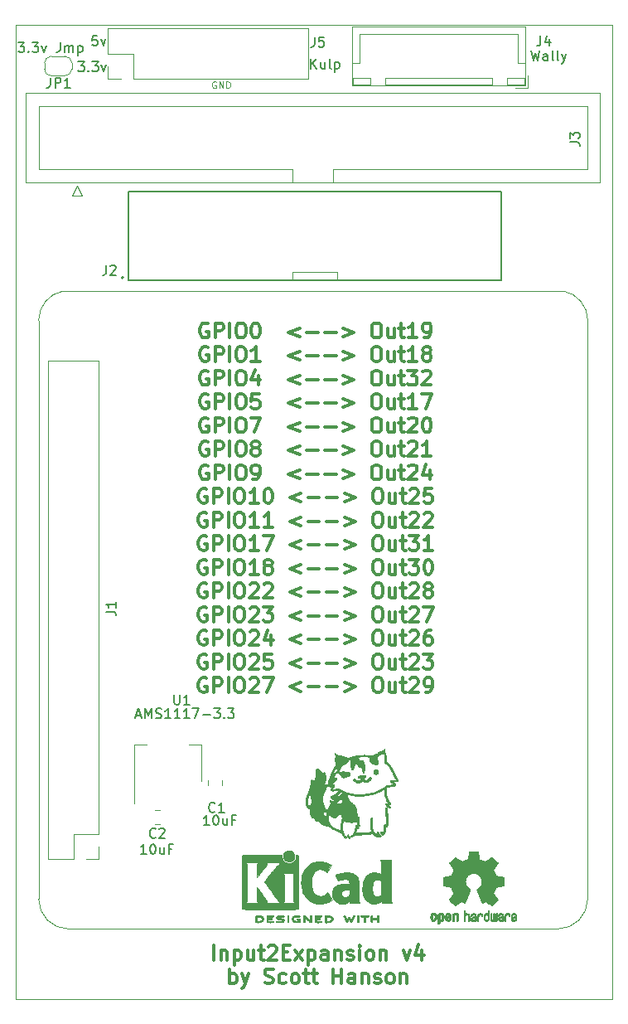
<source format=gbr>
G04 #@! TF.GenerationSoftware,KiCad,Pcbnew,(6.0.7)*
G04 #@! TF.CreationDate,2022-09-25T23:52:59-04:00*
G04 #@! TF.ProjectId,Input_Adapter,496e7075-745f-4416-9461-707465722e6b,v4*
G04 #@! TF.SameCoordinates,Original*
G04 #@! TF.FileFunction,Legend,Top*
G04 #@! TF.FilePolarity,Positive*
%FSLAX46Y46*%
G04 Gerber Fmt 4.6, Leading zero omitted, Abs format (unit mm)*
G04 Created by KiCad (PCBNEW (6.0.7)) date 2022-09-25 23:52:59*
%MOMM*%
%LPD*%
G01*
G04 APERTURE LIST*
%ADD10C,0.100000*%
%ADD11C,0.150000*%
G04 #@! TA.AperFunction,Profile*
%ADD12C,0.100000*%
G04 #@! TD*
%ADD13C,0.300000*%
%ADD14C,0.120000*%
%ADD15C,0.127000*%
%ADD16C,0.200000*%
%ADD17C,0.010000*%
G04 APERTURE END LIST*
D10*
X119486666Y-38320000D02*
X119420000Y-38286666D01*
X119320000Y-38286666D01*
X119220000Y-38320000D01*
X119153333Y-38386666D01*
X119120000Y-38453333D01*
X119086666Y-38586666D01*
X119086666Y-38686666D01*
X119120000Y-38820000D01*
X119153333Y-38886666D01*
X119220000Y-38953333D01*
X119320000Y-38986666D01*
X119386666Y-38986666D01*
X119486666Y-38953333D01*
X119520000Y-38920000D01*
X119520000Y-38686666D01*
X119386666Y-38686666D01*
X119820000Y-38986666D02*
X119820000Y-38286666D01*
X120220000Y-38986666D01*
X120220000Y-38286666D01*
X120553333Y-38986666D02*
X120553333Y-38286666D01*
X120720000Y-38286666D01*
X120820000Y-38320000D01*
X120886666Y-38386666D01*
X120920000Y-38453333D01*
X120953333Y-38586666D01*
X120953333Y-38686666D01*
X120920000Y-38820000D01*
X120886666Y-38886666D01*
X120820000Y-38953333D01*
X120720000Y-38986666D01*
X120553333Y-38986666D01*
D11*
X105411428Y-36272380D02*
X106030476Y-36272380D01*
X105697142Y-36653333D01*
X105840000Y-36653333D01*
X105935238Y-36700952D01*
X105982857Y-36748571D01*
X106030476Y-36843809D01*
X106030476Y-37081904D01*
X105982857Y-37177142D01*
X105935238Y-37224761D01*
X105840000Y-37272380D01*
X105554285Y-37272380D01*
X105459047Y-37224761D01*
X105411428Y-37177142D01*
X106459047Y-37177142D02*
X106506666Y-37224761D01*
X106459047Y-37272380D01*
X106411428Y-37224761D01*
X106459047Y-37177142D01*
X106459047Y-37272380D01*
X106840000Y-36272380D02*
X107459047Y-36272380D01*
X107125714Y-36653333D01*
X107268571Y-36653333D01*
X107363809Y-36700952D01*
X107411428Y-36748571D01*
X107459047Y-36843809D01*
X107459047Y-37081904D01*
X107411428Y-37177142D01*
X107363809Y-37224761D01*
X107268571Y-37272380D01*
X106982857Y-37272380D01*
X106887619Y-37224761D01*
X106840000Y-37177142D01*
X107792380Y-36605714D02*
X108030476Y-37272380D01*
X108268571Y-36605714D01*
X107357142Y-33632380D02*
X106880952Y-33632380D01*
X106833333Y-34108571D01*
X106880952Y-34060952D01*
X106976190Y-34013333D01*
X107214285Y-34013333D01*
X107309523Y-34060952D01*
X107357142Y-34108571D01*
X107404761Y-34203809D01*
X107404761Y-34441904D01*
X107357142Y-34537142D01*
X107309523Y-34584761D01*
X107214285Y-34632380D01*
X106976190Y-34632380D01*
X106880952Y-34584761D01*
X106833333Y-34537142D01*
X107738095Y-33965714D02*
X107976190Y-34632380D01*
X108214285Y-33965714D01*
D12*
X99000000Y-132000000D02*
X99000000Y-32500000D01*
X160000000Y-32500000D02*
X160000000Y-132000000D01*
X99000000Y-32500000D02*
X160000000Y-32500000D01*
X160000000Y-132000000D02*
X99000000Y-132000000D01*
D13*
X118685714Y-63037500D02*
X118542857Y-62966071D01*
X118328571Y-62966071D01*
X118114285Y-63037500D01*
X117971428Y-63180357D01*
X117900000Y-63323214D01*
X117828571Y-63608928D01*
X117828571Y-63823214D01*
X117900000Y-64108928D01*
X117971428Y-64251785D01*
X118114285Y-64394642D01*
X118328571Y-64466071D01*
X118471428Y-64466071D01*
X118685714Y-64394642D01*
X118757142Y-64323214D01*
X118757142Y-63823214D01*
X118471428Y-63823214D01*
X119400000Y-64466071D02*
X119400000Y-62966071D01*
X119971428Y-62966071D01*
X120114285Y-63037500D01*
X120185714Y-63108928D01*
X120257142Y-63251785D01*
X120257142Y-63466071D01*
X120185714Y-63608928D01*
X120114285Y-63680357D01*
X119971428Y-63751785D01*
X119400000Y-63751785D01*
X120900000Y-64466071D02*
X120900000Y-62966071D01*
X121900000Y-62966071D02*
X122185714Y-62966071D01*
X122328571Y-63037500D01*
X122471428Y-63180357D01*
X122542857Y-63466071D01*
X122542857Y-63966071D01*
X122471428Y-64251785D01*
X122328571Y-64394642D01*
X122185714Y-64466071D01*
X121900000Y-64466071D01*
X121757142Y-64394642D01*
X121614285Y-64251785D01*
X121542857Y-63966071D01*
X121542857Y-63466071D01*
X121614285Y-63180357D01*
X121757142Y-63037500D01*
X121900000Y-62966071D01*
X123471428Y-62966071D02*
X123614285Y-62966071D01*
X123757142Y-63037500D01*
X123828571Y-63108928D01*
X123900000Y-63251785D01*
X123971428Y-63537500D01*
X123971428Y-63894642D01*
X123900000Y-64180357D01*
X123828571Y-64323214D01*
X123757142Y-64394642D01*
X123614285Y-64466071D01*
X123471428Y-64466071D01*
X123328571Y-64394642D01*
X123257142Y-64323214D01*
X123185714Y-64180357D01*
X123114285Y-63894642D01*
X123114285Y-63537500D01*
X123185714Y-63251785D01*
X123257142Y-63108928D01*
X123328571Y-63037500D01*
X123471428Y-62966071D01*
X128042857Y-63466071D02*
X126900000Y-63894642D01*
X128042857Y-64323214D01*
X128757142Y-63894642D02*
X129900000Y-63894642D01*
X130614285Y-63894642D02*
X131757142Y-63894642D01*
X132471428Y-63466071D02*
X133614285Y-63894642D01*
X132471428Y-64323214D01*
X135757142Y-62966071D02*
X136042857Y-62966071D01*
X136185714Y-63037500D01*
X136328571Y-63180357D01*
X136400000Y-63466071D01*
X136400000Y-63966071D01*
X136328571Y-64251785D01*
X136185714Y-64394642D01*
X136042857Y-64466071D01*
X135757142Y-64466071D01*
X135614285Y-64394642D01*
X135471428Y-64251785D01*
X135400000Y-63966071D01*
X135400000Y-63466071D01*
X135471428Y-63180357D01*
X135614285Y-63037500D01*
X135757142Y-62966071D01*
X137685714Y-63466071D02*
X137685714Y-64466071D01*
X137042857Y-63466071D02*
X137042857Y-64251785D01*
X137114285Y-64394642D01*
X137257142Y-64466071D01*
X137471428Y-64466071D01*
X137614285Y-64394642D01*
X137685714Y-64323214D01*
X138185714Y-63466071D02*
X138757142Y-63466071D01*
X138400000Y-62966071D02*
X138400000Y-64251785D01*
X138471428Y-64394642D01*
X138614285Y-64466071D01*
X138757142Y-64466071D01*
X140042857Y-64466071D02*
X139185714Y-64466071D01*
X139614285Y-64466071D02*
X139614285Y-62966071D01*
X139471428Y-63180357D01*
X139328571Y-63323214D01*
X139185714Y-63394642D01*
X140757142Y-64466071D02*
X141042857Y-64466071D01*
X141185714Y-64394642D01*
X141257142Y-64323214D01*
X141400000Y-64108928D01*
X141471428Y-63823214D01*
X141471428Y-63251785D01*
X141400000Y-63108928D01*
X141328571Y-63037500D01*
X141185714Y-62966071D01*
X140900000Y-62966071D01*
X140757142Y-63037500D01*
X140685714Y-63108928D01*
X140614285Y-63251785D01*
X140614285Y-63608928D01*
X140685714Y-63751785D01*
X140757142Y-63823214D01*
X140900000Y-63894642D01*
X141185714Y-63894642D01*
X141328571Y-63823214D01*
X141400000Y-63751785D01*
X141471428Y-63608928D01*
X118685714Y-65452500D02*
X118542857Y-65381071D01*
X118328571Y-65381071D01*
X118114285Y-65452500D01*
X117971428Y-65595357D01*
X117900000Y-65738214D01*
X117828571Y-66023928D01*
X117828571Y-66238214D01*
X117900000Y-66523928D01*
X117971428Y-66666785D01*
X118114285Y-66809642D01*
X118328571Y-66881071D01*
X118471428Y-66881071D01*
X118685714Y-66809642D01*
X118757142Y-66738214D01*
X118757142Y-66238214D01*
X118471428Y-66238214D01*
X119400000Y-66881071D02*
X119400000Y-65381071D01*
X119971428Y-65381071D01*
X120114285Y-65452500D01*
X120185714Y-65523928D01*
X120257142Y-65666785D01*
X120257142Y-65881071D01*
X120185714Y-66023928D01*
X120114285Y-66095357D01*
X119971428Y-66166785D01*
X119400000Y-66166785D01*
X120900000Y-66881071D02*
X120900000Y-65381071D01*
X121900000Y-65381071D02*
X122185714Y-65381071D01*
X122328571Y-65452500D01*
X122471428Y-65595357D01*
X122542857Y-65881071D01*
X122542857Y-66381071D01*
X122471428Y-66666785D01*
X122328571Y-66809642D01*
X122185714Y-66881071D01*
X121900000Y-66881071D01*
X121757142Y-66809642D01*
X121614285Y-66666785D01*
X121542857Y-66381071D01*
X121542857Y-65881071D01*
X121614285Y-65595357D01*
X121757142Y-65452500D01*
X121900000Y-65381071D01*
X123971428Y-66881071D02*
X123114285Y-66881071D01*
X123542857Y-66881071D02*
X123542857Y-65381071D01*
X123400000Y-65595357D01*
X123257142Y-65738214D01*
X123114285Y-65809642D01*
X128042857Y-65881071D02*
X126900000Y-66309642D01*
X128042857Y-66738214D01*
X128757142Y-66309642D02*
X129900000Y-66309642D01*
X130614285Y-66309642D02*
X131757142Y-66309642D01*
X132471428Y-65881071D02*
X133614285Y-66309642D01*
X132471428Y-66738214D01*
X135757142Y-65381071D02*
X136042857Y-65381071D01*
X136185714Y-65452500D01*
X136328571Y-65595357D01*
X136400000Y-65881071D01*
X136400000Y-66381071D01*
X136328571Y-66666785D01*
X136185714Y-66809642D01*
X136042857Y-66881071D01*
X135757142Y-66881071D01*
X135614285Y-66809642D01*
X135471428Y-66666785D01*
X135400000Y-66381071D01*
X135400000Y-65881071D01*
X135471428Y-65595357D01*
X135614285Y-65452500D01*
X135757142Y-65381071D01*
X137685714Y-65881071D02*
X137685714Y-66881071D01*
X137042857Y-65881071D02*
X137042857Y-66666785D01*
X137114285Y-66809642D01*
X137257142Y-66881071D01*
X137471428Y-66881071D01*
X137614285Y-66809642D01*
X137685714Y-66738214D01*
X138185714Y-65881071D02*
X138757142Y-65881071D01*
X138400000Y-65381071D02*
X138400000Y-66666785D01*
X138471428Y-66809642D01*
X138614285Y-66881071D01*
X138757142Y-66881071D01*
X140042857Y-66881071D02*
X139185714Y-66881071D01*
X139614285Y-66881071D02*
X139614285Y-65381071D01*
X139471428Y-65595357D01*
X139328571Y-65738214D01*
X139185714Y-65809642D01*
X140900000Y-66023928D02*
X140757142Y-65952500D01*
X140685714Y-65881071D01*
X140614285Y-65738214D01*
X140614285Y-65666785D01*
X140685714Y-65523928D01*
X140757142Y-65452500D01*
X140900000Y-65381071D01*
X141185714Y-65381071D01*
X141328571Y-65452500D01*
X141400000Y-65523928D01*
X141471428Y-65666785D01*
X141471428Y-65738214D01*
X141400000Y-65881071D01*
X141328571Y-65952500D01*
X141185714Y-66023928D01*
X140900000Y-66023928D01*
X140757142Y-66095357D01*
X140685714Y-66166785D01*
X140614285Y-66309642D01*
X140614285Y-66595357D01*
X140685714Y-66738214D01*
X140757142Y-66809642D01*
X140900000Y-66881071D01*
X141185714Y-66881071D01*
X141328571Y-66809642D01*
X141400000Y-66738214D01*
X141471428Y-66595357D01*
X141471428Y-66309642D01*
X141400000Y-66166785D01*
X141328571Y-66095357D01*
X141185714Y-66023928D01*
X118685714Y-67867500D02*
X118542857Y-67796071D01*
X118328571Y-67796071D01*
X118114285Y-67867500D01*
X117971428Y-68010357D01*
X117900000Y-68153214D01*
X117828571Y-68438928D01*
X117828571Y-68653214D01*
X117900000Y-68938928D01*
X117971428Y-69081785D01*
X118114285Y-69224642D01*
X118328571Y-69296071D01*
X118471428Y-69296071D01*
X118685714Y-69224642D01*
X118757142Y-69153214D01*
X118757142Y-68653214D01*
X118471428Y-68653214D01*
X119400000Y-69296071D02*
X119400000Y-67796071D01*
X119971428Y-67796071D01*
X120114285Y-67867500D01*
X120185714Y-67938928D01*
X120257142Y-68081785D01*
X120257142Y-68296071D01*
X120185714Y-68438928D01*
X120114285Y-68510357D01*
X119971428Y-68581785D01*
X119400000Y-68581785D01*
X120900000Y-69296071D02*
X120900000Y-67796071D01*
X121900000Y-67796071D02*
X122185714Y-67796071D01*
X122328571Y-67867500D01*
X122471428Y-68010357D01*
X122542857Y-68296071D01*
X122542857Y-68796071D01*
X122471428Y-69081785D01*
X122328571Y-69224642D01*
X122185714Y-69296071D01*
X121900000Y-69296071D01*
X121757142Y-69224642D01*
X121614285Y-69081785D01*
X121542857Y-68796071D01*
X121542857Y-68296071D01*
X121614285Y-68010357D01*
X121757142Y-67867500D01*
X121900000Y-67796071D01*
X123828571Y-68296071D02*
X123828571Y-69296071D01*
X123471428Y-67724642D02*
X123114285Y-68796071D01*
X124042857Y-68796071D01*
X128042857Y-68296071D02*
X126900000Y-68724642D01*
X128042857Y-69153214D01*
X128757142Y-68724642D02*
X129900000Y-68724642D01*
X130614285Y-68724642D02*
X131757142Y-68724642D01*
X132471428Y-68296071D02*
X133614285Y-68724642D01*
X132471428Y-69153214D01*
X135757142Y-67796071D02*
X136042857Y-67796071D01*
X136185714Y-67867500D01*
X136328571Y-68010357D01*
X136400000Y-68296071D01*
X136400000Y-68796071D01*
X136328571Y-69081785D01*
X136185714Y-69224642D01*
X136042857Y-69296071D01*
X135757142Y-69296071D01*
X135614285Y-69224642D01*
X135471428Y-69081785D01*
X135400000Y-68796071D01*
X135400000Y-68296071D01*
X135471428Y-68010357D01*
X135614285Y-67867500D01*
X135757142Y-67796071D01*
X137685714Y-68296071D02*
X137685714Y-69296071D01*
X137042857Y-68296071D02*
X137042857Y-69081785D01*
X137114285Y-69224642D01*
X137257142Y-69296071D01*
X137471428Y-69296071D01*
X137614285Y-69224642D01*
X137685714Y-69153214D01*
X138185714Y-68296071D02*
X138757142Y-68296071D01*
X138400000Y-67796071D02*
X138400000Y-69081785D01*
X138471428Y-69224642D01*
X138614285Y-69296071D01*
X138757142Y-69296071D01*
X139114285Y-67796071D02*
X140042857Y-67796071D01*
X139542857Y-68367500D01*
X139757142Y-68367500D01*
X139900000Y-68438928D01*
X139971428Y-68510357D01*
X140042857Y-68653214D01*
X140042857Y-69010357D01*
X139971428Y-69153214D01*
X139900000Y-69224642D01*
X139757142Y-69296071D01*
X139328571Y-69296071D01*
X139185714Y-69224642D01*
X139114285Y-69153214D01*
X140614285Y-67938928D02*
X140685714Y-67867500D01*
X140828571Y-67796071D01*
X141185714Y-67796071D01*
X141328571Y-67867500D01*
X141400000Y-67938928D01*
X141471428Y-68081785D01*
X141471428Y-68224642D01*
X141400000Y-68438928D01*
X140542857Y-69296071D01*
X141471428Y-69296071D01*
X118685714Y-70282500D02*
X118542857Y-70211071D01*
X118328571Y-70211071D01*
X118114285Y-70282500D01*
X117971428Y-70425357D01*
X117900000Y-70568214D01*
X117828571Y-70853928D01*
X117828571Y-71068214D01*
X117900000Y-71353928D01*
X117971428Y-71496785D01*
X118114285Y-71639642D01*
X118328571Y-71711071D01*
X118471428Y-71711071D01*
X118685714Y-71639642D01*
X118757142Y-71568214D01*
X118757142Y-71068214D01*
X118471428Y-71068214D01*
X119400000Y-71711071D02*
X119400000Y-70211071D01*
X119971428Y-70211071D01*
X120114285Y-70282500D01*
X120185714Y-70353928D01*
X120257142Y-70496785D01*
X120257142Y-70711071D01*
X120185714Y-70853928D01*
X120114285Y-70925357D01*
X119971428Y-70996785D01*
X119400000Y-70996785D01*
X120900000Y-71711071D02*
X120900000Y-70211071D01*
X121900000Y-70211071D02*
X122185714Y-70211071D01*
X122328571Y-70282500D01*
X122471428Y-70425357D01*
X122542857Y-70711071D01*
X122542857Y-71211071D01*
X122471428Y-71496785D01*
X122328571Y-71639642D01*
X122185714Y-71711071D01*
X121900000Y-71711071D01*
X121757142Y-71639642D01*
X121614285Y-71496785D01*
X121542857Y-71211071D01*
X121542857Y-70711071D01*
X121614285Y-70425357D01*
X121757142Y-70282500D01*
X121900000Y-70211071D01*
X123900000Y-70211071D02*
X123185714Y-70211071D01*
X123114285Y-70925357D01*
X123185714Y-70853928D01*
X123328571Y-70782500D01*
X123685714Y-70782500D01*
X123828571Y-70853928D01*
X123900000Y-70925357D01*
X123971428Y-71068214D01*
X123971428Y-71425357D01*
X123900000Y-71568214D01*
X123828571Y-71639642D01*
X123685714Y-71711071D01*
X123328571Y-71711071D01*
X123185714Y-71639642D01*
X123114285Y-71568214D01*
X128042857Y-70711071D02*
X126900000Y-71139642D01*
X128042857Y-71568214D01*
X128757142Y-71139642D02*
X129900000Y-71139642D01*
X130614285Y-71139642D02*
X131757142Y-71139642D01*
X132471428Y-70711071D02*
X133614285Y-71139642D01*
X132471428Y-71568214D01*
X135757142Y-70211071D02*
X136042857Y-70211071D01*
X136185714Y-70282500D01*
X136328571Y-70425357D01*
X136400000Y-70711071D01*
X136400000Y-71211071D01*
X136328571Y-71496785D01*
X136185714Y-71639642D01*
X136042857Y-71711071D01*
X135757142Y-71711071D01*
X135614285Y-71639642D01*
X135471428Y-71496785D01*
X135400000Y-71211071D01*
X135400000Y-70711071D01*
X135471428Y-70425357D01*
X135614285Y-70282500D01*
X135757142Y-70211071D01*
X137685714Y-70711071D02*
X137685714Y-71711071D01*
X137042857Y-70711071D02*
X137042857Y-71496785D01*
X137114285Y-71639642D01*
X137257142Y-71711071D01*
X137471428Y-71711071D01*
X137614285Y-71639642D01*
X137685714Y-71568214D01*
X138185714Y-70711071D02*
X138757142Y-70711071D01*
X138400000Y-70211071D02*
X138400000Y-71496785D01*
X138471428Y-71639642D01*
X138614285Y-71711071D01*
X138757142Y-71711071D01*
X140042857Y-71711071D02*
X139185714Y-71711071D01*
X139614285Y-71711071D02*
X139614285Y-70211071D01*
X139471428Y-70425357D01*
X139328571Y-70568214D01*
X139185714Y-70639642D01*
X140542857Y-70211071D02*
X141542857Y-70211071D01*
X140900000Y-71711071D01*
X118685714Y-72697500D02*
X118542857Y-72626071D01*
X118328571Y-72626071D01*
X118114285Y-72697500D01*
X117971428Y-72840357D01*
X117900000Y-72983214D01*
X117828571Y-73268928D01*
X117828571Y-73483214D01*
X117900000Y-73768928D01*
X117971428Y-73911785D01*
X118114285Y-74054642D01*
X118328571Y-74126071D01*
X118471428Y-74126071D01*
X118685714Y-74054642D01*
X118757142Y-73983214D01*
X118757142Y-73483214D01*
X118471428Y-73483214D01*
X119400000Y-74126071D02*
X119400000Y-72626071D01*
X119971428Y-72626071D01*
X120114285Y-72697500D01*
X120185714Y-72768928D01*
X120257142Y-72911785D01*
X120257142Y-73126071D01*
X120185714Y-73268928D01*
X120114285Y-73340357D01*
X119971428Y-73411785D01*
X119400000Y-73411785D01*
X120900000Y-74126071D02*
X120900000Y-72626071D01*
X121900000Y-72626071D02*
X122185714Y-72626071D01*
X122328571Y-72697500D01*
X122471428Y-72840357D01*
X122542857Y-73126071D01*
X122542857Y-73626071D01*
X122471428Y-73911785D01*
X122328571Y-74054642D01*
X122185714Y-74126071D01*
X121900000Y-74126071D01*
X121757142Y-74054642D01*
X121614285Y-73911785D01*
X121542857Y-73626071D01*
X121542857Y-73126071D01*
X121614285Y-72840357D01*
X121757142Y-72697500D01*
X121900000Y-72626071D01*
X123042857Y-72626071D02*
X124042857Y-72626071D01*
X123400000Y-74126071D01*
X128042857Y-73126071D02*
X126900000Y-73554642D01*
X128042857Y-73983214D01*
X128757142Y-73554642D02*
X129900000Y-73554642D01*
X130614285Y-73554642D02*
X131757142Y-73554642D01*
X132471428Y-73126071D02*
X133614285Y-73554642D01*
X132471428Y-73983214D01*
X135757142Y-72626071D02*
X136042857Y-72626071D01*
X136185714Y-72697500D01*
X136328571Y-72840357D01*
X136400000Y-73126071D01*
X136400000Y-73626071D01*
X136328571Y-73911785D01*
X136185714Y-74054642D01*
X136042857Y-74126071D01*
X135757142Y-74126071D01*
X135614285Y-74054642D01*
X135471428Y-73911785D01*
X135400000Y-73626071D01*
X135400000Y-73126071D01*
X135471428Y-72840357D01*
X135614285Y-72697500D01*
X135757142Y-72626071D01*
X137685714Y-73126071D02*
X137685714Y-74126071D01*
X137042857Y-73126071D02*
X137042857Y-73911785D01*
X137114285Y-74054642D01*
X137257142Y-74126071D01*
X137471428Y-74126071D01*
X137614285Y-74054642D01*
X137685714Y-73983214D01*
X138185714Y-73126071D02*
X138757142Y-73126071D01*
X138400000Y-72626071D02*
X138400000Y-73911785D01*
X138471428Y-74054642D01*
X138614285Y-74126071D01*
X138757142Y-74126071D01*
X139185714Y-72768928D02*
X139257142Y-72697500D01*
X139400000Y-72626071D01*
X139757142Y-72626071D01*
X139900000Y-72697500D01*
X139971428Y-72768928D01*
X140042857Y-72911785D01*
X140042857Y-73054642D01*
X139971428Y-73268928D01*
X139114285Y-74126071D01*
X140042857Y-74126071D01*
X140971428Y-72626071D02*
X141114285Y-72626071D01*
X141257142Y-72697500D01*
X141328571Y-72768928D01*
X141400000Y-72911785D01*
X141471428Y-73197500D01*
X141471428Y-73554642D01*
X141400000Y-73840357D01*
X141328571Y-73983214D01*
X141257142Y-74054642D01*
X141114285Y-74126071D01*
X140971428Y-74126071D01*
X140828571Y-74054642D01*
X140757142Y-73983214D01*
X140685714Y-73840357D01*
X140614285Y-73554642D01*
X140614285Y-73197500D01*
X140685714Y-72911785D01*
X140757142Y-72768928D01*
X140828571Y-72697500D01*
X140971428Y-72626071D01*
X118685714Y-75112500D02*
X118542857Y-75041071D01*
X118328571Y-75041071D01*
X118114285Y-75112500D01*
X117971428Y-75255357D01*
X117900000Y-75398214D01*
X117828571Y-75683928D01*
X117828571Y-75898214D01*
X117900000Y-76183928D01*
X117971428Y-76326785D01*
X118114285Y-76469642D01*
X118328571Y-76541071D01*
X118471428Y-76541071D01*
X118685714Y-76469642D01*
X118757142Y-76398214D01*
X118757142Y-75898214D01*
X118471428Y-75898214D01*
X119400000Y-76541071D02*
X119400000Y-75041071D01*
X119971428Y-75041071D01*
X120114285Y-75112500D01*
X120185714Y-75183928D01*
X120257142Y-75326785D01*
X120257142Y-75541071D01*
X120185714Y-75683928D01*
X120114285Y-75755357D01*
X119971428Y-75826785D01*
X119400000Y-75826785D01*
X120900000Y-76541071D02*
X120900000Y-75041071D01*
X121900000Y-75041071D02*
X122185714Y-75041071D01*
X122328571Y-75112500D01*
X122471428Y-75255357D01*
X122542857Y-75541071D01*
X122542857Y-76041071D01*
X122471428Y-76326785D01*
X122328571Y-76469642D01*
X122185714Y-76541071D01*
X121900000Y-76541071D01*
X121757142Y-76469642D01*
X121614285Y-76326785D01*
X121542857Y-76041071D01*
X121542857Y-75541071D01*
X121614285Y-75255357D01*
X121757142Y-75112500D01*
X121900000Y-75041071D01*
X123400000Y-75683928D02*
X123257142Y-75612500D01*
X123185714Y-75541071D01*
X123114285Y-75398214D01*
X123114285Y-75326785D01*
X123185714Y-75183928D01*
X123257142Y-75112500D01*
X123400000Y-75041071D01*
X123685714Y-75041071D01*
X123828571Y-75112500D01*
X123900000Y-75183928D01*
X123971428Y-75326785D01*
X123971428Y-75398214D01*
X123900000Y-75541071D01*
X123828571Y-75612500D01*
X123685714Y-75683928D01*
X123400000Y-75683928D01*
X123257142Y-75755357D01*
X123185714Y-75826785D01*
X123114285Y-75969642D01*
X123114285Y-76255357D01*
X123185714Y-76398214D01*
X123257142Y-76469642D01*
X123400000Y-76541071D01*
X123685714Y-76541071D01*
X123828571Y-76469642D01*
X123900000Y-76398214D01*
X123971428Y-76255357D01*
X123971428Y-75969642D01*
X123900000Y-75826785D01*
X123828571Y-75755357D01*
X123685714Y-75683928D01*
X128042857Y-75541071D02*
X126900000Y-75969642D01*
X128042857Y-76398214D01*
X128757142Y-75969642D02*
X129900000Y-75969642D01*
X130614285Y-75969642D02*
X131757142Y-75969642D01*
X132471428Y-75541071D02*
X133614285Y-75969642D01*
X132471428Y-76398214D01*
X135757142Y-75041071D02*
X136042857Y-75041071D01*
X136185714Y-75112500D01*
X136328571Y-75255357D01*
X136400000Y-75541071D01*
X136400000Y-76041071D01*
X136328571Y-76326785D01*
X136185714Y-76469642D01*
X136042857Y-76541071D01*
X135757142Y-76541071D01*
X135614285Y-76469642D01*
X135471428Y-76326785D01*
X135400000Y-76041071D01*
X135400000Y-75541071D01*
X135471428Y-75255357D01*
X135614285Y-75112500D01*
X135757142Y-75041071D01*
X137685714Y-75541071D02*
X137685714Y-76541071D01*
X137042857Y-75541071D02*
X137042857Y-76326785D01*
X137114285Y-76469642D01*
X137257142Y-76541071D01*
X137471428Y-76541071D01*
X137614285Y-76469642D01*
X137685714Y-76398214D01*
X138185714Y-75541071D02*
X138757142Y-75541071D01*
X138400000Y-75041071D02*
X138400000Y-76326785D01*
X138471428Y-76469642D01*
X138614285Y-76541071D01*
X138757142Y-76541071D01*
X139185714Y-75183928D02*
X139257142Y-75112500D01*
X139400000Y-75041071D01*
X139757142Y-75041071D01*
X139900000Y-75112500D01*
X139971428Y-75183928D01*
X140042857Y-75326785D01*
X140042857Y-75469642D01*
X139971428Y-75683928D01*
X139114285Y-76541071D01*
X140042857Y-76541071D01*
X141471428Y-76541071D02*
X140614285Y-76541071D01*
X141042857Y-76541071D02*
X141042857Y-75041071D01*
X140900000Y-75255357D01*
X140757142Y-75398214D01*
X140614285Y-75469642D01*
X118685714Y-77527500D02*
X118542857Y-77456071D01*
X118328571Y-77456071D01*
X118114285Y-77527500D01*
X117971428Y-77670357D01*
X117900000Y-77813214D01*
X117828571Y-78098928D01*
X117828571Y-78313214D01*
X117900000Y-78598928D01*
X117971428Y-78741785D01*
X118114285Y-78884642D01*
X118328571Y-78956071D01*
X118471428Y-78956071D01*
X118685714Y-78884642D01*
X118757142Y-78813214D01*
X118757142Y-78313214D01*
X118471428Y-78313214D01*
X119400000Y-78956071D02*
X119400000Y-77456071D01*
X119971428Y-77456071D01*
X120114285Y-77527500D01*
X120185714Y-77598928D01*
X120257142Y-77741785D01*
X120257142Y-77956071D01*
X120185714Y-78098928D01*
X120114285Y-78170357D01*
X119971428Y-78241785D01*
X119400000Y-78241785D01*
X120900000Y-78956071D02*
X120900000Y-77456071D01*
X121900000Y-77456071D02*
X122185714Y-77456071D01*
X122328571Y-77527500D01*
X122471428Y-77670357D01*
X122542857Y-77956071D01*
X122542857Y-78456071D01*
X122471428Y-78741785D01*
X122328571Y-78884642D01*
X122185714Y-78956071D01*
X121900000Y-78956071D01*
X121757142Y-78884642D01*
X121614285Y-78741785D01*
X121542857Y-78456071D01*
X121542857Y-77956071D01*
X121614285Y-77670357D01*
X121757142Y-77527500D01*
X121900000Y-77456071D01*
X123257142Y-78956071D02*
X123542857Y-78956071D01*
X123685714Y-78884642D01*
X123757142Y-78813214D01*
X123900000Y-78598928D01*
X123971428Y-78313214D01*
X123971428Y-77741785D01*
X123900000Y-77598928D01*
X123828571Y-77527500D01*
X123685714Y-77456071D01*
X123400000Y-77456071D01*
X123257142Y-77527500D01*
X123185714Y-77598928D01*
X123114285Y-77741785D01*
X123114285Y-78098928D01*
X123185714Y-78241785D01*
X123257142Y-78313214D01*
X123400000Y-78384642D01*
X123685714Y-78384642D01*
X123828571Y-78313214D01*
X123900000Y-78241785D01*
X123971428Y-78098928D01*
X128042857Y-77956071D02*
X126900000Y-78384642D01*
X128042857Y-78813214D01*
X128757142Y-78384642D02*
X129900000Y-78384642D01*
X130614285Y-78384642D02*
X131757142Y-78384642D01*
X132471428Y-77956071D02*
X133614285Y-78384642D01*
X132471428Y-78813214D01*
X135757142Y-77456071D02*
X136042857Y-77456071D01*
X136185714Y-77527500D01*
X136328571Y-77670357D01*
X136400000Y-77956071D01*
X136400000Y-78456071D01*
X136328571Y-78741785D01*
X136185714Y-78884642D01*
X136042857Y-78956071D01*
X135757142Y-78956071D01*
X135614285Y-78884642D01*
X135471428Y-78741785D01*
X135400000Y-78456071D01*
X135400000Y-77956071D01*
X135471428Y-77670357D01*
X135614285Y-77527500D01*
X135757142Y-77456071D01*
X137685714Y-77956071D02*
X137685714Y-78956071D01*
X137042857Y-77956071D02*
X137042857Y-78741785D01*
X137114285Y-78884642D01*
X137257142Y-78956071D01*
X137471428Y-78956071D01*
X137614285Y-78884642D01*
X137685714Y-78813214D01*
X138185714Y-77956071D02*
X138757142Y-77956071D01*
X138400000Y-77456071D02*
X138400000Y-78741785D01*
X138471428Y-78884642D01*
X138614285Y-78956071D01*
X138757142Y-78956071D01*
X139185714Y-77598928D02*
X139257142Y-77527500D01*
X139400000Y-77456071D01*
X139757142Y-77456071D01*
X139900000Y-77527500D01*
X139971428Y-77598928D01*
X140042857Y-77741785D01*
X140042857Y-77884642D01*
X139971428Y-78098928D01*
X139114285Y-78956071D01*
X140042857Y-78956071D01*
X141328571Y-77956071D02*
X141328571Y-78956071D01*
X140971428Y-77384642D02*
X140614285Y-78456071D01*
X141542857Y-78456071D01*
X118542857Y-79942500D02*
X118400000Y-79871071D01*
X118185714Y-79871071D01*
X117971428Y-79942500D01*
X117828571Y-80085357D01*
X117757142Y-80228214D01*
X117685714Y-80513928D01*
X117685714Y-80728214D01*
X117757142Y-81013928D01*
X117828571Y-81156785D01*
X117971428Y-81299642D01*
X118185714Y-81371071D01*
X118328571Y-81371071D01*
X118542857Y-81299642D01*
X118614285Y-81228214D01*
X118614285Y-80728214D01*
X118328571Y-80728214D01*
X119257142Y-81371071D02*
X119257142Y-79871071D01*
X119828571Y-79871071D01*
X119971428Y-79942500D01*
X120042857Y-80013928D01*
X120114285Y-80156785D01*
X120114285Y-80371071D01*
X120042857Y-80513928D01*
X119971428Y-80585357D01*
X119828571Y-80656785D01*
X119257142Y-80656785D01*
X120757142Y-81371071D02*
X120757142Y-79871071D01*
X121757142Y-79871071D02*
X122042857Y-79871071D01*
X122185714Y-79942500D01*
X122328571Y-80085357D01*
X122400000Y-80371071D01*
X122400000Y-80871071D01*
X122328571Y-81156785D01*
X122185714Y-81299642D01*
X122042857Y-81371071D01*
X121757142Y-81371071D01*
X121614285Y-81299642D01*
X121471428Y-81156785D01*
X121400000Y-80871071D01*
X121400000Y-80371071D01*
X121471428Y-80085357D01*
X121614285Y-79942500D01*
X121757142Y-79871071D01*
X123828571Y-81371071D02*
X122971428Y-81371071D01*
X123400000Y-81371071D02*
X123400000Y-79871071D01*
X123257142Y-80085357D01*
X123114285Y-80228214D01*
X122971428Y-80299642D01*
X124757142Y-79871071D02*
X124900000Y-79871071D01*
X125042857Y-79942500D01*
X125114285Y-80013928D01*
X125185714Y-80156785D01*
X125257142Y-80442500D01*
X125257142Y-80799642D01*
X125185714Y-81085357D01*
X125114285Y-81228214D01*
X125042857Y-81299642D01*
X124900000Y-81371071D01*
X124757142Y-81371071D01*
X124614285Y-81299642D01*
X124542857Y-81228214D01*
X124471428Y-81085357D01*
X124400000Y-80799642D01*
X124400000Y-80442500D01*
X124471428Y-80156785D01*
X124542857Y-80013928D01*
X124614285Y-79942500D01*
X124757142Y-79871071D01*
X128185714Y-80371071D02*
X127042857Y-80799642D01*
X128185714Y-81228214D01*
X128900000Y-80799642D02*
X130042857Y-80799642D01*
X130757142Y-80799642D02*
X131900000Y-80799642D01*
X132614285Y-80371071D02*
X133757142Y-80799642D01*
X132614285Y-81228214D01*
X135900000Y-79871071D02*
X136185714Y-79871071D01*
X136328571Y-79942500D01*
X136471428Y-80085357D01*
X136542857Y-80371071D01*
X136542857Y-80871071D01*
X136471428Y-81156785D01*
X136328571Y-81299642D01*
X136185714Y-81371071D01*
X135900000Y-81371071D01*
X135757142Y-81299642D01*
X135614285Y-81156785D01*
X135542857Y-80871071D01*
X135542857Y-80371071D01*
X135614285Y-80085357D01*
X135757142Y-79942500D01*
X135900000Y-79871071D01*
X137828571Y-80371071D02*
X137828571Y-81371071D01*
X137185714Y-80371071D02*
X137185714Y-81156785D01*
X137257142Y-81299642D01*
X137400000Y-81371071D01*
X137614285Y-81371071D01*
X137757142Y-81299642D01*
X137828571Y-81228214D01*
X138328571Y-80371071D02*
X138900000Y-80371071D01*
X138542857Y-79871071D02*
X138542857Y-81156785D01*
X138614285Y-81299642D01*
X138757142Y-81371071D01*
X138900000Y-81371071D01*
X139328571Y-80013928D02*
X139400000Y-79942500D01*
X139542857Y-79871071D01*
X139900000Y-79871071D01*
X140042857Y-79942500D01*
X140114285Y-80013928D01*
X140185714Y-80156785D01*
X140185714Y-80299642D01*
X140114285Y-80513928D01*
X139257142Y-81371071D01*
X140185714Y-81371071D01*
X141542857Y-79871071D02*
X140828571Y-79871071D01*
X140757142Y-80585357D01*
X140828571Y-80513928D01*
X140971428Y-80442500D01*
X141328571Y-80442500D01*
X141471428Y-80513928D01*
X141542857Y-80585357D01*
X141614285Y-80728214D01*
X141614285Y-81085357D01*
X141542857Y-81228214D01*
X141471428Y-81299642D01*
X141328571Y-81371071D01*
X140971428Y-81371071D01*
X140828571Y-81299642D01*
X140757142Y-81228214D01*
X118542857Y-82357500D02*
X118400000Y-82286071D01*
X118185714Y-82286071D01*
X117971428Y-82357500D01*
X117828571Y-82500357D01*
X117757142Y-82643214D01*
X117685714Y-82928928D01*
X117685714Y-83143214D01*
X117757142Y-83428928D01*
X117828571Y-83571785D01*
X117971428Y-83714642D01*
X118185714Y-83786071D01*
X118328571Y-83786071D01*
X118542857Y-83714642D01*
X118614285Y-83643214D01*
X118614285Y-83143214D01*
X118328571Y-83143214D01*
X119257142Y-83786071D02*
X119257142Y-82286071D01*
X119828571Y-82286071D01*
X119971428Y-82357500D01*
X120042857Y-82428928D01*
X120114285Y-82571785D01*
X120114285Y-82786071D01*
X120042857Y-82928928D01*
X119971428Y-83000357D01*
X119828571Y-83071785D01*
X119257142Y-83071785D01*
X120757142Y-83786071D02*
X120757142Y-82286071D01*
X121757142Y-82286071D02*
X122042857Y-82286071D01*
X122185714Y-82357500D01*
X122328571Y-82500357D01*
X122400000Y-82786071D01*
X122400000Y-83286071D01*
X122328571Y-83571785D01*
X122185714Y-83714642D01*
X122042857Y-83786071D01*
X121757142Y-83786071D01*
X121614285Y-83714642D01*
X121471428Y-83571785D01*
X121400000Y-83286071D01*
X121400000Y-82786071D01*
X121471428Y-82500357D01*
X121614285Y-82357500D01*
X121757142Y-82286071D01*
X123828571Y-83786071D02*
X122971428Y-83786071D01*
X123400000Y-83786071D02*
X123400000Y-82286071D01*
X123257142Y-82500357D01*
X123114285Y-82643214D01*
X122971428Y-82714642D01*
X125257142Y-83786071D02*
X124400000Y-83786071D01*
X124828571Y-83786071D02*
X124828571Y-82286071D01*
X124685714Y-82500357D01*
X124542857Y-82643214D01*
X124400000Y-82714642D01*
X128185714Y-82786071D02*
X127042857Y-83214642D01*
X128185714Y-83643214D01*
X128900000Y-83214642D02*
X130042857Y-83214642D01*
X130757142Y-83214642D02*
X131900000Y-83214642D01*
X132614285Y-82786071D02*
X133757142Y-83214642D01*
X132614285Y-83643214D01*
X135900000Y-82286071D02*
X136185714Y-82286071D01*
X136328571Y-82357500D01*
X136471428Y-82500357D01*
X136542857Y-82786071D01*
X136542857Y-83286071D01*
X136471428Y-83571785D01*
X136328571Y-83714642D01*
X136185714Y-83786071D01*
X135900000Y-83786071D01*
X135757142Y-83714642D01*
X135614285Y-83571785D01*
X135542857Y-83286071D01*
X135542857Y-82786071D01*
X135614285Y-82500357D01*
X135757142Y-82357500D01*
X135900000Y-82286071D01*
X137828571Y-82786071D02*
X137828571Y-83786071D01*
X137185714Y-82786071D02*
X137185714Y-83571785D01*
X137257142Y-83714642D01*
X137400000Y-83786071D01*
X137614285Y-83786071D01*
X137757142Y-83714642D01*
X137828571Y-83643214D01*
X138328571Y-82786071D02*
X138900000Y-82786071D01*
X138542857Y-82286071D02*
X138542857Y-83571785D01*
X138614285Y-83714642D01*
X138757142Y-83786071D01*
X138900000Y-83786071D01*
X139328571Y-82428928D02*
X139400000Y-82357500D01*
X139542857Y-82286071D01*
X139900000Y-82286071D01*
X140042857Y-82357500D01*
X140114285Y-82428928D01*
X140185714Y-82571785D01*
X140185714Y-82714642D01*
X140114285Y-82928928D01*
X139257142Y-83786071D01*
X140185714Y-83786071D01*
X140757142Y-82428928D02*
X140828571Y-82357500D01*
X140971428Y-82286071D01*
X141328571Y-82286071D01*
X141471428Y-82357500D01*
X141542857Y-82428928D01*
X141614285Y-82571785D01*
X141614285Y-82714642D01*
X141542857Y-82928928D01*
X140685714Y-83786071D01*
X141614285Y-83786071D01*
X118542857Y-84772500D02*
X118400000Y-84701071D01*
X118185714Y-84701071D01*
X117971428Y-84772500D01*
X117828571Y-84915357D01*
X117757142Y-85058214D01*
X117685714Y-85343928D01*
X117685714Y-85558214D01*
X117757142Y-85843928D01*
X117828571Y-85986785D01*
X117971428Y-86129642D01*
X118185714Y-86201071D01*
X118328571Y-86201071D01*
X118542857Y-86129642D01*
X118614285Y-86058214D01*
X118614285Y-85558214D01*
X118328571Y-85558214D01*
X119257142Y-86201071D02*
X119257142Y-84701071D01*
X119828571Y-84701071D01*
X119971428Y-84772500D01*
X120042857Y-84843928D01*
X120114285Y-84986785D01*
X120114285Y-85201071D01*
X120042857Y-85343928D01*
X119971428Y-85415357D01*
X119828571Y-85486785D01*
X119257142Y-85486785D01*
X120757142Y-86201071D02*
X120757142Y-84701071D01*
X121757142Y-84701071D02*
X122042857Y-84701071D01*
X122185714Y-84772500D01*
X122328571Y-84915357D01*
X122400000Y-85201071D01*
X122400000Y-85701071D01*
X122328571Y-85986785D01*
X122185714Y-86129642D01*
X122042857Y-86201071D01*
X121757142Y-86201071D01*
X121614285Y-86129642D01*
X121471428Y-85986785D01*
X121400000Y-85701071D01*
X121400000Y-85201071D01*
X121471428Y-84915357D01*
X121614285Y-84772500D01*
X121757142Y-84701071D01*
X123828571Y-86201071D02*
X122971428Y-86201071D01*
X123400000Y-86201071D02*
X123400000Y-84701071D01*
X123257142Y-84915357D01*
X123114285Y-85058214D01*
X122971428Y-85129642D01*
X124328571Y-84701071D02*
X125328571Y-84701071D01*
X124685714Y-86201071D01*
X128185714Y-85201071D02*
X127042857Y-85629642D01*
X128185714Y-86058214D01*
X128900000Y-85629642D02*
X130042857Y-85629642D01*
X130757142Y-85629642D02*
X131900000Y-85629642D01*
X132614285Y-85201071D02*
X133757142Y-85629642D01*
X132614285Y-86058214D01*
X135900000Y-84701071D02*
X136185714Y-84701071D01*
X136328571Y-84772500D01*
X136471428Y-84915357D01*
X136542857Y-85201071D01*
X136542857Y-85701071D01*
X136471428Y-85986785D01*
X136328571Y-86129642D01*
X136185714Y-86201071D01*
X135900000Y-86201071D01*
X135757142Y-86129642D01*
X135614285Y-85986785D01*
X135542857Y-85701071D01*
X135542857Y-85201071D01*
X135614285Y-84915357D01*
X135757142Y-84772500D01*
X135900000Y-84701071D01*
X137828571Y-85201071D02*
X137828571Y-86201071D01*
X137185714Y-85201071D02*
X137185714Y-85986785D01*
X137257142Y-86129642D01*
X137400000Y-86201071D01*
X137614285Y-86201071D01*
X137757142Y-86129642D01*
X137828571Y-86058214D01*
X138328571Y-85201071D02*
X138900000Y-85201071D01*
X138542857Y-84701071D02*
X138542857Y-85986785D01*
X138614285Y-86129642D01*
X138757142Y-86201071D01*
X138900000Y-86201071D01*
X139257142Y-84701071D02*
X140185714Y-84701071D01*
X139685714Y-85272500D01*
X139900000Y-85272500D01*
X140042857Y-85343928D01*
X140114285Y-85415357D01*
X140185714Y-85558214D01*
X140185714Y-85915357D01*
X140114285Y-86058214D01*
X140042857Y-86129642D01*
X139900000Y-86201071D01*
X139471428Y-86201071D01*
X139328571Y-86129642D01*
X139257142Y-86058214D01*
X141614285Y-86201071D02*
X140757142Y-86201071D01*
X141185714Y-86201071D02*
X141185714Y-84701071D01*
X141042857Y-84915357D01*
X140900000Y-85058214D01*
X140757142Y-85129642D01*
X118542857Y-87187500D02*
X118400000Y-87116071D01*
X118185714Y-87116071D01*
X117971428Y-87187500D01*
X117828571Y-87330357D01*
X117757142Y-87473214D01*
X117685714Y-87758928D01*
X117685714Y-87973214D01*
X117757142Y-88258928D01*
X117828571Y-88401785D01*
X117971428Y-88544642D01*
X118185714Y-88616071D01*
X118328571Y-88616071D01*
X118542857Y-88544642D01*
X118614285Y-88473214D01*
X118614285Y-87973214D01*
X118328571Y-87973214D01*
X119257142Y-88616071D02*
X119257142Y-87116071D01*
X119828571Y-87116071D01*
X119971428Y-87187500D01*
X120042857Y-87258928D01*
X120114285Y-87401785D01*
X120114285Y-87616071D01*
X120042857Y-87758928D01*
X119971428Y-87830357D01*
X119828571Y-87901785D01*
X119257142Y-87901785D01*
X120757142Y-88616071D02*
X120757142Y-87116071D01*
X121757142Y-87116071D02*
X122042857Y-87116071D01*
X122185714Y-87187500D01*
X122328571Y-87330357D01*
X122400000Y-87616071D01*
X122400000Y-88116071D01*
X122328571Y-88401785D01*
X122185714Y-88544642D01*
X122042857Y-88616071D01*
X121757142Y-88616071D01*
X121614285Y-88544642D01*
X121471428Y-88401785D01*
X121400000Y-88116071D01*
X121400000Y-87616071D01*
X121471428Y-87330357D01*
X121614285Y-87187500D01*
X121757142Y-87116071D01*
X123828571Y-88616071D02*
X122971428Y-88616071D01*
X123400000Y-88616071D02*
X123400000Y-87116071D01*
X123257142Y-87330357D01*
X123114285Y-87473214D01*
X122971428Y-87544642D01*
X124685714Y-87758928D02*
X124542857Y-87687500D01*
X124471428Y-87616071D01*
X124400000Y-87473214D01*
X124400000Y-87401785D01*
X124471428Y-87258928D01*
X124542857Y-87187500D01*
X124685714Y-87116071D01*
X124971428Y-87116071D01*
X125114285Y-87187500D01*
X125185714Y-87258928D01*
X125257142Y-87401785D01*
X125257142Y-87473214D01*
X125185714Y-87616071D01*
X125114285Y-87687500D01*
X124971428Y-87758928D01*
X124685714Y-87758928D01*
X124542857Y-87830357D01*
X124471428Y-87901785D01*
X124400000Y-88044642D01*
X124400000Y-88330357D01*
X124471428Y-88473214D01*
X124542857Y-88544642D01*
X124685714Y-88616071D01*
X124971428Y-88616071D01*
X125114285Y-88544642D01*
X125185714Y-88473214D01*
X125257142Y-88330357D01*
X125257142Y-88044642D01*
X125185714Y-87901785D01*
X125114285Y-87830357D01*
X124971428Y-87758928D01*
X128185714Y-87616071D02*
X127042857Y-88044642D01*
X128185714Y-88473214D01*
X128900000Y-88044642D02*
X130042857Y-88044642D01*
X130757142Y-88044642D02*
X131900000Y-88044642D01*
X132614285Y-87616071D02*
X133757142Y-88044642D01*
X132614285Y-88473214D01*
X135900000Y-87116071D02*
X136185714Y-87116071D01*
X136328571Y-87187500D01*
X136471428Y-87330357D01*
X136542857Y-87616071D01*
X136542857Y-88116071D01*
X136471428Y-88401785D01*
X136328571Y-88544642D01*
X136185714Y-88616071D01*
X135900000Y-88616071D01*
X135757142Y-88544642D01*
X135614285Y-88401785D01*
X135542857Y-88116071D01*
X135542857Y-87616071D01*
X135614285Y-87330357D01*
X135757142Y-87187500D01*
X135900000Y-87116071D01*
X137828571Y-87616071D02*
X137828571Y-88616071D01*
X137185714Y-87616071D02*
X137185714Y-88401785D01*
X137257142Y-88544642D01*
X137400000Y-88616071D01*
X137614285Y-88616071D01*
X137757142Y-88544642D01*
X137828571Y-88473214D01*
X138328571Y-87616071D02*
X138900000Y-87616071D01*
X138542857Y-87116071D02*
X138542857Y-88401785D01*
X138614285Y-88544642D01*
X138757142Y-88616071D01*
X138900000Y-88616071D01*
X139257142Y-87116071D02*
X140185714Y-87116071D01*
X139685714Y-87687500D01*
X139900000Y-87687500D01*
X140042857Y-87758928D01*
X140114285Y-87830357D01*
X140185714Y-87973214D01*
X140185714Y-88330357D01*
X140114285Y-88473214D01*
X140042857Y-88544642D01*
X139900000Y-88616071D01*
X139471428Y-88616071D01*
X139328571Y-88544642D01*
X139257142Y-88473214D01*
X141114285Y-87116071D02*
X141257142Y-87116071D01*
X141400000Y-87187500D01*
X141471428Y-87258928D01*
X141542857Y-87401785D01*
X141614285Y-87687500D01*
X141614285Y-88044642D01*
X141542857Y-88330357D01*
X141471428Y-88473214D01*
X141400000Y-88544642D01*
X141257142Y-88616071D01*
X141114285Y-88616071D01*
X140971428Y-88544642D01*
X140900000Y-88473214D01*
X140828571Y-88330357D01*
X140757142Y-88044642D01*
X140757142Y-87687500D01*
X140828571Y-87401785D01*
X140900000Y-87258928D01*
X140971428Y-87187500D01*
X141114285Y-87116071D01*
X118542857Y-89602500D02*
X118400000Y-89531071D01*
X118185714Y-89531071D01*
X117971428Y-89602500D01*
X117828571Y-89745357D01*
X117757142Y-89888214D01*
X117685714Y-90173928D01*
X117685714Y-90388214D01*
X117757142Y-90673928D01*
X117828571Y-90816785D01*
X117971428Y-90959642D01*
X118185714Y-91031071D01*
X118328571Y-91031071D01*
X118542857Y-90959642D01*
X118614285Y-90888214D01*
X118614285Y-90388214D01*
X118328571Y-90388214D01*
X119257142Y-91031071D02*
X119257142Y-89531071D01*
X119828571Y-89531071D01*
X119971428Y-89602500D01*
X120042857Y-89673928D01*
X120114285Y-89816785D01*
X120114285Y-90031071D01*
X120042857Y-90173928D01*
X119971428Y-90245357D01*
X119828571Y-90316785D01*
X119257142Y-90316785D01*
X120757142Y-91031071D02*
X120757142Y-89531071D01*
X121757142Y-89531071D02*
X122042857Y-89531071D01*
X122185714Y-89602500D01*
X122328571Y-89745357D01*
X122400000Y-90031071D01*
X122400000Y-90531071D01*
X122328571Y-90816785D01*
X122185714Y-90959642D01*
X122042857Y-91031071D01*
X121757142Y-91031071D01*
X121614285Y-90959642D01*
X121471428Y-90816785D01*
X121400000Y-90531071D01*
X121400000Y-90031071D01*
X121471428Y-89745357D01*
X121614285Y-89602500D01*
X121757142Y-89531071D01*
X122971428Y-89673928D02*
X123042857Y-89602500D01*
X123185714Y-89531071D01*
X123542857Y-89531071D01*
X123685714Y-89602500D01*
X123757142Y-89673928D01*
X123828571Y-89816785D01*
X123828571Y-89959642D01*
X123757142Y-90173928D01*
X122900000Y-91031071D01*
X123828571Y-91031071D01*
X124400000Y-89673928D02*
X124471428Y-89602500D01*
X124614285Y-89531071D01*
X124971428Y-89531071D01*
X125114285Y-89602500D01*
X125185714Y-89673928D01*
X125257142Y-89816785D01*
X125257142Y-89959642D01*
X125185714Y-90173928D01*
X124328571Y-91031071D01*
X125257142Y-91031071D01*
X128185714Y-90031071D02*
X127042857Y-90459642D01*
X128185714Y-90888214D01*
X128900000Y-90459642D02*
X130042857Y-90459642D01*
X130757142Y-90459642D02*
X131900000Y-90459642D01*
X132614285Y-90031071D02*
X133757142Y-90459642D01*
X132614285Y-90888214D01*
X135900000Y-89531071D02*
X136185714Y-89531071D01*
X136328571Y-89602500D01*
X136471428Y-89745357D01*
X136542857Y-90031071D01*
X136542857Y-90531071D01*
X136471428Y-90816785D01*
X136328571Y-90959642D01*
X136185714Y-91031071D01*
X135900000Y-91031071D01*
X135757142Y-90959642D01*
X135614285Y-90816785D01*
X135542857Y-90531071D01*
X135542857Y-90031071D01*
X135614285Y-89745357D01*
X135757142Y-89602500D01*
X135900000Y-89531071D01*
X137828571Y-90031071D02*
X137828571Y-91031071D01*
X137185714Y-90031071D02*
X137185714Y-90816785D01*
X137257142Y-90959642D01*
X137400000Y-91031071D01*
X137614285Y-91031071D01*
X137757142Y-90959642D01*
X137828571Y-90888214D01*
X138328571Y-90031071D02*
X138900000Y-90031071D01*
X138542857Y-89531071D02*
X138542857Y-90816785D01*
X138614285Y-90959642D01*
X138757142Y-91031071D01*
X138900000Y-91031071D01*
X139328571Y-89673928D02*
X139400000Y-89602500D01*
X139542857Y-89531071D01*
X139900000Y-89531071D01*
X140042857Y-89602500D01*
X140114285Y-89673928D01*
X140185714Y-89816785D01*
X140185714Y-89959642D01*
X140114285Y-90173928D01*
X139257142Y-91031071D01*
X140185714Y-91031071D01*
X141042857Y-90173928D02*
X140900000Y-90102500D01*
X140828571Y-90031071D01*
X140757142Y-89888214D01*
X140757142Y-89816785D01*
X140828571Y-89673928D01*
X140900000Y-89602500D01*
X141042857Y-89531071D01*
X141328571Y-89531071D01*
X141471428Y-89602500D01*
X141542857Y-89673928D01*
X141614285Y-89816785D01*
X141614285Y-89888214D01*
X141542857Y-90031071D01*
X141471428Y-90102500D01*
X141328571Y-90173928D01*
X141042857Y-90173928D01*
X140900000Y-90245357D01*
X140828571Y-90316785D01*
X140757142Y-90459642D01*
X140757142Y-90745357D01*
X140828571Y-90888214D01*
X140900000Y-90959642D01*
X141042857Y-91031071D01*
X141328571Y-91031071D01*
X141471428Y-90959642D01*
X141542857Y-90888214D01*
X141614285Y-90745357D01*
X141614285Y-90459642D01*
X141542857Y-90316785D01*
X141471428Y-90245357D01*
X141328571Y-90173928D01*
X118542857Y-92017500D02*
X118400000Y-91946071D01*
X118185714Y-91946071D01*
X117971428Y-92017500D01*
X117828571Y-92160357D01*
X117757142Y-92303214D01*
X117685714Y-92588928D01*
X117685714Y-92803214D01*
X117757142Y-93088928D01*
X117828571Y-93231785D01*
X117971428Y-93374642D01*
X118185714Y-93446071D01*
X118328571Y-93446071D01*
X118542857Y-93374642D01*
X118614285Y-93303214D01*
X118614285Y-92803214D01*
X118328571Y-92803214D01*
X119257142Y-93446071D02*
X119257142Y-91946071D01*
X119828571Y-91946071D01*
X119971428Y-92017500D01*
X120042857Y-92088928D01*
X120114285Y-92231785D01*
X120114285Y-92446071D01*
X120042857Y-92588928D01*
X119971428Y-92660357D01*
X119828571Y-92731785D01*
X119257142Y-92731785D01*
X120757142Y-93446071D02*
X120757142Y-91946071D01*
X121757142Y-91946071D02*
X122042857Y-91946071D01*
X122185714Y-92017500D01*
X122328571Y-92160357D01*
X122400000Y-92446071D01*
X122400000Y-92946071D01*
X122328571Y-93231785D01*
X122185714Y-93374642D01*
X122042857Y-93446071D01*
X121757142Y-93446071D01*
X121614285Y-93374642D01*
X121471428Y-93231785D01*
X121400000Y-92946071D01*
X121400000Y-92446071D01*
X121471428Y-92160357D01*
X121614285Y-92017500D01*
X121757142Y-91946071D01*
X122971428Y-92088928D02*
X123042857Y-92017500D01*
X123185714Y-91946071D01*
X123542857Y-91946071D01*
X123685714Y-92017500D01*
X123757142Y-92088928D01*
X123828571Y-92231785D01*
X123828571Y-92374642D01*
X123757142Y-92588928D01*
X122900000Y-93446071D01*
X123828571Y-93446071D01*
X124328571Y-91946071D02*
X125257142Y-91946071D01*
X124757142Y-92517500D01*
X124971428Y-92517500D01*
X125114285Y-92588928D01*
X125185714Y-92660357D01*
X125257142Y-92803214D01*
X125257142Y-93160357D01*
X125185714Y-93303214D01*
X125114285Y-93374642D01*
X124971428Y-93446071D01*
X124542857Y-93446071D01*
X124400000Y-93374642D01*
X124328571Y-93303214D01*
X128185714Y-92446071D02*
X127042857Y-92874642D01*
X128185714Y-93303214D01*
X128900000Y-92874642D02*
X130042857Y-92874642D01*
X130757142Y-92874642D02*
X131900000Y-92874642D01*
X132614285Y-92446071D02*
X133757142Y-92874642D01*
X132614285Y-93303214D01*
X135900000Y-91946071D02*
X136185714Y-91946071D01*
X136328571Y-92017500D01*
X136471428Y-92160357D01*
X136542857Y-92446071D01*
X136542857Y-92946071D01*
X136471428Y-93231785D01*
X136328571Y-93374642D01*
X136185714Y-93446071D01*
X135900000Y-93446071D01*
X135757142Y-93374642D01*
X135614285Y-93231785D01*
X135542857Y-92946071D01*
X135542857Y-92446071D01*
X135614285Y-92160357D01*
X135757142Y-92017500D01*
X135900000Y-91946071D01*
X137828571Y-92446071D02*
X137828571Y-93446071D01*
X137185714Y-92446071D02*
X137185714Y-93231785D01*
X137257142Y-93374642D01*
X137400000Y-93446071D01*
X137614285Y-93446071D01*
X137757142Y-93374642D01*
X137828571Y-93303214D01*
X138328571Y-92446071D02*
X138900000Y-92446071D01*
X138542857Y-91946071D02*
X138542857Y-93231785D01*
X138614285Y-93374642D01*
X138757142Y-93446071D01*
X138900000Y-93446071D01*
X139328571Y-92088928D02*
X139400000Y-92017500D01*
X139542857Y-91946071D01*
X139900000Y-91946071D01*
X140042857Y-92017500D01*
X140114285Y-92088928D01*
X140185714Y-92231785D01*
X140185714Y-92374642D01*
X140114285Y-92588928D01*
X139257142Y-93446071D01*
X140185714Y-93446071D01*
X140685714Y-91946071D02*
X141685714Y-91946071D01*
X141042857Y-93446071D01*
X118542857Y-94432500D02*
X118400000Y-94361071D01*
X118185714Y-94361071D01*
X117971428Y-94432500D01*
X117828571Y-94575357D01*
X117757142Y-94718214D01*
X117685714Y-95003928D01*
X117685714Y-95218214D01*
X117757142Y-95503928D01*
X117828571Y-95646785D01*
X117971428Y-95789642D01*
X118185714Y-95861071D01*
X118328571Y-95861071D01*
X118542857Y-95789642D01*
X118614285Y-95718214D01*
X118614285Y-95218214D01*
X118328571Y-95218214D01*
X119257142Y-95861071D02*
X119257142Y-94361071D01*
X119828571Y-94361071D01*
X119971428Y-94432500D01*
X120042857Y-94503928D01*
X120114285Y-94646785D01*
X120114285Y-94861071D01*
X120042857Y-95003928D01*
X119971428Y-95075357D01*
X119828571Y-95146785D01*
X119257142Y-95146785D01*
X120757142Y-95861071D02*
X120757142Y-94361071D01*
X121757142Y-94361071D02*
X122042857Y-94361071D01*
X122185714Y-94432500D01*
X122328571Y-94575357D01*
X122400000Y-94861071D01*
X122400000Y-95361071D01*
X122328571Y-95646785D01*
X122185714Y-95789642D01*
X122042857Y-95861071D01*
X121757142Y-95861071D01*
X121614285Y-95789642D01*
X121471428Y-95646785D01*
X121400000Y-95361071D01*
X121400000Y-94861071D01*
X121471428Y-94575357D01*
X121614285Y-94432500D01*
X121757142Y-94361071D01*
X122971428Y-94503928D02*
X123042857Y-94432500D01*
X123185714Y-94361071D01*
X123542857Y-94361071D01*
X123685714Y-94432500D01*
X123757142Y-94503928D01*
X123828571Y-94646785D01*
X123828571Y-94789642D01*
X123757142Y-95003928D01*
X122900000Y-95861071D01*
X123828571Y-95861071D01*
X125114285Y-94861071D02*
X125114285Y-95861071D01*
X124757142Y-94289642D02*
X124400000Y-95361071D01*
X125328571Y-95361071D01*
X128185714Y-94861071D02*
X127042857Y-95289642D01*
X128185714Y-95718214D01*
X128900000Y-95289642D02*
X130042857Y-95289642D01*
X130757142Y-95289642D02*
X131900000Y-95289642D01*
X132614285Y-94861071D02*
X133757142Y-95289642D01*
X132614285Y-95718214D01*
X135900000Y-94361071D02*
X136185714Y-94361071D01*
X136328571Y-94432500D01*
X136471428Y-94575357D01*
X136542857Y-94861071D01*
X136542857Y-95361071D01*
X136471428Y-95646785D01*
X136328571Y-95789642D01*
X136185714Y-95861071D01*
X135900000Y-95861071D01*
X135757142Y-95789642D01*
X135614285Y-95646785D01*
X135542857Y-95361071D01*
X135542857Y-94861071D01*
X135614285Y-94575357D01*
X135757142Y-94432500D01*
X135900000Y-94361071D01*
X137828571Y-94861071D02*
X137828571Y-95861071D01*
X137185714Y-94861071D02*
X137185714Y-95646785D01*
X137257142Y-95789642D01*
X137400000Y-95861071D01*
X137614285Y-95861071D01*
X137757142Y-95789642D01*
X137828571Y-95718214D01*
X138328571Y-94861071D02*
X138900000Y-94861071D01*
X138542857Y-94361071D02*
X138542857Y-95646785D01*
X138614285Y-95789642D01*
X138757142Y-95861071D01*
X138900000Y-95861071D01*
X139328571Y-94503928D02*
X139400000Y-94432500D01*
X139542857Y-94361071D01*
X139900000Y-94361071D01*
X140042857Y-94432500D01*
X140114285Y-94503928D01*
X140185714Y-94646785D01*
X140185714Y-94789642D01*
X140114285Y-95003928D01*
X139257142Y-95861071D01*
X140185714Y-95861071D01*
X141471428Y-94361071D02*
X141185714Y-94361071D01*
X141042857Y-94432500D01*
X140971428Y-94503928D01*
X140828571Y-94718214D01*
X140757142Y-95003928D01*
X140757142Y-95575357D01*
X140828571Y-95718214D01*
X140900000Y-95789642D01*
X141042857Y-95861071D01*
X141328571Y-95861071D01*
X141471428Y-95789642D01*
X141542857Y-95718214D01*
X141614285Y-95575357D01*
X141614285Y-95218214D01*
X141542857Y-95075357D01*
X141471428Y-95003928D01*
X141328571Y-94932500D01*
X141042857Y-94932500D01*
X140900000Y-95003928D01*
X140828571Y-95075357D01*
X140757142Y-95218214D01*
X118542857Y-96847500D02*
X118400000Y-96776071D01*
X118185714Y-96776071D01*
X117971428Y-96847500D01*
X117828571Y-96990357D01*
X117757142Y-97133214D01*
X117685714Y-97418928D01*
X117685714Y-97633214D01*
X117757142Y-97918928D01*
X117828571Y-98061785D01*
X117971428Y-98204642D01*
X118185714Y-98276071D01*
X118328571Y-98276071D01*
X118542857Y-98204642D01*
X118614285Y-98133214D01*
X118614285Y-97633214D01*
X118328571Y-97633214D01*
X119257142Y-98276071D02*
X119257142Y-96776071D01*
X119828571Y-96776071D01*
X119971428Y-96847500D01*
X120042857Y-96918928D01*
X120114285Y-97061785D01*
X120114285Y-97276071D01*
X120042857Y-97418928D01*
X119971428Y-97490357D01*
X119828571Y-97561785D01*
X119257142Y-97561785D01*
X120757142Y-98276071D02*
X120757142Y-96776071D01*
X121757142Y-96776071D02*
X122042857Y-96776071D01*
X122185714Y-96847500D01*
X122328571Y-96990357D01*
X122400000Y-97276071D01*
X122400000Y-97776071D01*
X122328571Y-98061785D01*
X122185714Y-98204642D01*
X122042857Y-98276071D01*
X121757142Y-98276071D01*
X121614285Y-98204642D01*
X121471428Y-98061785D01*
X121400000Y-97776071D01*
X121400000Y-97276071D01*
X121471428Y-96990357D01*
X121614285Y-96847500D01*
X121757142Y-96776071D01*
X122971428Y-96918928D02*
X123042857Y-96847500D01*
X123185714Y-96776071D01*
X123542857Y-96776071D01*
X123685714Y-96847500D01*
X123757142Y-96918928D01*
X123828571Y-97061785D01*
X123828571Y-97204642D01*
X123757142Y-97418928D01*
X122900000Y-98276071D01*
X123828571Y-98276071D01*
X125185714Y-96776071D02*
X124471428Y-96776071D01*
X124400000Y-97490357D01*
X124471428Y-97418928D01*
X124614285Y-97347500D01*
X124971428Y-97347500D01*
X125114285Y-97418928D01*
X125185714Y-97490357D01*
X125257142Y-97633214D01*
X125257142Y-97990357D01*
X125185714Y-98133214D01*
X125114285Y-98204642D01*
X124971428Y-98276071D01*
X124614285Y-98276071D01*
X124471428Y-98204642D01*
X124400000Y-98133214D01*
X128185714Y-97276071D02*
X127042857Y-97704642D01*
X128185714Y-98133214D01*
X128900000Y-97704642D02*
X130042857Y-97704642D01*
X130757142Y-97704642D02*
X131900000Y-97704642D01*
X132614285Y-97276071D02*
X133757142Y-97704642D01*
X132614285Y-98133214D01*
X135900000Y-96776071D02*
X136185714Y-96776071D01*
X136328571Y-96847500D01*
X136471428Y-96990357D01*
X136542857Y-97276071D01*
X136542857Y-97776071D01*
X136471428Y-98061785D01*
X136328571Y-98204642D01*
X136185714Y-98276071D01*
X135900000Y-98276071D01*
X135757142Y-98204642D01*
X135614285Y-98061785D01*
X135542857Y-97776071D01*
X135542857Y-97276071D01*
X135614285Y-96990357D01*
X135757142Y-96847500D01*
X135900000Y-96776071D01*
X137828571Y-97276071D02*
X137828571Y-98276071D01*
X137185714Y-97276071D02*
X137185714Y-98061785D01*
X137257142Y-98204642D01*
X137400000Y-98276071D01*
X137614285Y-98276071D01*
X137757142Y-98204642D01*
X137828571Y-98133214D01*
X138328571Y-97276071D02*
X138900000Y-97276071D01*
X138542857Y-96776071D02*
X138542857Y-98061785D01*
X138614285Y-98204642D01*
X138757142Y-98276071D01*
X138900000Y-98276071D01*
X139328571Y-96918928D02*
X139400000Y-96847500D01*
X139542857Y-96776071D01*
X139900000Y-96776071D01*
X140042857Y-96847500D01*
X140114285Y-96918928D01*
X140185714Y-97061785D01*
X140185714Y-97204642D01*
X140114285Y-97418928D01*
X139257142Y-98276071D01*
X140185714Y-98276071D01*
X140685714Y-96776071D02*
X141614285Y-96776071D01*
X141114285Y-97347500D01*
X141328571Y-97347500D01*
X141471428Y-97418928D01*
X141542857Y-97490357D01*
X141614285Y-97633214D01*
X141614285Y-97990357D01*
X141542857Y-98133214D01*
X141471428Y-98204642D01*
X141328571Y-98276071D01*
X140900000Y-98276071D01*
X140757142Y-98204642D01*
X140685714Y-98133214D01*
X118542857Y-99262500D02*
X118400000Y-99191071D01*
X118185714Y-99191071D01*
X117971428Y-99262500D01*
X117828571Y-99405357D01*
X117757142Y-99548214D01*
X117685714Y-99833928D01*
X117685714Y-100048214D01*
X117757142Y-100333928D01*
X117828571Y-100476785D01*
X117971428Y-100619642D01*
X118185714Y-100691071D01*
X118328571Y-100691071D01*
X118542857Y-100619642D01*
X118614285Y-100548214D01*
X118614285Y-100048214D01*
X118328571Y-100048214D01*
X119257142Y-100691071D02*
X119257142Y-99191071D01*
X119828571Y-99191071D01*
X119971428Y-99262500D01*
X120042857Y-99333928D01*
X120114285Y-99476785D01*
X120114285Y-99691071D01*
X120042857Y-99833928D01*
X119971428Y-99905357D01*
X119828571Y-99976785D01*
X119257142Y-99976785D01*
X120757142Y-100691071D02*
X120757142Y-99191071D01*
X121757142Y-99191071D02*
X122042857Y-99191071D01*
X122185714Y-99262500D01*
X122328571Y-99405357D01*
X122400000Y-99691071D01*
X122400000Y-100191071D01*
X122328571Y-100476785D01*
X122185714Y-100619642D01*
X122042857Y-100691071D01*
X121757142Y-100691071D01*
X121614285Y-100619642D01*
X121471428Y-100476785D01*
X121400000Y-100191071D01*
X121400000Y-99691071D01*
X121471428Y-99405357D01*
X121614285Y-99262500D01*
X121757142Y-99191071D01*
X122971428Y-99333928D02*
X123042857Y-99262500D01*
X123185714Y-99191071D01*
X123542857Y-99191071D01*
X123685714Y-99262500D01*
X123757142Y-99333928D01*
X123828571Y-99476785D01*
X123828571Y-99619642D01*
X123757142Y-99833928D01*
X122900000Y-100691071D01*
X123828571Y-100691071D01*
X124328571Y-99191071D02*
X125328571Y-99191071D01*
X124685714Y-100691071D01*
X128185714Y-99691071D02*
X127042857Y-100119642D01*
X128185714Y-100548214D01*
X128900000Y-100119642D02*
X130042857Y-100119642D01*
X130757142Y-100119642D02*
X131900000Y-100119642D01*
X132614285Y-99691071D02*
X133757142Y-100119642D01*
X132614285Y-100548214D01*
X135900000Y-99191071D02*
X136185714Y-99191071D01*
X136328571Y-99262500D01*
X136471428Y-99405357D01*
X136542857Y-99691071D01*
X136542857Y-100191071D01*
X136471428Y-100476785D01*
X136328571Y-100619642D01*
X136185714Y-100691071D01*
X135900000Y-100691071D01*
X135757142Y-100619642D01*
X135614285Y-100476785D01*
X135542857Y-100191071D01*
X135542857Y-99691071D01*
X135614285Y-99405357D01*
X135757142Y-99262500D01*
X135900000Y-99191071D01*
X137828571Y-99691071D02*
X137828571Y-100691071D01*
X137185714Y-99691071D02*
X137185714Y-100476785D01*
X137257142Y-100619642D01*
X137400000Y-100691071D01*
X137614285Y-100691071D01*
X137757142Y-100619642D01*
X137828571Y-100548214D01*
X138328571Y-99691071D02*
X138900000Y-99691071D01*
X138542857Y-99191071D02*
X138542857Y-100476785D01*
X138614285Y-100619642D01*
X138757142Y-100691071D01*
X138900000Y-100691071D01*
X139328571Y-99333928D02*
X139400000Y-99262500D01*
X139542857Y-99191071D01*
X139900000Y-99191071D01*
X140042857Y-99262500D01*
X140114285Y-99333928D01*
X140185714Y-99476785D01*
X140185714Y-99619642D01*
X140114285Y-99833928D01*
X139257142Y-100691071D01*
X140185714Y-100691071D01*
X140900000Y-100691071D02*
X141185714Y-100691071D01*
X141328571Y-100619642D01*
X141400000Y-100548214D01*
X141542857Y-100333928D01*
X141614285Y-100048214D01*
X141614285Y-99476785D01*
X141542857Y-99333928D01*
X141471428Y-99262500D01*
X141328571Y-99191071D01*
X141042857Y-99191071D01*
X140900000Y-99262500D01*
X140828571Y-99333928D01*
X140757142Y-99476785D01*
X140757142Y-99833928D01*
X140828571Y-99976785D01*
X140900000Y-100048214D01*
X141042857Y-100119642D01*
X141328571Y-100119642D01*
X141471428Y-100048214D01*
X141542857Y-99976785D01*
X141614285Y-99833928D01*
X119271428Y-128001071D02*
X119271428Y-126501071D01*
X119985714Y-127001071D02*
X119985714Y-128001071D01*
X119985714Y-127143928D02*
X120057142Y-127072500D01*
X120200000Y-127001071D01*
X120414285Y-127001071D01*
X120557142Y-127072500D01*
X120628571Y-127215357D01*
X120628571Y-128001071D01*
X121342857Y-127001071D02*
X121342857Y-128501071D01*
X121342857Y-127072500D02*
X121485714Y-127001071D01*
X121771428Y-127001071D01*
X121914285Y-127072500D01*
X121985714Y-127143928D01*
X122057142Y-127286785D01*
X122057142Y-127715357D01*
X121985714Y-127858214D01*
X121914285Y-127929642D01*
X121771428Y-128001071D01*
X121485714Y-128001071D01*
X121342857Y-127929642D01*
X123342857Y-127001071D02*
X123342857Y-128001071D01*
X122700000Y-127001071D02*
X122700000Y-127786785D01*
X122771428Y-127929642D01*
X122914285Y-128001071D01*
X123128571Y-128001071D01*
X123271428Y-127929642D01*
X123342857Y-127858214D01*
X123842857Y-127001071D02*
X124414285Y-127001071D01*
X124057142Y-126501071D02*
X124057142Y-127786785D01*
X124128571Y-127929642D01*
X124271428Y-128001071D01*
X124414285Y-128001071D01*
X124842857Y-126643928D02*
X124914285Y-126572500D01*
X125057142Y-126501071D01*
X125414285Y-126501071D01*
X125557142Y-126572500D01*
X125628571Y-126643928D01*
X125700000Y-126786785D01*
X125700000Y-126929642D01*
X125628571Y-127143928D01*
X124771428Y-128001071D01*
X125700000Y-128001071D01*
X126342857Y-127215357D02*
X126842857Y-127215357D01*
X127057142Y-128001071D02*
X126342857Y-128001071D01*
X126342857Y-126501071D01*
X127057142Y-126501071D01*
X127557142Y-128001071D02*
X128342857Y-127001071D01*
X127557142Y-127001071D02*
X128342857Y-128001071D01*
X128914285Y-127001071D02*
X128914285Y-128501071D01*
X128914285Y-127072500D02*
X129057142Y-127001071D01*
X129342857Y-127001071D01*
X129485714Y-127072500D01*
X129557142Y-127143928D01*
X129628571Y-127286785D01*
X129628571Y-127715357D01*
X129557142Y-127858214D01*
X129485714Y-127929642D01*
X129342857Y-128001071D01*
X129057142Y-128001071D01*
X128914285Y-127929642D01*
X130914285Y-128001071D02*
X130914285Y-127215357D01*
X130842857Y-127072500D01*
X130700000Y-127001071D01*
X130414285Y-127001071D01*
X130271428Y-127072500D01*
X130914285Y-127929642D02*
X130771428Y-128001071D01*
X130414285Y-128001071D01*
X130271428Y-127929642D01*
X130200000Y-127786785D01*
X130200000Y-127643928D01*
X130271428Y-127501071D01*
X130414285Y-127429642D01*
X130771428Y-127429642D01*
X130914285Y-127358214D01*
X131628571Y-127001071D02*
X131628571Y-128001071D01*
X131628571Y-127143928D02*
X131700000Y-127072500D01*
X131842857Y-127001071D01*
X132057142Y-127001071D01*
X132200000Y-127072500D01*
X132271428Y-127215357D01*
X132271428Y-128001071D01*
X132914285Y-127929642D02*
X133057142Y-128001071D01*
X133342857Y-128001071D01*
X133485714Y-127929642D01*
X133557142Y-127786785D01*
X133557142Y-127715357D01*
X133485714Y-127572500D01*
X133342857Y-127501071D01*
X133128571Y-127501071D01*
X132985714Y-127429642D01*
X132914285Y-127286785D01*
X132914285Y-127215357D01*
X132985714Y-127072500D01*
X133128571Y-127001071D01*
X133342857Y-127001071D01*
X133485714Y-127072500D01*
X134200000Y-128001071D02*
X134200000Y-127001071D01*
X134200000Y-126501071D02*
X134128571Y-126572500D01*
X134200000Y-126643928D01*
X134271428Y-126572500D01*
X134200000Y-126501071D01*
X134200000Y-126643928D01*
X135128571Y-128001071D02*
X134985714Y-127929642D01*
X134914285Y-127858214D01*
X134842857Y-127715357D01*
X134842857Y-127286785D01*
X134914285Y-127143928D01*
X134985714Y-127072500D01*
X135128571Y-127001071D01*
X135342857Y-127001071D01*
X135485714Y-127072500D01*
X135557142Y-127143928D01*
X135628571Y-127286785D01*
X135628571Y-127715357D01*
X135557142Y-127858214D01*
X135485714Y-127929642D01*
X135342857Y-128001071D01*
X135128571Y-128001071D01*
X136271428Y-127001071D02*
X136271428Y-128001071D01*
X136271428Y-127143928D02*
X136342857Y-127072500D01*
X136485714Y-127001071D01*
X136700000Y-127001071D01*
X136842857Y-127072500D01*
X136914285Y-127215357D01*
X136914285Y-128001071D01*
X138628571Y-127001071D02*
X138985714Y-128001071D01*
X139342857Y-127001071D01*
X140557142Y-127001071D02*
X140557142Y-128001071D01*
X140200000Y-126429642D02*
X139842857Y-127501071D01*
X140771428Y-127501071D01*
X120914285Y-130416071D02*
X120914285Y-128916071D01*
X120914285Y-129487500D02*
X121057142Y-129416071D01*
X121342857Y-129416071D01*
X121485714Y-129487500D01*
X121557142Y-129558928D01*
X121628571Y-129701785D01*
X121628571Y-130130357D01*
X121557142Y-130273214D01*
X121485714Y-130344642D01*
X121342857Y-130416071D01*
X121057142Y-130416071D01*
X120914285Y-130344642D01*
X122128571Y-129416071D02*
X122485714Y-130416071D01*
X122842857Y-129416071D02*
X122485714Y-130416071D01*
X122342857Y-130773214D01*
X122271428Y-130844642D01*
X122128571Y-130916071D01*
X124485714Y-130344642D02*
X124700000Y-130416071D01*
X125057142Y-130416071D01*
X125200000Y-130344642D01*
X125271428Y-130273214D01*
X125342857Y-130130357D01*
X125342857Y-129987500D01*
X125271428Y-129844642D01*
X125200000Y-129773214D01*
X125057142Y-129701785D01*
X124771428Y-129630357D01*
X124628571Y-129558928D01*
X124557142Y-129487500D01*
X124485714Y-129344642D01*
X124485714Y-129201785D01*
X124557142Y-129058928D01*
X124628571Y-128987500D01*
X124771428Y-128916071D01*
X125128571Y-128916071D01*
X125342857Y-128987500D01*
X126628571Y-130344642D02*
X126485714Y-130416071D01*
X126200000Y-130416071D01*
X126057142Y-130344642D01*
X125985714Y-130273214D01*
X125914285Y-130130357D01*
X125914285Y-129701785D01*
X125985714Y-129558928D01*
X126057142Y-129487500D01*
X126200000Y-129416071D01*
X126485714Y-129416071D01*
X126628571Y-129487500D01*
X127485714Y-130416071D02*
X127342857Y-130344642D01*
X127271428Y-130273214D01*
X127200000Y-130130357D01*
X127200000Y-129701785D01*
X127271428Y-129558928D01*
X127342857Y-129487500D01*
X127485714Y-129416071D01*
X127700000Y-129416071D01*
X127842857Y-129487500D01*
X127914285Y-129558928D01*
X127985714Y-129701785D01*
X127985714Y-130130357D01*
X127914285Y-130273214D01*
X127842857Y-130344642D01*
X127700000Y-130416071D01*
X127485714Y-130416071D01*
X128414285Y-129416071D02*
X128985714Y-129416071D01*
X128628571Y-128916071D02*
X128628571Y-130201785D01*
X128700000Y-130344642D01*
X128842857Y-130416071D01*
X128985714Y-130416071D01*
X129271428Y-129416071D02*
X129842857Y-129416071D01*
X129485714Y-128916071D02*
X129485714Y-130201785D01*
X129557142Y-130344642D01*
X129700000Y-130416071D01*
X129842857Y-130416071D01*
X131485714Y-130416071D02*
X131485714Y-128916071D01*
X131485714Y-129630357D02*
X132342857Y-129630357D01*
X132342857Y-130416071D02*
X132342857Y-128916071D01*
X133700000Y-130416071D02*
X133700000Y-129630357D01*
X133628571Y-129487500D01*
X133485714Y-129416071D01*
X133200000Y-129416071D01*
X133057142Y-129487500D01*
X133700000Y-130344642D02*
X133557142Y-130416071D01*
X133200000Y-130416071D01*
X133057142Y-130344642D01*
X132985714Y-130201785D01*
X132985714Y-130058928D01*
X133057142Y-129916071D01*
X133200000Y-129844642D01*
X133557142Y-129844642D01*
X133700000Y-129773214D01*
X134414285Y-129416071D02*
X134414285Y-130416071D01*
X134414285Y-129558928D02*
X134485714Y-129487500D01*
X134628571Y-129416071D01*
X134842857Y-129416071D01*
X134985714Y-129487500D01*
X135057142Y-129630357D01*
X135057142Y-130416071D01*
X135700000Y-130344642D02*
X135842857Y-130416071D01*
X136128571Y-130416071D01*
X136271428Y-130344642D01*
X136342857Y-130201785D01*
X136342857Y-130130357D01*
X136271428Y-129987500D01*
X136128571Y-129916071D01*
X135914285Y-129916071D01*
X135771428Y-129844642D01*
X135700000Y-129701785D01*
X135700000Y-129630357D01*
X135771428Y-129487500D01*
X135914285Y-129416071D01*
X136128571Y-129416071D01*
X136271428Y-129487500D01*
X137200000Y-130416071D02*
X137057142Y-130344642D01*
X136985714Y-130273214D01*
X136914285Y-130130357D01*
X136914285Y-129701785D01*
X136985714Y-129558928D01*
X137057142Y-129487500D01*
X137200000Y-129416071D01*
X137414285Y-129416071D01*
X137557142Y-129487500D01*
X137628571Y-129558928D01*
X137700000Y-129701785D01*
X137700000Y-130130357D01*
X137628571Y-130273214D01*
X137557142Y-130344642D01*
X137414285Y-130416071D01*
X137200000Y-130416071D01*
X138342857Y-129416071D02*
X138342857Y-130416071D01*
X138342857Y-129558928D02*
X138414285Y-129487500D01*
X138557142Y-129416071D01*
X138771428Y-129416071D01*
X138914285Y-129487500D01*
X138985714Y-129630357D01*
X138985714Y-130416071D01*
D11*
G04 #@! TO.C,J1*
X108252380Y-92433333D02*
X108966666Y-92433333D01*
X109109523Y-92480952D01*
X109204761Y-92576190D01*
X109252380Y-92719047D01*
X109252380Y-92814285D01*
X109252380Y-91433333D02*
X109252380Y-92004761D01*
X109252380Y-91719047D02*
X108252380Y-91719047D01*
X108395238Y-91814285D01*
X108490476Y-91909523D01*
X108538095Y-92004761D01*
G04 #@! TO.C,JP1*
X102576666Y-37922380D02*
X102576666Y-38636666D01*
X102529047Y-38779523D01*
X102433809Y-38874761D01*
X102290952Y-38922380D01*
X102195714Y-38922380D01*
X103052857Y-38922380D02*
X103052857Y-37922380D01*
X103433809Y-37922380D01*
X103529047Y-37970000D01*
X103576666Y-38017619D01*
X103624285Y-38112857D01*
X103624285Y-38255714D01*
X103576666Y-38350952D01*
X103529047Y-38398571D01*
X103433809Y-38446190D01*
X103052857Y-38446190D01*
X104576666Y-38922380D02*
X104005238Y-38922380D01*
X104290952Y-38922380D02*
X104290952Y-37922380D01*
X104195714Y-38065238D01*
X104100476Y-38160476D01*
X104005238Y-38208095D01*
X99280476Y-34312380D02*
X99899523Y-34312380D01*
X99566190Y-34693333D01*
X99709047Y-34693333D01*
X99804285Y-34740952D01*
X99851904Y-34788571D01*
X99899523Y-34883809D01*
X99899523Y-35121904D01*
X99851904Y-35217142D01*
X99804285Y-35264761D01*
X99709047Y-35312380D01*
X99423333Y-35312380D01*
X99328095Y-35264761D01*
X99280476Y-35217142D01*
X100328095Y-35217142D02*
X100375714Y-35264761D01*
X100328095Y-35312380D01*
X100280476Y-35264761D01*
X100328095Y-35217142D01*
X100328095Y-35312380D01*
X100709047Y-34312380D02*
X101328095Y-34312380D01*
X100994761Y-34693333D01*
X101137619Y-34693333D01*
X101232857Y-34740952D01*
X101280476Y-34788571D01*
X101328095Y-34883809D01*
X101328095Y-35121904D01*
X101280476Y-35217142D01*
X101232857Y-35264761D01*
X101137619Y-35312380D01*
X100851904Y-35312380D01*
X100756666Y-35264761D01*
X100709047Y-35217142D01*
X101661428Y-34645714D02*
X101899523Y-35312380D01*
X102137619Y-34645714D01*
X103566190Y-34312380D02*
X103566190Y-35026666D01*
X103518571Y-35169523D01*
X103423333Y-35264761D01*
X103280476Y-35312380D01*
X103185238Y-35312380D01*
X104042380Y-35312380D02*
X104042380Y-34645714D01*
X104042380Y-34740952D02*
X104090000Y-34693333D01*
X104185238Y-34645714D01*
X104328095Y-34645714D01*
X104423333Y-34693333D01*
X104470952Y-34788571D01*
X104470952Y-35312380D01*
X104470952Y-34788571D02*
X104518571Y-34693333D01*
X104613809Y-34645714D01*
X104756666Y-34645714D01*
X104851904Y-34693333D01*
X104899523Y-34788571D01*
X104899523Y-35312380D01*
X105375714Y-34645714D02*
X105375714Y-35645714D01*
X105375714Y-34693333D02*
X105470952Y-34645714D01*
X105661428Y-34645714D01*
X105756666Y-34693333D01*
X105804285Y-34740952D01*
X105851904Y-34836190D01*
X105851904Y-35121904D01*
X105804285Y-35217142D01*
X105756666Y-35264761D01*
X105661428Y-35312380D01*
X105470952Y-35312380D01*
X105375714Y-35264761D01*
G04 #@! TO.C,J5*
X129566666Y-33762380D02*
X129566666Y-34476666D01*
X129519047Y-34619523D01*
X129423809Y-34714761D01*
X129280952Y-34762380D01*
X129185714Y-34762380D01*
X130519047Y-33762380D02*
X130042857Y-33762380D01*
X129995238Y-34238571D01*
X130042857Y-34190952D01*
X130138095Y-34143333D01*
X130376190Y-34143333D01*
X130471428Y-34190952D01*
X130519047Y-34238571D01*
X130566666Y-34333809D01*
X130566666Y-34571904D01*
X130519047Y-34667142D01*
X130471428Y-34714761D01*
X130376190Y-34762380D01*
X130138095Y-34762380D01*
X130042857Y-34714761D01*
X129995238Y-34667142D01*
X129201428Y-36982380D02*
X129201428Y-35982380D01*
X129772857Y-36982380D02*
X129344285Y-36410952D01*
X129772857Y-35982380D02*
X129201428Y-36553809D01*
X130630000Y-36315714D02*
X130630000Y-36982380D01*
X130201428Y-36315714D02*
X130201428Y-36839523D01*
X130249047Y-36934761D01*
X130344285Y-36982380D01*
X130487142Y-36982380D01*
X130582380Y-36934761D01*
X130630000Y-36887142D01*
X131249047Y-36982380D02*
X131153809Y-36934761D01*
X131106190Y-36839523D01*
X131106190Y-35982380D01*
X131630000Y-36315714D02*
X131630000Y-37315714D01*
X131630000Y-36363333D02*
X131725238Y-36315714D01*
X131915714Y-36315714D01*
X132010952Y-36363333D01*
X132058571Y-36410952D01*
X132106190Y-36506190D01*
X132106190Y-36791904D01*
X132058571Y-36887142D01*
X132010952Y-36934761D01*
X131915714Y-36982380D01*
X131725238Y-36982380D01*
X131630000Y-36934761D01*
G04 #@! TO.C,J2*
X108266666Y-57052380D02*
X108266666Y-57766666D01*
X108219047Y-57909523D01*
X108123809Y-58004761D01*
X107980952Y-58052380D01*
X107885714Y-58052380D01*
X108695238Y-57147619D02*
X108742857Y-57100000D01*
X108838095Y-57052380D01*
X109076190Y-57052380D01*
X109171428Y-57100000D01*
X109219047Y-57147619D01*
X109266666Y-57242857D01*
X109266666Y-57338095D01*
X109219047Y-57480952D01*
X108647619Y-58052380D01*
X109266666Y-58052380D01*
G04 #@! TO.C,C1*
X119373333Y-112827142D02*
X119325714Y-112874761D01*
X119182857Y-112922380D01*
X119087619Y-112922380D01*
X118944761Y-112874761D01*
X118849523Y-112779523D01*
X118801904Y-112684285D01*
X118754285Y-112493809D01*
X118754285Y-112350952D01*
X118801904Y-112160476D01*
X118849523Y-112065238D01*
X118944761Y-111970000D01*
X119087619Y-111922380D01*
X119182857Y-111922380D01*
X119325714Y-111970000D01*
X119373333Y-112017619D01*
X120325714Y-112922380D02*
X119754285Y-112922380D01*
X120040000Y-112922380D02*
X120040000Y-111922380D01*
X119944761Y-112065238D01*
X119849523Y-112160476D01*
X119754285Y-112208095D01*
X118818571Y-114222380D02*
X118247142Y-114222380D01*
X118532857Y-114222380D02*
X118532857Y-113222380D01*
X118437619Y-113365238D01*
X118342380Y-113460476D01*
X118247142Y-113508095D01*
X119437619Y-113222380D02*
X119532857Y-113222380D01*
X119628095Y-113270000D01*
X119675714Y-113317619D01*
X119723333Y-113412857D01*
X119770952Y-113603333D01*
X119770952Y-113841428D01*
X119723333Y-114031904D01*
X119675714Y-114127142D01*
X119628095Y-114174761D01*
X119532857Y-114222380D01*
X119437619Y-114222380D01*
X119342380Y-114174761D01*
X119294761Y-114127142D01*
X119247142Y-114031904D01*
X119199523Y-113841428D01*
X119199523Y-113603333D01*
X119247142Y-113412857D01*
X119294761Y-113317619D01*
X119342380Y-113270000D01*
X119437619Y-113222380D01*
X120628095Y-113555714D02*
X120628095Y-114222380D01*
X120199523Y-113555714D02*
X120199523Y-114079523D01*
X120247142Y-114174761D01*
X120342380Y-114222380D01*
X120485238Y-114222380D01*
X120580476Y-114174761D01*
X120628095Y-114127142D01*
X121437619Y-113698571D02*
X121104285Y-113698571D01*
X121104285Y-114222380D02*
X121104285Y-113222380D01*
X121580476Y-113222380D01*
G04 #@! TO.C,U1*
X115228095Y-100922380D02*
X115228095Y-101731904D01*
X115275714Y-101827142D01*
X115323333Y-101874761D01*
X115418571Y-101922380D01*
X115609047Y-101922380D01*
X115704285Y-101874761D01*
X115751904Y-101827142D01*
X115799523Y-101731904D01*
X115799523Y-100922380D01*
X116799523Y-101922380D02*
X116228095Y-101922380D01*
X116513809Y-101922380D02*
X116513809Y-100922380D01*
X116418571Y-101065238D01*
X116323333Y-101160476D01*
X116228095Y-101208095D01*
X111340000Y-103036666D02*
X111816190Y-103036666D01*
X111244761Y-103322380D02*
X111578095Y-102322380D01*
X111911428Y-103322380D01*
X112244761Y-103322380D02*
X112244761Y-102322380D01*
X112578095Y-103036666D01*
X112911428Y-102322380D01*
X112911428Y-103322380D01*
X113340000Y-103274761D02*
X113482857Y-103322380D01*
X113720952Y-103322380D01*
X113816190Y-103274761D01*
X113863809Y-103227142D01*
X113911428Y-103131904D01*
X113911428Y-103036666D01*
X113863809Y-102941428D01*
X113816190Y-102893809D01*
X113720952Y-102846190D01*
X113530476Y-102798571D01*
X113435238Y-102750952D01*
X113387619Y-102703333D01*
X113340000Y-102608095D01*
X113340000Y-102512857D01*
X113387619Y-102417619D01*
X113435238Y-102370000D01*
X113530476Y-102322380D01*
X113768571Y-102322380D01*
X113911428Y-102370000D01*
X114863809Y-103322380D02*
X114292380Y-103322380D01*
X114578095Y-103322380D02*
X114578095Y-102322380D01*
X114482857Y-102465238D01*
X114387619Y-102560476D01*
X114292380Y-102608095D01*
X115816190Y-103322380D02*
X115244761Y-103322380D01*
X115530476Y-103322380D02*
X115530476Y-102322380D01*
X115435238Y-102465238D01*
X115340000Y-102560476D01*
X115244761Y-102608095D01*
X116768571Y-103322380D02*
X116197142Y-103322380D01*
X116482857Y-103322380D02*
X116482857Y-102322380D01*
X116387619Y-102465238D01*
X116292380Y-102560476D01*
X116197142Y-102608095D01*
X117101904Y-102322380D02*
X117768571Y-102322380D01*
X117340000Y-103322380D01*
X118149523Y-102941428D02*
X118911428Y-102941428D01*
X119292380Y-102322380D02*
X119911428Y-102322380D01*
X119578095Y-102703333D01*
X119720952Y-102703333D01*
X119816190Y-102750952D01*
X119863809Y-102798571D01*
X119911428Y-102893809D01*
X119911428Y-103131904D01*
X119863809Y-103227142D01*
X119816190Y-103274761D01*
X119720952Y-103322380D01*
X119435238Y-103322380D01*
X119340000Y-103274761D01*
X119292380Y-103227142D01*
X120340000Y-103227142D02*
X120387619Y-103274761D01*
X120340000Y-103322380D01*
X120292380Y-103274761D01*
X120340000Y-103227142D01*
X120340000Y-103322380D01*
X120720952Y-102322380D02*
X121340000Y-102322380D01*
X121006666Y-102703333D01*
X121149523Y-102703333D01*
X121244761Y-102750952D01*
X121292380Y-102798571D01*
X121340000Y-102893809D01*
X121340000Y-103131904D01*
X121292380Y-103227142D01*
X121244761Y-103274761D01*
X121149523Y-103322380D01*
X120863809Y-103322380D01*
X120768571Y-103274761D01*
X120720952Y-103227142D01*
G04 #@! TO.C,J3*
X155652380Y-44483333D02*
X156366666Y-44483333D01*
X156509523Y-44530952D01*
X156604761Y-44626190D01*
X156652380Y-44769047D01*
X156652380Y-44864285D01*
X155652380Y-44102380D02*
X155652380Y-43483333D01*
X156033333Y-43816666D01*
X156033333Y-43673809D01*
X156080952Y-43578571D01*
X156128571Y-43530952D01*
X156223809Y-43483333D01*
X156461904Y-43483333D01*
X156557142Y-43530952D01*
X156604761Y-43578571D01*
X156652380Y-43673809D01*
X156652380Y-43959523D01*
X156604761Y-44054761D01*
X156557142Y-44102380D01*
G04 #@! TO.C,J4*
X152666666Y-33652380D02*
X152666666Y-34366666D01*
X152619047Y-34509523D01*
X152523809Y-34604761D01*
X152380952Y-34652380D01*
X152285714Y-34652380D01*
X153571428Y-33985714D02*
X153571428Y-34652380D01*
X153333333Y-33604761D02*
X153095238Y-34319047D01*
X153714285Y-34319047D01*
X151714285Y-35152380D02*
X151952380Y-36152380D01*
X152142857Y-35438095D01*
X152333333Y-36152380D01*
X152571428Y-35152380D01*
X153380952Y-36152380D02*
X153380952Y-35628571D01*
X153333333Y-35533333D01*
X153238095Y-35485714D01*
X153047619Y-35485714D01*
X152952380Y-35533333D01*
X153380952Y-36104761D02*
X153285714Y-36152380D01*
X153047619Y-36152380D01*
X152952380Y-36104761D01*
X152904761Y-36009523D01*
X152904761Y-35914285D01*
X152952380Y-35819047D01*
X153047619Y-35771428D01*
X153285714Y-35771428D01*
X153380952Y-35723809D01*
X154000000Y-36152380D02*
X153904761Y-36104761D01*
X153857142Y-36009523D01*
X153857142Y-35152380D01*
X154523809Y-36152380D02*
X154428571Y-36104761D01*
X154380952Y-36009523D01*
X154380952Y-35152380D01*
X154809523Y-35485714D02*
X155047619Y-36152380D01*
X155285714Y-35485714D02*
X155047619Y-36152380D01*
X154952380Y-36390476D01*
X154904761Y-36438095D01*
X154809523Y-36485714D01*
G04 #@! TO.C,C2*
X113323333Y-115457142D02*
X113275714Y-115504761D01*
X113132857Y-115552380D01*
X113037619Y-115552380D01*
X112894761Y-115504761D01*
X112799523Y-115409523D01*
X112751904Y-115314285D01*
X112704285Y-115123809D01*
X112704285Y-114980952D01*
X112751904Y-114790476D01*
X112799523Y-114695238D01*
X112894761Y-114600000D01*
X113037619Y-114552380D01*
X113132857Y-114552380D01*
X113275714Y-114600000D01*
X113323333Y-114647619D01*
X113704285Y-114647619D02*
X113751904Y-114600000D01*
X113847142Y-114552380D01*
X114085238Y-114552380D01*
X114180476Y-114600000D01*
X114228095Y-114647619D01*
X114275714Y-114742857D01*
X114275714Y-114838095D01*
X114228095Y-114980952D01*
X113656666Y-115552380D01*
X114275714Y-115552380D01*
X112368571Y-117172380D02*
X111797142Y-117172380D01*
X112082857Y-117172380D02*
X112082857Y-116172380D01*
X111987619Y-116315238D01*
X111892380Y-116410476D01*
X111797142Y-116458095D01*
X112987619Y-116172380D02*
X113082857Y-116172380D01*
X113178095Y-116220000D01*
X113225714Y-116267619D01*
X113273333Y-116362857D01*
X113320952Y-116553333D01*
X113320952Y-116791428D01*
X113273333Y-116981904D01*
X113225714Y-117077142D01*
X113178095Y-117124761D01*
X113082857Y-117172380D01*
X112987619Y-117172380D01*
X112892380Y-117124761D01*
X112844761Y-117077142D01*
X112797142Y-116981904D01*
X112749523Y-116791428D01*
X112749523Y-116553333D01*
X112797142Y-116362857D01*
X112844761Y-116267619D01*
X112892380Y-116220000D01*
X112987619Y-116172380D01*
X114178095Y-116505714D02*
X114178095Y-117172380D01*
X113749523Y-116505714D02*
X113749523Y-117029523D01*
X113797142Y-117124761D01*
X113892380Y-117172380D01*
X114035238Y-117172380D01*
X114130476Y-117124761D01*
X114178095Y-117077142D01*
X114987619Y-116648571D02*
X114654285Y-116648571D01*
X114654285Y-117172380D02*
X114654285Y-116172380D01*
X115130476Y-116172380D01*
D14*
G04 #@! TO.C,J1*
X101370000Y-121770000D02*
G75*
G03*
X104430000Y-124830000I3059999J-1D01*
G01*
X103867690Y-59696022D02*
G75*
G03*
X101367388Y-62704400I558442J-3007334D01*
G01*
X157491846Y-62704400D02*
G75*
G03*
X154991498Y-59696022I-3058546J1200D01*
G01*
X154430000Y-124830000D02*
G75*
G03*
X157490000Y-121770000I0J3060000D01*
G01*
X107530000Y-115130000D02*
X107530000Y-66810000D01*
X157490000Y-85460000D02*
X157491800Y-62704400D01*
X101367388Y-62704400D02*
X101370000Y-121770000D01*
X106200000Y-117730000D02*
X107530000Y-117730000D01*
X154991498Y-59696022D02*
X103867690Y-59696022D01*
X102330000Y-117730000D02*
X102330000Y-66810000D01*
X102330000Y-117730000D02*
X104930000Y-117730000D01*
X157490000Y-118230000D02*
X157490000Y-85460000D01*
X102330000Y-66810000D02*
X107530000Y-66810000D01*
X157490000Y-121770000D02*
X157490000Y-118230000D01*
X107530000Y-117730000D02*
X107530000Y-116400000D01*
X104930000Y-117730000D02*
X104930000Y-115130000D01*
X154430000Y-124830000D02*
X123870000Y-124830000D01*
X104430000Y-124830000D02*
X123870000Y-124830000D01*
X104930000Y-115130000D02*
X107530000Y-115130000D01*
G04 #@! TO.C,JP1*
X102660000Y-35720000D02*
X104060000Y-35720000D01*
X104060000Y-37720000D02*
X102660000Y-37720000D01*
X104760000Y-36420000D02*
X104760000Y-37020000D01*
X101960000Y-37020000D02*
X101960000Y-36420000D01*
X104760000Y-36420000D02*
G75*
G03*
X104060000Y-35720000I-700000J0D01*
G01*
X102660000Y-35720000D02*
G75*
G03*
X101960000Y-36420000I-1J-699999D01*
G01*
X101960000Y-37020000D02*
G75*
G03*
X102660000Y-37720000I699999J-1D01*
G01*
X104060000Y-37720000D02*
G75*
G03*
X104760000Y-37020000I0J700000D01*
G01*
G04 #@! TO.C,J5*
X111045000Y-35445000D02*
X108445000Y-35445000D01*
X111045000Y-38045000D02*
X128885000Y-38045000D01*
X108445000Y-32845000D02*
X128885000Y-32845000D01*
X111045000Y-38045000D02*
X111045000Y-35445000D01*
X128885000Y-38045000D02*
X128885000Y-32845000D01*
X108445000Y-35445000D02*
X108445000Y-32845000D01*
X109775000Y-38045000D02*
X108445000Y-38045000D01*
X108445000Y-38045000D02*
X108445000Y-36715000D01*
G04 #@! TO.C,G\u002A\u002A\u002A*
G36*
X133003127Y-115182121D02*
G01*
X133032952Y-115193593D01*
X133056858Y-115211764D01*
X133077943Y-115239580D01*
X133093585Y-115268174D01*
X133121294Y-115315439D01*
X133153840Y-115357200D01*
X133188085Y-115389672D01*
X133202831Y-115400009D01*
X133228468Y-115422351D01*
X133249677Y-115452627D01*
X133263186Y-115485328D01*
X133266310Y-115506900D01*
X133259676Y-115550295D01*
X133239957Y-115586449D01*
X133207421Y-115614955D01*
X133187544Y-115625703D01*
X133166551Y-115634575D01*
X133149754Y-115638245D01*
X133131346Y-115636947D01*
X133105519Y-115630916D01*
X133099319Y-115629261D01*
X133061127Y-115612787D01*
X133020555Y-115584622D01*
X132979773Y-115547371D01*
X132940950Y-115503637D01*
X132906257Y-115456026D01*
X132877862Y-115407144D01*
X132857935Y-115359594D01*
X132850537Y-115330556D01*
X132849824Y-115289188D01*
X132861265Y-115251468D01*
X132882713Y-115219483D01*
X132912025Y-115195319D01*
X132947054Y-115181063D01*
X132985655Y-115178802D01*
X133003127Y-115182121D01*
G37*
G36*
X135905026Y-108526618D02*
G01*
X135971921Y-108544951D01*
X136030076Y-108575381D01*
X136079084Y-108617606D01*
X136118535Y-108671326D01*
X136129920Y-108692605D01*
X136139466Y-108713543D01*
X136145546Y-108732361D01*
X136148924Y-108753510D01*
X136150362Y-108781445D01*
X136150628Y-108813537D01*
X136150179Y-108851216D01*
X136148349Y-108878403D01*
X136144406Y-108899594D01*
X136137624Y-108919285D01*
X136131116Y-108933903D01*
X136097519Y-108989051D01*
X136053966Y-109034726D01*
X136002529Y-109069902D01*
X135945281Y-109093551D01*
X135884293Y-109104649D01*
X135821638Y-109102168D01*
X135799903Y-109097950D01*
X135744631Y-109077729D01*
X135692680Y-109045163D01*
X135647299Y-109002908D01*
X135611741Y-108953621D01*
X135603134Y-108937148D01*
X135583433Y-108879508D01*
X135576804Y-108819500D01*
X135582476Y-108759517D01*
X135599677Y-108701948D01*
X135627636Y-108649188D01*
X135665579Y-108603626D01*
X135712736Y-108567656D01*
X135724488Y-108561154D01*
X135781107Y-108536605D01*
X135833641Y-108524424D01*
X135885470Y-108523966D01*
X135905026Y-108526618D01*
G37*
G36*
X129187600Y-113331299D02*
G01*
X129160379Y-113280876D01*
X129138801Y-113232959D01*
X129138385Y-113231907D01*
X129121516Y-113185521D01*
X129107855Y-113139290D01*
X129097111Y-113090988D01*
X129088995Y-113038390D01*
X129085455Y-113002177D01*
X130529571Y-113002177D01*
X130534240Y-113070866D01*
X130548305Y-113129801D01*
X130572063Y-113180179D01*
X130605817Y-113223202D01*
X130610227Y-113227609D01*
X130638733Y-113249635D01*
X130673491Y-113268169D01*
X130708618Y-113280498D01*
X130732686Y-113284066D01*
X130745434Y-113283128D01*
X130751439Y-113277048D01*
X130753221Y-113261797D01*
X130753315Y-113251045D01*
X130754267Y-113231529D01*
X130756824Y-113202073D01*
X130760538Y-113166428D01*
X130764960Y-113128347D01*
X130769640Y-113091582D01*
X130774132Y-113059884D01*
X130777985Y-113037007D01*
X130779887Y-113028800D01*
X130776043Y-113017187D01*
X130758675Y-113000609D01*
X130742031Y-112988420D01*
X130702264Y-112956111D01*
X130659669Y-112911792D01*
X130613402Y-112854551D01*
X130593775Y-112827966D01*
X130559389Y-112780345D01*
X130551075Y-112809212D01*
X130546872Y-112828620D01*
X130542022Y-112858477D01*
X130537203Y-112894289D01*
X130533997Y-112922532D01*
X130529571Y-113002177D01*
X129085455Y-113002177D01*
X129083216Y-112979271D01*
X129079483Y-112911405D01*
X129077507Y-112832567D01*
X129076998Y-112761204D01*
X129076848Y-112708619D01*
X129076562Y-112661328D01*
X129076163Y-112621291D01*
X129075676Y-112590468D01*
X129075124Y-112570819D01*
X129074561Y-112564290D01*
X129067199Y-112567365D01*
X129051190Y-112575133D01*
X129042979Y-112579278D01*
X129001961Y-112592288D01*
X128959733Y-112591315D01*
X128918852Y-112576896D01*
X128881876Y-112549569D01*
X128876772Y-112544333D01*
X128844381Y-112504721D01*
X128810105Y-112454204D01*
X128775859Y-112396390D01*
X128743559Y-112334889D01*
X128715118Y-112273307D01*
X128692453Y-112215255D01*
X128679450Y-112172534D01*
X128661685Y-112082175D01*
X128650955Y-111981552D01*
X128647163Y-111873599D01*
X128647454Y-111862887D01*
X128919530Y-111862887D01*
X128920140Y-111933711D01*
X128922405Y-111992307D01*
X128926761Y-112041398D01*
X128933644Y-112083708D01*
X128943489Y-112121963D01*
X128956730Y-112158886D01*
X128972552Y-112194578D01*
X128987176Y-112223057D01*
X129005179Y-112254722D01*
X129024981Y-112287196D01*
X129045001Y-112318101D01*
X129063659Y-112345059D01*
X129079376Y-112365693D01*
X129090570Y-112377624D01*
X129095285Y-112379226D01*
X129098735Y-112369580D01*
X129103628Y-112348558D01*
X129109212Y-112319625D01*
X129112988Y-112297412D01*
X129125987Y-112229182D01*
X129141081Y-112171943D01*
X129157849Y-112127073D01*
X129173929Y-112098531D01*
X129188890Y-112077977D01*
X129202173Y-112059827D01*
X129204237Y-112057022D01*
X129208230Y-112049039D01*
X129211445Y-112035903D01*
X129214039Y-112015798D01*
X129216168Y-111986906D01*
X129217987Y-111947412D01*
X129219654Y-111895496D01*
X129220347Y-111869485D01*
X129221944Y-111765038D01*
X129220900Y-111673689D01*
X129217013Y-111593735D01*
X129210081Y-111523472D01*
X129199900Y-111461196D01*
X129186269Y-111405202D01*
X129168985Y-111353785D01*
X129155138Y-111320780D01*
X129141746Y-111294348D01*
X129125059Y-111265833D01*
X129107153Y-111238263D01*
X129090101Y-111214668D01*
X129075977Y-111198076D01*
X129066855Y-111191516D01*
X129066620Y-111191505D01*
X129062101Y-111198169D01*
X129053737Y-111216462D01*
X129042595Y-111243841D01*
X129029742Y-111277759D01*
X129025282Y-111290023D01*
X128994374Y-111379213D01*
X128969800Y-111458550D01*
X128950925Y-111531467D01*
X128937117Y-111601398D01*
X128927741Y-111671776D01*
X128922163Y-111746035D01*
X128919750Y-111827608D01*
X128919530Y-111862887D01*
X128647454Y-111862887D01*
X128650213Y-111761251D01*
X128660005Y-111647443D01*
X128676444Y-111535109D01*
X128699430Y-111427183D01*
X128704897Y-111406039D01*
X128714855Y-111370017D01*
X128725673Y-111333758D01*
X128737968Y-111295556D01*
X128752360Y-111253703D01*
X128769467Y-111206492D01*
X128789906Y-111152216D01*
X128814295Y-111089168D01*
X128843254Y-111015641D01*
X128876289Y-110932704D01*
X128928853Y-110798352D01*
X128974574Y-110674776D01*
X129014034Y-110559712D01*
X129047814Y-110450897D01*
X129076494Y-110346069D01*
X129100654Y-110242964D01*
X129120876Y-110139319D01*
X129137740Y-110032873D01*
X129151826Y-109921360D01*
X129162321Y-109817948D01*
X129168182Y-109757494D01*
X129173869Y-109710012D01*
X129180137Y-109673502D01*
X129187740Y-109645962D01*
X129197433Y-109625391D01*
X129209970Y-109609787D01*
X129226107Y-109597151D01*
X129246597Y-109585479D01*
X129250772Y-109583343D01*
X129286939Y-109572848D01*
X129326659Y-109574023D01*
X129365347Y-109585932D01*
X129398415Y-109607642D01*
X129405638Y-109614900D01*
X129423275Y-109643332D01*
X129435308Y-109681266D01*
X129440198Y-109723765D01*
X129440228Y-109725923D01*
X129442997Y-109755143D01*
X129450370Y-109772341D01*
X129451809Y-109773726D01*
X129460166Y-109778416D01*
X129462826Y-109771018D01*
X129462912Y-109765268D01*
X129466151Y-109754259D01*
X129475388Y-109731713D01*
X129489785Y-109699450D01*
X129508505Y-109659288D01*
X129530709Y-109613047D01*
X129555561Y-109562546D01*
X129564364Y-109544931D01*
X129599579Y-109473881D01*
X129628271Y-109413677D01*
X129651225Y-109362065D01*
X129669225Y-109316788D01*
X129683057Y-109275590D01*
X129693506Y-109236215D01*
X129701357Y-109196409D01*
X129707394Y-109153914D01*
X129710631Y-109124640D01*
X129714180Y-109066179D01*
X129712761Y-109005472D01*
X129706098Y-108939283D01*
X129693918Y-108864373D01*
X129684558Y-108817288D01*
X129670775Y-108734844D01*
X129666460Y-108663498D01*
X129671782Y-108602577D01*
X129686911Y-108551407D01*
X129712015Y-108509313D01*
X129747263Y-108475621D01*
X129774373Y-108458609D01*
X129797273Y-108449026D01*
X129824039Y-108443960D01*
X129860104Y-108442390D01*
X129860640Y-108442388D01*
X129891747Y-108443156D01*
X129916259Y-108446708D01*
X129940595Y-108454577D01*
X129971173Y-108468294D01*
X129973162Y-108469248D01*
X130027851Y-108499866D01*
X130088530Y-108541684D01*
X130153200Y-108593203D01*
X130219859Y-108652924D01*
X130225830Y-108658596D01*
X130294416Y-108729801D01*
X130349429Y-108800068D01*
X130392035Y-108871256D01*
X130423401Y-108945226D01*
X130439026Y-108998556D01*
X130447369Y-109029346D01*
X130455859Y-109055253D01*
X130463115Y-109072254D01*
X130465510Y-109075821D01*
X130473059Y-109081793D01*
X130475070Y-109077010D01*
X130471447Y-109060484D01*
X130462093Y-109031229D01*
X130460758Y-109027329D01*
X130448342Y-108977472D01*
X130448391Y-108934875D01*
X130461145Y-108898099D01*
X130486844Y-108865706D01*
X130487964Y-108864649D01*
X130524524Y-108839599D01*
X130564159Y-108828565D01*
X130604710Y-108831503D01*
X130644017Y-108848368D01*
X130669581Y-108868383D01*
X130690769Y-108891864D01*
X130707260Y-108918625D01*
X130720554Y-108952031D01*
X130732156Y-108995453D01*
X130737545Y-109020742D01*
X130756616Y-109131607D01*
X130769697Y-109243327D01*
X130776705Y-109353153D01*
X130777559Y-109458336D01*
X130772176Y-109556128D01*
X130760476Y-109643780D01*
X130756647Y-109663350D01*
X130744979Y-109710205D01*
X130728089Y-109766182D01*
X130707434Y-109826969D01*
X130684472Y-109888254D01*
X130662898Y-109940599D01*
X130649389Y-109972553D01*
X130641371Y-109994761D01*
X130638014Y-110011086D01*
X130638486Y-110025388D01*
X130641540Y-110039885D01*
X130649512Y-110071547D01*
X130676745Y-110057663D01*
X130716853Y-110044806D01*
X130756799Y-110045619D01*
X130794172Y-110058939D01*
X130826559Y-110083602D01*
X130851547Y-110118446D01*
X130863134Y-110147540D01*
X130868021Y-110166830D01*
X130870605Y-110185466D01*
X130870508Y-110205639D01*
X130867356Y-110229539D01*
X130860774Y-110259359D01*
X130850387Y-110297287D01*
X130835819Y-110345517D01*
X130821334Y-110391625D01*
X130793240Y-110477468D01*
X130765840Y-110554701D01*
X130737358Y-110627693D01*
X130706016Y-110700809D01*
X130670035Y-110778417D01*
X130633101Y-110853939D01*
X130591000Y-110940123D01*
X130556058Y-111015762D01*
X130527542Y-111083066D01*
X130504716Y-111144247D01*
X130486847Y-111201517D01*
X130473200Y-111257089D01*
X130463040Y-111313174D01*
X130455634Y-111371983D01*
X130453419Y-111395172D01*
X130449422Y-111453977D01*
X130447006Y-111519357D01*
X130446173Y-111587054D01*
X130446922Y-111652809D01*
X130449254Y-111712365D01*
X130453170Y-111761464D01*
X130453397Y-111763479D01*
X130460457Y-111808787D01*
X130472190Y-111865152D01*
X130487761Y-111929673D01*
X130506338Y-111999452D01*
X130527089Y-112071587D01*
X130549180Y-112143179D01*
X130571779Y-112211328D01*
X130594054Y-112273134D01*
X130614191Y-112323418D01*
X130634396Y-112366820D01*
X130661028Y-112418440D01*
X130692202Y-112475079D01*
X130726031Y-112533538D01*
X130760631Y-112590620D01*
X130794114Y-112643125D01*
X130824595Y-112687855D01*
X130845781Y-112716180D01*
X130857792Y-112727724D01*
X130864756Y-112726971D01*
X130865837Y-112721241D01*
X130869022Y-112707517D01*
X130878040Y-112682083D01*
X130892086Y-112646683D01*
X130910357Y-112603063D01*
X130932048Y-112552967D01*
X130956354Y-112498139D01*
X130982473Y-112440325D01*
X131009598Y-112381270D01*
X131036926Y-112322717D01*
X131063652Y-112266412D01*
X131088972Y-112214100D01*
X131112083Y-112167524D01*
X131132178Y-112128431D01*
X131148455Y-112098564D01*
X131160109Y-112079669D01*
X131163687Y-112075150D01*
X131184682Y-112057368D01*
X131208101Y-112042977D01*
X131208226Y-112042917D01*
X131225636Y-112032166D01*
X131232555Y-112018772D01*
X131233396Y-112006939D01*
X131231245Y-111990855D01*
X131222593Y-111978203D01*
X131204110Y-111964441D01*
X131200576Y-111962185D01*
X131196386Y-111959048D01*
X131916044Y-111959048D01*
X131922901Y-111992552D01*
X131942166Y-112020906D01*
X131971883Y-112043285D01*
X132010095Y-112058865D01*
X132054845Y-112066823D01*
X132104177Y-112066334D01*
X132150993Y-112057961D01*
X132195579Y-112043811D01*
X132233508Y-112025216D01*
X132270203Y-111999110D01*
X132297901Y-111974871D01*
X132337544Y-111931986D01*
X132366375Y-111887502D01*
X132383301Y-111843564D01*
X132387226Y-111802320D01*
X132387037Y-111800118D01*
X132376856Y-111752933D01*
X132356367Y-111716579D01*
X132325478Y-111690897D01*
X132320975Y-111688478D01*
X132277703Y-111674498D01*
X132230697Y-111673715D01*
X132182463Y-111685682D01*
X132135505Y-111709953D01*
X132114833Y-111725281D01*
X132094316Y-111740431D01*
X132068805Y-111757069D01*
X132058314Y-111763321D01*
X132022775Y-111788554D01*
X131988920Y-111821235D01*
X131959042Y-111858210D01*
X131935434Y-111896325D01*
X131920388Y-111932425D01*
X131916044Y-111959048D01*
X131196386Y-111959048D01*
X131169661Y-111939037D01*
X131138705Y-111909771D01*
X131111540Y-111878519D01*
X131091995Y-111849415D01*
X131087556Y-111840242D01*
X131076945Y-111798177D01*
X131079244Y-111757800D01*
X131092722Y-111721169D01*
X131115648Y-111690340D01*
X131146292Y-111667369D01*
X131182922Y-111654315D01*
X131223809Y-111653234D01*
X131241855Y-111656851D01*
X131270262Y-111669720D01*
X131301852Y-111692817D01*
X131311355Y-111701375D01*
X131351236Y-111731112D01*
X131395931Y-111748848D01*
X131447105Y-111754926D01*
X131506423Y-111749687D01*
X131527473Y-111745659D01*
X131556273Y-111738174D01*
X131570219Y-111730896D01*
X131569286Y-111723477D01*
X131553448Y-111715569D01*
X131524549Y-111707283D01*
X131469556Y-111691029D01*
X131421600Y-111670077D01*
X131375080Y-111641618D01*
X131337501Y-111613449D01*
X131300297Y-111580642D01*
X131262901Y-111542110D01*
X131228382Y-111501471D01*
X131199809Y-111462344D01*
X131180254Y-111428346D01*
X131180003Y-111427802D01*
X131167540Y-111384829D01*
X131168811Y-111342604D01*
X131173718Y-111329490D01*
X131706182Y-111329490D01*
X131712830Y-111333039D01*
X131730868Y-111333757D01*
X131757028Y-111332011D01*
X131788043Y-111328173D01*
X131820645Y-111322612D01*
X131851567Y-111315697D01*
X131867285Y-111311262D01*
X131913471Y-111294740D01*
X131966344Y-111272399D01*
X132020817Y-111246662D01*
X132071799Y-111219951D01*
X132114204Y-111194686D01*
X132119291Y-111191319D01*
X132177074Y-111149491D01*
X132231243Y-111104657D01*
X132279578Y-111058983D01*
X132319854Y-111014635D01*
X132349850Y-110973778D01*
X132359155Y-110957590D01*
X132373423Y-110929965D01*
X132321885Y-110895703D01*
X132296703Y-110879780D01*
X132275405Y-110867794D01*
X132261680Y-110861778D01*
X132259675Y-110861440D01*
X132250607Y-110867159D01*
X132235829Y-110882379D01*
X132218068Y-110904191D01*
X132212209Y-110912075D01*
X132162200Y-110973474D01*
X132100055Y-111037503D01*
X132027955Y-111102320D01*
X131948085Y-111166078D01*
X131862626Y-111226934D01*
X131773762Y-111283043D01*
X131771834Y-111284182D01*
X131744367Y-111300987D01*
X131722534Y-111315509D01*
X131709103Y-111325838D01*
X131706182Y-111329490D01*
X131173718Y-111329490D01*
X131183330Y-111303803D01*
X131208106Y-111273309D01*
X131242812Y-111247786D01*
X131290073Y-111221981D01*
X131347517Y-111197148D01*
X131363062Y-111191286D01*
X131419070Y-111167972D01*
X131483227Y-111136630D01*
X131552565Y-111099087D01*
X131624115Y-111057174D01*
X131694908Y-111012718D01*
X131761975Y-110967549D01*
X131822349Y-110923496D01*
X131873059Y-110882386D01*
X131891436Y-110865805D01*
X131920517Y-110837300D01*
X131949425Y-110807023D01*
X131973853Y-110779567D01*
X131983981Y-110767122D01*
X132000708Y-110744955D01*
X132009197Y-110731334D01*
X132010560Y-110723075D01*
X132005910Y-110716993D01*
X132002435Y-110714324D01*
X131987787Y-110706057D01*
X131979702Y-110703909D01*
X131970280Y-110705536D01*
X131948371Y-110710105D01*
X131916102Y-110717149D01*
X131875596Y-110726199D01*
X131828977Y-110736787D01*
X131795474Y-110744487D01*
X131723369Y-110760953D01*
X131663673Y-110774075D01*
X131614247Y-110784175D01*
X131572951Y-110791576D01*
X131537648Y-110796601D01*
X131506199Y-110799572D01*
X131476463Y-110800812D01*
X131446303Y-110800644D01*
X131427472Y-110800016D01*
X131389031Y-110797875D01*
X131361114Y-110794555D01*
X131339247Y-110789171D01*
X131318952Y-110780835D01*
X131311277Y-110776996D01*
X131267724Y-110748368D01*
X131237157Y-110713545D01*
X131218827Y-110671174D01*
X131211982Y-110619901D01*
X131212214Y-110598322D01*
X131214154Y-110571613D01*
X131459187Y-110571613D01*
X131459722Y-110572573D01*
X131469692Y-110573448D01*
X131493533Y-110570707D01*
X131530588Y-110564484D01*
X131580202Y-110554915D01*
X131641719Y-110542132D01*
X131714482Y-110526270D01*
X131797836Y-110507463D01*
X131891125Y-110485846D01*
X131940850Y-110474129D01*
X131970967Y-110468485D01*
X131999141Y-110465696D01*
X132017649Y-110466214D01*
X132034128Y-110471815D01*
X132059535Y-110483891D01*
X132090298Y-110500620D01*
X132120368Y-110518622D01*
X132160338Y-110542490D01*
X132211353Y-110571144D01*
X132270766Y-110603240D01*
X132335928Y-110637434D01*
X132404191Y-110672385D01*
X132472906Y-110706748D01*
X132539424Y-110739180D01*
X132601097Y-110768340D01*
X132655278Y-110792882D01*
X132692166Y-110808584D01*
X132874473Y-110876370D01*
X133067252Y-110935572D01*
X133268355Y-110985718D01*
X133475632Y-111026337D01*
X133686937Y-111056956D01*
X133900121Y-111077106D01*
X133922689Y-111078606D01*
X133972095Y-111080914D01*
X134033087Y-111082425D01*
X134102895Y-111083179D01*
X134178747Y-111083215D01*
X134257875Y-111082574D01*
X134337506Y-111081296D01*
X134414870Y-111079421D01*
X134487196Y-111076988D01*
X134551715Y-111074038D01*
X134605654Y-111070611D01*
X134631579Y-111068363D01*
X134872829Y-111039185D01*
X135103871Y-111000431D01*
X135326394Y-110951662D01*
X135542091Y-110892438D01*
X135752651Y-110822321D01*
X135959768Y-110740870D01*
X136058543Y-110697581D01*
X136251968Y-110602572D01*
X136434373Y-110497648D01*
X136606281Y-110382477D01*
X136768218Y-110256727D01*
X136810194Y-110221008D01*
X136837805Y-110198117D01*
X136864070Y-110178184D01*
X136885284Y-110163935D01*
X136894344Y-110159121D01*
X136916604Y-110153594D01*
X136950619Y-110150043D01*
X136992882Y-110148800D01*
X137022904Y-110147935D01*
X137064799Y-110145507D01*
X137116000Y-110141768D01*
X137173942Y-110136971D01*
X137236055Y-110131366D01*
X137299772Y-110125207D01*
X137362528Y-110118743D01*
X137421754Y-110112229D01*
X137474882Y-110105914D01*
X137519347Y-110100051D01*
X137552580Y-110094893D01*
X137563271Y-110092850D01*
X137590097Y-110087283D01*
X137610621Y-110083184D01*
X137620963Y-110081324D01*
X137621408Y-110081286D01*
X137625733Y-110078978D01*
X137619548Y-110071748D01*
X137602203Y-110059140D01*
X137573051Y-110040700D01*
X137531442Y-110015971D01*
X137514494Y-110006138D01*
X137440434Y-109960526D01*
X137380758Y-109917363D01*
X137335135Y-109876187D01*
X137303231Y-109836538D01*
X137284713Y-109797953D01*
X137279248Y-109759972D01*
X137286503Y-109722132D01*
X137295196Y-109702351D01*
X137309960Y-109677591D01*
X137327030Y-109657042D01*
X137347765Y-109640426D01*
X137373527Y-109627462D01*
X137405673Y-109617871D01*
X137445565Y-109611374D01*
X137494562Y-109607690D01*
X137554023Y-109606541D01*
X137625309Y-109607646D01*
X137709779Y-109610727D01*
X137735315Y-109611875D01*
X137779975Y-109613731D01*
X137819023Y-109614945D01*
X137850172Y-109615479D01*
X137871140Y-109615297D01*
X137879641Y-109614361D01*
X137879718Y-109614222D01*
X137876184Y-109606304D01*
X137866649Y-109588399D01*
X137852715Y-109563454D01*
X137841356Y-109543647D01*
X137828071Y-109519775D01*
X137809370Y-109484839D01*
X137786491Y-109441223D01*
X137760673Y-109391310D01*
X137733155Y-109337483D01*
X137705175Y-109282124D01*
X137698864Y-109269542D01*
X137671082Y-109214430D01*
X137643593Y-109160542D01*
X137617610Y-109110210D01*
X137594348Y-109065764D01*
X137575019Y-109029537D01*
X137560838Y-109003861D01*
X137558313Y-108999489D01*
X137537342Y-108963046D01*
X137513639Y-108920872D01*
X137491438Y-108880524D01*
X137485646Y-108869798D01*
X137466148Y-108834655D01*
X137445053Y-108798503D01*
X137425870Y-108767292D01*
X137419350Y-108757276D01*
X137402421Y-108731822D01*
X137387208Y-108708784D01*
X137377241Y-108693513D01*
X137369253Y-108678636D01*
X137357564Y-108653857D01*
X137344035Y-108623208D01*
X137335732Y-108603496D01*
X137321552Y-108569990D01*
X137307157Y-108537955D01*
X137290988Y-108504182D01*
X137271483Y-108465466D01*
X137247084Y-108418598D01*
X137231180Y-108388500D01*
X137197308Y-108332534D01*
X137152563Y-108270840D01*
X137098882Y-108205499D01*
X137038204Y-108138590D01*
X136972466Y-108072194D01*
X136903606Y-108008391D01*
X136833562Y-107949261D01*
X136792137Y-107917164D01*
X136736008Y-107875217D01*
X136725988Y-107821149D01*
X136722643Y-107796089D01*
X136719483Y-107759568D01*
X136716730Y-107715129D01*
X136714608Y-107666314D01*
X136713407Y-107620802D01*
X136710933Y-107514813D01*
X136707386Y-107415460D01*
X136702854Y-107323867D01*
X136697428Y-107241159D01*
X136691196Y-107168460D01*
X136684249Y-107106897D01*
X136676674Y-107057593D01*
X136668563Y-107021674D01*
X136664900Y-107010538D01*
X136656514Y-106997036D01*
X136641866Y-106987881D01*
X136618585Y-106982401D01*
X136584300Y-106979925D01*
X136555707Y-106979606D01*
X136520968Y-106980957D01*
X136488617Y-106985437D01*
X136455368Y-106994016D01*
X136417931Y-107007669D01*
X136373018Y-107027365D01*
X136338165Y-107043915D01*
X136259186Y-107085317D01*
X136189369Y-107128363D01*
X136129932Y-107172103D01*
X136082092Y-107215589D01*
X136047066Y-107257871D01*
X136032826Y-107282026D01*
X136024707Y-107300755D01*
X136019571Y-107319864D01*
X136016780Y-107343556D01*
X136015700Y-107376033D01*
X136015601Y-107395758D01*
X136015601Y-107474523D01*
X136058773Y-107564762D01*
X136098859Y-107660966D01*
X136125601Y-107755146D01*
X136139749Y-107850421D01*
X136142541Y-107913360D01*
X136141807Y-107961207D01*
X136137596Y-107996788D01*
X136128014Y-108022753D01*
X136111166Y-108041755D01*
X136085155Y-108056446D01*
X136048088Y-108069479D01*
X136026521Y-108075726D01*
X136004280Y-108081017D01*
X135979360Y-108084801D01*
X135948887Y-108087291D01*
X135909988Y-108088697D01*
X135859789Y-108089232D01*
X135843067Y-108089254D01*
X135775835Y-108088302D01*
X135719706Y-108084915D01*
X135670868Y-108078268D01*
X135625508Y-108067535D01*
X135579812Y-108051889D01*
X135529967Y-108030505D01*
X135494990Y-108013847D01*
X135456609Y-107994489D01*
X135427108Y-107977585D01*
X135401937Y-107959873D01*
X135376542Y-107938094D01*
X135346372Y-107908986D01*
X135340686Y-107903320D01*
X135287849Y-107844727D01*
X135246982Y-107785308D01*
X135215478Y-107720670D01*
X135192901Y-107654134D01*
X135181817Y-107600538D01*
X135176133Y-107539716D01*
X135175931Y-107477305D01*
X135181294Y-107418942D01*
X135188937Y-107381511D01*
X135195157Y-107356807D01*
X135198854Y-107338550D01*
X135199242Y-107330796D01*
X135191337Y-107329656D01*
X135170419Y-107327817D01*
X135138454Y-107325417D01*
X135097409Y-107322599D01*
X135049250Y-107319502D01*
X134995943Y-107316266D01*
X134994695Y-107316193D01*
X134907982Y-107311986D01*
X134814699Y-107309076D01*
X134717451Y-107307437D01*
X134618846Y-107307042D01*
X134521488Y-107307866D01*
X134427985Y-107309881D01*
X134340941Y-107313061D01*
X134262965Y-107317380D01*
X134196661Y-107322811D01*
X134181490Y-107324421D01*
X134141082Y-107329297D01*
X134105888Y-107334180D01*
X134078639Y-107338641D01*
X134062065Y-107342251D01*
X134058473Y-107343734D01*
X134059731Y-107352220D01*
X134068848Y-107370582D01*
X134084497Y-107396835D01*
X134105348Y-107428994D01*
X134130074Y-107465074D01*
X134157346Y-107503091D01*
X134185836Y-107541060D01*
X134214215Y-107576995D01*
X134216294Y-107579544D01*
X134250850Y-107621657D01*
X134277094Y-107652989D01*
X134296171Y-107674408D01*
X134309222Y-107686784D01*
X134317389Y-107690984D01*
X134321816Y-107687879D01*
X134323645Y-107678337D01*
X134324017Y-107663227D01*
X134324018Y-107661477D01*
X134328515Y-107639528D01*
X134344049Y-107620359D01*
X134347098Y-107617718D01*
X134362246Y-107606853D01*
X134378390Y-107600964D01*
X134400858Y-107598640D01*
X134420238Y-107598371D01*
X134468148Y-107603286D01*
X134511379Y-107618308D01*
X134550370Y-107644072D01*
X134585563Y-107681212D01*
X134617397Y-107730365D01*
X134646312Y-107792164D01*
X134672749Y-107867245D01*
X134697148Y-107956244D01*
X134711378Y-108018380D01*
X134720155Y-108066777D01*
X134728334Y-108125829D01*
X134735521Y-108191192D01*
X134741321Y-108258519D01*
X134745342Y-108323466D01*
X134747188Y-108381685D01*
X134747075Y-108412208D01*
X134744421Y-108477388D01*
X134739499Y-108546232D01*
X134732698Y-108615558D01*
X134724410Y-108682185D01*
X134715022Y-108742931D01*
X134704927Y-108794615D01*
X134695898Y-108829647D01*
X134675691Y-108882491D01*
X134652192Y-108920848D01*
X134626148Y-108944661D01*
X134598306Y-108953875D01*
X134569411Y-108948431D01*
X134540211Y-108928274D01*
X134511452Y-108893347D01*
X134484849Y-108845654D01*
X134474114Y-108818582D01*
X134461379Y-108779279D01*
X134447309Y-108730280D01*
X134432569Y-108674116D01*
X134417822Y-108613323D01*
X134403734Y-108550434D01*
X134390968Y-108487983D01*
X134390692Y-108486557D01*
X134373186Y-108395874D01*
X134278127Y-108396539D01*
X134183067Y-108397205D01*
X134154148Y-108374119D01*
X134136713Y-108357648D01*
X134112744Y-108331452D01*
X134084327Y-108298082D01*
X134053551Y-108260093D01*
X134022499Y-108220036D01*
X133993260Y-108180467D01*
X133976861Y-108157158D01*
X133955766Y-108128154D01*
X133932328Y-108098435D01*
X133915138Y-108078392D01*
X133893024Y-108052874D01*
X133871043Y-108024564D01*
X133847494Y-107991013D01*
X133820677Y-107949772D01*
X133788891Y-107898390D01*
X133779777Y-107883354D01*
X133727651Y-107797087D01*
X133726034Y-107868351D01*
X133719996Y-107997677D01*
X133707833Y-108115298D01*
X133689227Y-108223346D01*
X133663862Y-108323949D01*
X133652704Y-108359698D01*
X133637539Y-108399670D01*
X133617536Y-108443720D01*
X133594844Y-108487793D01*
X133571615Y-108527831D01*
X133549999Y-108559780D01*
X133540369Y-108571563D01*
X133504386Y-108603646D01*
X133467072Y-108622529D01*
X133430041Y-108628020D01*
X133394909Y-108619923D01*
X133363289Y-108598045D01*
X133358754Y-108593351D01*
X133340366Y-108565648D01*
X133322558Y-108523518D01*
X133305423Y-108467528D01*
X133289053Y-108398247D01*
X133273538Y-108316243D01*
X133258972Y-108222083D01*
X133245445Y-108116335D01*
X133233050Y-107999568D01*
X133221879Y-107872349D01*
X133212023Y-107735245D01*
X133207219Y-107656231D01*
X133204747Y-107617017D01*
X133202183Y-107583362D01*
X133199769Y-107557998D01*
X133197749Y-107543654D01*
X133197030Y-107541520D01*
X133188567Y-107541864D01*
X133171499Y-107546661D01*
X133150855Y-107554104D01*
X133131666Y-107562388D01*
X133119370Y-107569390D01*
X133112369Y-107579996D01*
X133104497Y-107599226D01*
X133101837Y-107607585D01*
X133086447Y-107647821D01*
X133062674Y-107694971D01*
X133032833Y-107745434D01*
X132999237Y-107795604D01*
X132964202Y-107841879D01*
X132930042Y-107880655D01*
X132920202Y-107890390D01*
X132904070Y-107905365D01*
X132888540Y-107918650D01*
X132871824Y-107931333D01*
X132852130Y-107944504D01*
X132827668Y-107959251D01*
X132796647Y-107976664D01*
X132757277Y-107997830D01*
X132707768Y-108023840D01*
X132659385Y-108049007D01*
X132598470Y-108082418D01*
X132537372Y-108119197D01*
X132479647Y-108157019D01*
X132428851Y-108193559D01*
X132390519Y-108224733D01*
X132375879Y-108238583D01*
X132362637Y-108253650D01*
X132349370Y-108272196D01*
X132334654Y-108296480D01*
X132317065Y-108328764D01*
X132295181Y-108371307D01*
X132283078Y-108395346D01*
X132258197Y-108444540D01*
X132231593Y-108496406D01*
X132205453Y-108546726D01*
X132181965Y-108591282D01*
X132166179Y-108620633D01*
X132117346Y-108710154D01*
X132138594Y-108732763D01*
X132159205Y-108750610D01*
X132181854Y-108764700D01*
X132184770Y-108766031D01*
X132216056Y-108773967D01*
X132257841Y-108776589D01*
X132306643Y-108774030D01*
X132358980Y-108766419D01*
X132396139Y-108758083D01*
X132454198Y-108744696D01*
X132510380Y-108734878D01*
X132561787Y-108728940D01*
X132605524Y-108727192D01*
X132638697Y-108729946D01*
X132644998Y-108731373D01*
X132670070Y-108743009D01*
X132698577Y-108763584D01*
X132726077Y-108789270D01*
X132748124Y-108816241D01*
X132753456Y-108824789D01*
X132759935Y-108834533D01*
X132766462Y-108834618D01*
X132778287Y-108824783D01*
X132779711Y-108823475D01*
X132806536Y-108804098D01*
X132842534Y-108785148D01*
X132882044Y-108769292D01*
X132913883Y-108760295D01*
X132970838Y-108755399D01*
X133032272Y-108763716D01*
X133076743Y-108777266D01*
X133116958Y-108798353D01*
X133157314Y-108830057D01*
X133193970Y-108868530D01*
X133223087Y-108909924D01*
X133236440Y-108937311D01*
X133248114Y-108980062D01*
X133253811Y-109029357D01*
X133253403Y-109079456D01*
X133246761Y-109124617D01*
X133241044Y-109143602D01*
X133212088Y-109200878D01*
X133172305Y-109249882D01*
X133123756Y-109289295D01*
X133068502Y-109317793D01*
X133008607Y-109334057D01*
X132946133Y-109336766D01*
X132940288Y-109336284D01*
X132913218Y-109334335D01*
X132896875Y-109335270D01*
X132887141Y-109339796D01*
X132881428Y-109346357D01*
X132867951Y-109358029D01*
X132843604Y-109372318D01*
X132811901Y-109387561D01*
X132776351Y-109402100D01*
X132740466Y-109414272D01*
X132733577Y-109416272D01*
X132651291Y-109434291D01*
X132576333Y-109439841D01*
X132507634Y-109432888D01*
X132444127Y-109413397D01*
X132428751Y-109406472D01*
X132398003Y-109389124D01*
X132369820Y-109367075D01*
X132342303Y-109338238D01*
X132313555Y-109300523D01*
X132281676Y-109251841D01*
X132268248Y-109229869D01*
X132245178Y-109193141D01*
X132221188Y-109157620D01*
X132198948Y-109127103D01*
X132181128Y-109105387D01*
X132179438Y-109103579D01*
X132149989Y-109078158D01*
X132110699Y-109051862D01*
X132066286Y-109027439D01*
X132021466Y-109007640D01*
X132004507Y-109001638D01*
X131985095Y-108992845D01*
X131958939Y-108977751D01*
X131931093Y-108959317D01*
X131925852Y-108955552D01*
X131901731Y-108938947D01*
X131881796Y-108927024D01*
X131869341Y-108921688D01*
X131867395Y-108921714D01*
X131856368Y-108924990D01*
X131835700Y-108930129D01*
X131816299Y-108934577D01*
X131772815Y-108944209D01*
X131732153Y-109027027D01*
X131698416Y-109101990D01*
X131666999Y-109183701D01*
X131639330Y-109267711D01*
X131616838Y-109349572D01*
X131600954Y-109424835D01*
X131597681Y-109445536D01*
X131595172Y-109466968D01*
X131596538Y-109477478D01*
X131602970Y-109480908D01*
X131608754Y-109481168D01*
X131622671Y-109477845D01*
X131645534Y-109469001D01*
X131673129Y-109456323D01*
X131682353Y-109451689D01*
X131730897Y-109427578D01*
X131768047Y-109411040D01*
X131795050Y-109401568D01*
X131812690Y-109398652D01*
X131826599Y-109403715D01*
X131844717Y-109416525D01*
X131853032Y-109424157D01*
X131866670Y-109438878D01*
X131874318Y-109452079D01*
X131877697Y-109468937D01*
X131878526Y-109494630D01*
X131878537Y-109500940D01*
X131877462Y-109525874D01*
X131873673Y-109549758D01*
X131866322Y-109573804D01*
X131854562Y-109599223D01*
X131837545Y-109627224D01*
X131814423Y-109659019D01*
X131784349Y-109695819D01*
X131746476Y-109738834D01*
X131699956Y-109789275D01*
X131643941Y-109848353D01*
X131612234Y-109881379D01*
X131575805Y-109919342D01*
X131542956Y-109953825D01*
X131515087Y-109983337D01*
X131493597Y-110006390D01*
X131479884Y-110021496D01*
X131475347Y-110027067D01*
X131481051Y-110030286D01*
X131497721Y-110032876D01*
X131514543Y-110033962D01*
X131563230Y-110042172D01*
X131604387Y-110062414D01*
X131636466Y-110093552D01*
X131657918Y-110134451D01*
X131659933Y-110140715D01*
X131666660Y-110169779D01*
X131667394Y-110196571D01*
X131661793Y-110226701D01*
X131652869Y-110255932D01*
X131637832Y-110293277D01*
X131615981Y-110334913D01*
X131586223Y-110382664D01*
X131547464Y-110438353D01*
X131525958Y-110467613D01*
X131495264Y-110509668D01*
X131474078Y-110540746D01*
X131462138Y-110561258D01*
X131459187Y-110571613D01*
X131214154Y-110571613D01*
X131214426Y-110567875D01*
X131219128Y-110542761D01*
X131227930Y-110517272D01*
X131242445Y-110485699D01*
X131246103Y-110478298D01*
X131265186Y-110442649D01*
X131287407Y-110405143D01*
X131308579Y-110372781D01*
X131312671Y-110367059D01*
X131329816Y-110342232D01*
X131337273Y-110327974D01*
X131334899Y-110324574D01*
X131333734Y-110324997D01*
X131287705Y-110343679D01*
X131250341Y-110356322D01*
X131217120Y-110364040D01*
X131183517Y-110367944D01*
X131154644Y-110369051D01*
X131120057Y-110369029D01*
X131095173Y-110367057D01*
X131074725Y-110362184D01*
X131053445Y-110353458D01*
X131044511Y-110349164D01*
X130999784Y-110320681D01*
X130963934Y-110282660D01*
X130934717Y-110232713D01*
X130934224Y-110231658D01*
X130925786Y-110212118D01*
X130920198Y-110194020D01*
X130916880Y-110173455D01*
X130915252Y-110146513D01*
X130914736Y-110109284D01*
X130914714Y-110100040D01*
X130916376Y-110041130D01*
X130921864Y-109982072D01*
X130931714Y-109919506D01*
X130946458Y-109850069D01*
X130966632Y-109770402D01*
X130967757Y-109766224D01*
X130975728Y-109736930D01*
X130983483Y-109709145D01*
X130991420Y-109681684D01*
X130999941Y-109653360D01*
X131009448Y-109622987D01*
X131020340Y-109589378D01*
X131033020Y-109551346D01*
X131047887Y-109507705D01*
X131065343Y-109457269D01*
X131085789Y-109398851D01*
X131109625Y-109331264D01*
X131137253Y-109253322D01*
X131169074Y-109163839D01*
X131205488Y-109061628D01*
X131212366Y-109042332D01*
X131226739Y-109001637D01*
X131240269Y-108962635D01*
X131242826Y-108955111D01*
X131520275Y-108955111D01*
X131551252Y-108935754D01*
X131570797Y-108923177D01*
X131598388Y-108904955D01*
X131629712Y-108883954D01*
X131649385Y-108870608D01*
X131715812Y-108821247D01*
X131770036Y-108772265D01*
X131811524Y-108724330D01*
X131839739Y-108678109D01*
X131854146Y-108634269D01*
X131856004Y-108613122D01*
X131850548Y-108577994D01*
X131835844Y-108547157D01*
X131814302Y-108523367D01*
X131788332Y-108509385D01*
X131763631Y-108507397D01*
X131749943Y-108515484D01*
X131731363Y-108535325D01*
X131709016Y-108564931D01*
X131684027Y-108602314D01*
X131657522Y-108645484D01*
X131630627Y-108692452D01*
X131604466Y-108741229D01*
X131580165Y-108789826D01*
X131558850Y-108836254D01*
X131541646Y-108878525D01*
X131529678Y-108914648D01*
X131526839Y-108925897D01*
X131520275Y-108955111D01*
X131242826Y-108955111D01*
X131251669Y-108929089D01*
X131259651Y-108904759D01*
X131261191Y-108899804D01*
X131292548Y-108810396D01*
X131333792Y-108714869D01*
X131383244Y-108616663D01*
X131439229Y-108519219D01*
X131471363Y-108468469D01*
X131506241Y-108416398D01*
X131539145Y-108370089D01*
X131573018Y-108325730D01*
X131610801Y-108279510D01*
X131655435Y-108227615D01*
X131669921Y-108211141D01*
X131693931Y-108183033D01*
X131713438Y-108158454D01*
X131726675Y-108139764D01*
X131731876Y-108129324D01*
X131731810Y-108128468D01*
X131728300Y-108114673D01*
X131723017Y-108088123D01*
X131716288Y-108050922D01*
X131708441Y-108005168D01*
X131699803Y-107952965D01*
X131690703Y-107896414D01*
X131681468Y-107837614D01*
X131672426Y-107778669D01*
X131663904Y-107721679D01*
X131656231Y-107668745D01*
X131649734Y-107621969D01*
X131644741Y-107583452D01*
X131641579Y-107555295D01*
X131640703Y-107544354D01*
X131640658Y-107457531D01*
X131651004Y-107378147D01*
X131672296Y-107302311D01*
X131677149Y-107289220D01*
X131689192Y-107254787D01*
X131694950Y-107229304D01*
X131695279Y-107208525D01*
X131694512Y-107202953D01*
X131686090Y-107161790D01*
X131674361Y-107116142D01*
X131660707Y-107070539D01*
X131646508Y-107029511D01*
X131633144Y-106997587D01*
X131630056Y-106991485D01*
X131615875Y-106955860D01*
X131613656Y-106926102D01*
X131622896Y-106903584D01*
X131643089Y-106889679D01*
X131668963Y-106885657D01*
X131685501Y-106887135D01*
X131699550Y-106893269D01*
X131715224Y-106906609D01*
X131732466Y-106925040D01*
X131784850Y-106975920D01*
X131841682Y-107015449D01*
X131898766Y-107043453D01*
X131931399Y-107056231D01*
X131957355Y-107063471D01*
X131983299Y-107066496D01*
X132015614Y-107066635D01*
X132056561Y-107066554D01*
X132096959Y-107068446D01*
X132138240Y-107072680D01*
X132181840Y-107079627D01*
X132229192Y-107089657D01*
X132281730Y-107103139D01*
X132340887Y-107120442D01*
X132408098Y-107141938D01*
X132484796Y-107167994D01*
X132572415Y-107198982D01*
X132672390Y-107235271D01*
X132679219Y-107237775D01*
X132743991Y-107261444D01*
X132804590Y-107283431D01*
X132859531Y-107303207D01*
X132907326Y-107320244D01*
X132946488Y-107334014D01*
X132975532Y-107343989D01*
X132992969Y-107349642D01*
X132997399Y-107350749D01*
X133007434Y-107348499D01*
X133029291Y-107342240D01*
X133060560Y-107332706D01*
X133098829Y-107320633D01*
X133141689Y-107306757D01*
X133142530Y-107306481D01*
X133200428Y-107287531D01*
X133246852Y-107272462D01*
X133284579Y-107260451D01*
X133316382Y-107250675D01*
X133345035Y-107242310D01*
X133373312Y-107234535D01*
X133403988Y-107226525D01*
X133439837Y-107217458D01*
X133457598Y-107213014D01*
X133665414Y-107165241D01*
X133868439Y-107127298D01*
X134070291Y-107098747D01*
X134274585Y-107079149D01*
X134484938Y-107068067D01*
X134679479Y-107065010D01*
X134838885Y-107067028D01*
X134988421Y-107073291D01*
X135132707Y-107084164D01*
X135276364Y-107100008D01*
X135424014Y-107121185D01*
X135451246Y-107125571D01*
X135539519Y-107140009D01*
X135822569Y-106955976D01*
X135913504Y-106897288D01*
X135993548Y-106846672D01*
X136064006Y-106803462D01*
X136126181Y-106766991D01*
X136181377Y-106736590D01*
X136230899Y-106711593D01*
X136276049Y-106691332D01*
X136318133Y-106675141D01*
X136358454Y-106662352D01*
X136398316Y-106652298D01*
X136427708Y-106646333D01*
X136474129Y-106632160D01*
X136524662Y-106607212D01*
X136576130Y-106573823D01*
X136625353Y-106534330D01*
X136669153Y-106491069D01*
X136704353Y-106446377D01*
X136708582Y-106439873D01*
X136733051Y-106406291D01*
X136755432Y-106387041D01*
X136776624Y-106381756D01*
X136797526Y-106390066D01*
X136808010Y-106399065D01*
X136815390Y-106407626D01*
X136819754Y-106417545D01*
X136821551Y-106432276D01*
X136821226Y-106455279D01*
X136819408Y-106487207D01*
X136817298Y-106522683D01*
X136814852Y-106567670D01*
X136812356Y-106616689D01*
X136810098Y-106664261D01*
X136809859Y-106669581D01*
X136804918Y-106779819D01*
X136827826Y-106815860D01*
X136862655Y-106882613D01*
X136890574Y-106962186D01*
X136911420Y-107053998D01*
X136925033Y-107157471D01*
X136926179Y-107170714D01*
X136928480Y-107202889D01*
X136931156Y-107247126D01*
X136934056Y-107300490D01*
X136937029Y-107360050D01*
X136939922Y-107422870D01*
X136942584Y-107486020D01*
X136942948Y-107495181D01*
X136952032Y-107725880D01*
X137012671Y-107772488D01*
X137036823Y-107792324D01*
X137068750Y-107820414D01*
X137105746Y-107854272D01*
X137145106Y-107891418D01*
X137184124Y-107929366D01*
X137190425Y-107935616D01*
X137275216Y-108023960D01*
X137348471Y-108109137D01*
X137412436Y-108193905D01*
X137461334Y-108267942D01*
X137476509Y-108294137D01*
X137497340Y-108332747D01*
X137523217Y-108382553D01*
X137553534Y-108442336D01*
X137587681Y-108510878D01*
X137625052Y-108586960D01*
X137665037Y-108669364D01*
X137707029Y-108756871D01*
X137741629Y-108829668D01*
X137797553Y-108946679D01*
X137851604Y-109057498D01*
X137903219Y-109161044D01*
X137951839Y-109256231D01*
X137996901Y-109341977D01*
X138037844Y-109417200D01*
X138074108Y-109480815D01*
X138105130Y-109531739D01*
X138106446Y-109533795D01*
X138135523Y-109586939D01*
X138151008Y-109634424D01*
X138152837Y-109676054D01*
X138152499Y-109678438D01*
X138138761Y-109726897D01*
X138113420Y-109766709D01*
X138075893Y-109798506D01*
X138025597Y-109822918D01*
X138015907Y-109826321D01*
X137993894Y-109832904D01*
X137970789Y-109837811D01*
X137943500Y-109841397D01*
X137908936Y-109844018D01*
X137864004Y-109846029D01*
X137836724Y-109846916D01*
X137707464Y-109850781D01*
X137742225Y-109872826D01*
X137778779Y-109899285D01*
X137815017Y-109931219D01*
X137847507Y-109965139D01*
X137872816Y-109997550D01*
X137884446Y-110017524D01*
X137898555Y-110063881D01*
X137899704Y-110112100D01*
X137888601Y-110158805D01*
X137865951Y-110200619D01*
X137840510Y-110227845D01*
X137793462Y-110259232D01*
X137732302Y-110286071D01*
X137656969Y-110308382D01*
X137567404Y-110326185D01*
X137523398Y-110332605D01*
X137477018Y-110338764D01*
X137425385Y-110345690D01*
X137376222Y-110352345D01*
X137350864Y-110355812D01*
X137311102Y-110360461D01*
X137262274Y-110364947D01*
X137210316Y-110368785D01*
X137161161Y-110371489D01*
X137156871Y-110371668D01*
X137113024Y-110373634D01*
X137081595Y-110375678D01*
X137060005Y-110378211D01*
X137045673Y-110381645D01*
X137036018Y-110386389D01*
X137029346Y-110391970D01*
X137012366Y-110407443D01*
X136992013Y-110424460D01*
X136989524Y-110426431D01*
X136979044Y-110435332D01*
X136971829Y-110444615D01*
X136966861Y-110457497D01*
X136963118Y-110477198D01*
X136959582Y-110506935D01*
X136957468Y-110527624D01*
X136951867Y-110594069D01*
X136947647Y-110666129D01*
X136944874Y-110740332D01*
X136943610Y-110813204D01*
X136943919Y-110881273D01*
X136945865Y-110941064D01*
X136949097Y-110985214D01*
X136961604Y-111071146D01*
X136981835Y-111165320D01*
X137008646Y-111263878D01*
X137040893Y-111362963D01*
X137077430Y-111458716D01*
X137113742Y-111540324D01*
X137138925Y-111589867D01*
X137170777Y-111648228D01*
X137207275Y-111711991D01*
X137246400Y-111777744D01*
X137286128Y-111842073D01*
X137324439Y-111901565D01*
X137350870Y-111940732D01*
X137371493Y-111972097D01*
X137389351Y-112002145D01*
X137402239Y-112026997D01*
X137407412Y-112040237D01*
X137411615Y-112081377D01*
X137403023Y-112119455D01*
X137383794Y-112152591D01*
X137356091Y-112178903D01*
X137322073Y-112196513D01*
X137283900Y-112203539D01*
X137243733Y-112198102D01*
X137231211Y-112193591D01*
X137213754Y-112187533D01*
X137203086Y-112186126D01*
X137202238Y-112186548D01*
X137196016Y-112182861D01*
X137182819Y-112168224D01*
X137163876Y-112144252D01*
X137140417Y-112112554D01*
X137113670Y-112074744D01*
X137085950Y-112034054D01*
X136990640Y-111882237D01*
X136906619Y-111728785D01*
X136834397Y-111574935D01*
X136774484Y-111421926D01*
X136727389Y-111270996D01*
X136693621Y-111123384D01*
X136682107Y-111052728D01*
X136676193Y-110998750D01*
X136671791Y-110933156D01*
X136669091Y-110859275D01*
X136668356Y-110810938D01*
X136667831Y-110764744D01*
X136667009Y-110723820D01*
X136665968Y-110690476D01*
X136664781Y-110667024D01*
X136663525Y-110655776D01*
X136663259Y-110655180D01*
X136655679Y-110657255D01*
X136637737Y-110665746D01*
X136611946Y-110679368D01*
X136580821Y-110696837D01*
X136573734Y-110700936D01*
X136524343Y-110728688D01*
X136464477Y-110760774D01*
X136397422Y-110795553D01*
X136326467Y-110831388D01*
X136254897Y-110866638D01*
X136186001Y-110899664D01*
X136123065Y-110928827D01*
X136069377Y-110952486D01*
X136069334Y-110952505D01*
X135938374Y-111005760D01*
X135807948Y-111053904D01*
X135675455Y-111097701D01*
X135538295Y-111137914D01*
X135393866Y-111175308D01*
X135239569Y-111210645D01*
X135077917Y-111243699D01*
X134993639Y-111258202D01*
X134897102Y-111271588D01*
X134791024Y-111283662D01*
X134678121Y-111294228D01*
X134561109Y-111303090D01*
X134442705Y-111310053D01*
X134325625Y-111314922D01*
X134212586Y-111317500D01*
X134106304Y-111317594D01*
X134062251Y-111316794D01*
X133830792Y-111305737D01*
X133608587Y-111284146D01*
X133393993Y-111251801D01*
X133185369Y-111208483D01*
X133108779Y-111189480D01*
X133065757Y-111178209D01*
X133035245Y-111170409D01*
X133015121Y-111166226D01*
X133003264Y-111165805D01*
X132997554Y-111169291D01*
X132995870Y-111176828D01*
X132996091Y-111188563D01*
X132996257Y-111197185D01*
X133000304Y-111271746D01*
X133013018Y-111344613D01*
X133035255Y-111419012D01*
X133067874Y-111498167D01*
X133086695Y-111537251D01*
X133151700Y-111652315D01*
X133226475Y-111756728D01*
X133312191Y-111851877D01*
X133410018Y-111939143D01*
X133457490Y-111975613D01*
X133511678Y-112017686D01*
X133567413Y-112064974D01*
X133621724Y-112114680D01*
X133671641Y-112164007D01*
X133714196Y-112210158D01*
X133740032Y-112241712D01*
X133776031Y-112295203D01*
X133811061Y-112358426D01*
X133842673Y-112426183D01*
X133868417Y-112493278D01*
X133884319Y-112547838D01*
X133894050Y-112593291D01*
X133904789Y-112651035D01*
X133916143Y-112718424D01*
X133927723Y-112792812D01*
X133939137Y-112871552D01*
X133949995Y-112951998D01*
X133959906Y-113031504D01*
X133968479Y-113107424D01*
X133971935Y-113141119D01*
X133977745Y-113200323D01*
X133982337Y-113246280D01*
X133986130Y-113280656D01*
X133989544Y-113305119D01*
X133992998Y-113321335D01*
X133996912Y-113330970D01*
X134001704Y-113335692D01*
X134007795Y-113337165D01*
X134015604Y-113337058D01*
X134021205Y-113336927D01*
X134056186Y-113343759D01*
X134089340Y-113362238D01*
X134115711Y-113389336D01*
X134121144Y-113397948D01*
X134128413Y-113412464D01*
X134133012Y-113427281D01*
X134135394Y-113446037D01*
X134136011Y-113472372D01*
X134135316Y-113509921D01*
X134135274Y-113511461D01*
X134133806Y-113637556D01*
X134136479Y-113754262D01*
X134143196Y-113860750D01*
X134153858Y-113956191D01*
X134168366Y-114039756D01*
X134186621Y-114110615D01*
X134208525Y-114167941D01*
X134214946Y-114180791D01*
X134235157Y-114229302D01*
X134241385Y-114272618D01*
X134233569Y-114311135D01*
X134211651Y-114345246D01*
X134186576Y-114367691D01*
X134164770Y-114377308D01*
X134134578Y-114382789D01*
X134102155Y-114383683D01*
X134073660Y-114379539D01*
X134065217Y-114376582D01*
X134062128Y-114377939D01*
X134068471Y-114387987D01*
X134083026Y-114404846D01*
X134084747Y-114406687D01*
X134111207Y-114435867D01*
X134128492Y-114458434D01*
X134138468Y-114477931D01*
X134143005Y-114497898D01*
X134143983Y-114518970D01*
X134137279Y-114560738D01*
X134116947Y-114596627D01*
X134089021Y-114622741D01*
X134071288Y-114632461D01*
X134048614Y-114637239D01*
X134020758Y-114638307D01*
X133991713Y-114637077D01*
X133971385Y-114632427D01*
X133953584Y-114622631D01*
X133946819Y-114617678D01*
X133930035Y-114605366D01*
X133918821Y-114598052D01*
X133916750Y-114597175D01*
X133915070Y-114604159D01*
X133912983Y-114623071D01*
X133910778Y-114650854D01*
X133909103Y-114677816D01*
X133901017Y-114762650D01*
X133885787Y-114840720D01*
X133861931Y-114919157D01*
X133854962Y-114938285D01*
X133844500Y-114967544D01*
X133836975Y-114991202D01*
X133833366Y-115006021D01*
X133833462Y-115009297D01*
X133841596Y-115010183D01*
X133862912Y-115010952D01*
X133895589Y-115011583D01*
X133937806Y-115012050D01*
X133987741Y-115012332D01*
X134043575Y-115012406D01*
X134074967Y-115012352D01*
X134204519Y-115010532D01*
X134345849Y-115005873D01*
X134496044Y-114998571D01*
X134652189Y-114988823D01*
X134811369Y-114976824D01*
X134970672Y-114962770D01*
X135127183Y-114946858D01*
X135238825Y-114934082D01*
X135280103Y-114928963D01*
X135315886Y-114924235D01*
X135343640Y-114920257D01*
X135360835Y-114917387D01*
X135365250Y-114916212D01*
X135364440Y-114908215D01*
X135359637Y-114889578D01*
X135351787Y-114863829D01*
X135348756Y-114854577D01*
X135333945Y-114804985D01*
X135318674Y-114744836D01*
X135303878Y-114678514D01*
X135290493Y-114610400D01*
X135279456Y-114544875D01*
X135273608Y-114502730D01*
X135265007Y-114422379D01*
X135258299Y-114337246D01*
X135253436Y-114248898D01*
X135250372Y-114158900D01*
X135249059Y-114068821D01*
X135249450Y-113980227D01*
X135251499Y-113894685D01*
X135255158Y-113813761D01*
X135260380Y-113739022D01*
X135267119Y-113672035D01*
X135275327Y-113614367D01*
X135284957Y-113567585D01*
X135295963Y-113533255D01*
X135303106Y-113519440D01*
X135331490Y-113488081D01*
X135366239Y-113467941D01*
X135404458Y-113458951D01*
X135443252Y-113461043D01*
X135479726Y-113474146D01*
X135510985Y-113498192D01*
X135530080Y-113524860D01*
X135537615Y-113540333D01*
X135542485Y-113555427D01*
X135544700Y-113572843D01*
X135544273Y-113595284D01*
X135541213Y-113625452D01*
X135535534Y-113666049D01*
X135530801Y-113696998D01*
X135527346Y-113728575D01*
X135524570Y-113772871D01*
X135522461Y-113827619D01*
X135521010Y-113890550D01*
X135520207Y-113959397D01*
X135520039Y-114031892D01*
X135520498Y-114105767D01*
X135521573Y-114178755D01*
X135523252Y-114248587D01*
X135525526Y-114312996D01*
X135528384Y-114369714D01*
X135531815Y-114416473D01*
X135534247Y-114439644D01*
X135551125Y-114556265D01*
X135571282Y-114659392D01*
X135594635Y-114748704D01*
X135621105Y-114823883D01*
X135644031Y-114872818D01*
X135669693Y-114915483D01*
X135703475Y-114964146D01*
X135742309Y-115014811D01*
X135783126Y-115063482D01*
X135822860Y-115106161D01*
X135824133Y-115107437D01*
X135850995Y-115132261D01*
X135880140Y-115155889D01*
X135909019Y-115176640D01*
X135935084Y-115192834D01*
X135955784Y-115202789D01*
X135968571Y-115204826D01*
X135970319Y-115203818D01*
X135969134Y-115195650D01*
X135962421Y-115177175D01*
X135951387Y-115151489D01*
X135942634Y-115132734D01*
X135927094Y-115099003D01*
X135917495Y-115073472D01*
X135912480Y-115051233D01*
X135910694Y-115027378D01*
X135910580Y-115016674D01*
X135911534Y-114987499D01*
X135915469Y-114967370D01*
X135923996Y-114950392D01*
X135931597Y-114939776D01*
X135962501Y-114909183D01*
X135998812Y-114892269D01*
X136034355Y-114888002D01*
X136065113Y-114890389D01*
X136091064Y-114898686D01*
X136114108Y-114914595D01*
X136136143Y-114939816D01*
X136159070Y-114976052D01*
X136182796Y-115021009D01*
X136215216Y-115080446D01*
X136247969Y-115128358D01*
X136283713Y-115168043D01*
X136325102Y-115202798D01*
X136334953Y-115209915D01*
X136375007Y-115242368D01*
X136401530Y-115274371D01*
X136415796Y-115307895D01*
X136419225Y-115340129D01*
X136416217Y-115367092D01*
X136409357Y-115391960D01*
X136406834Y-115397597D01*
X136388470Y-115423371D01*
X136363583Y-115446106D01*
X136337459Y-115461323D01*
X136328210Y-115464225D01*
X136310129Y-115468409D01*
X136299706Y-115471134D01*
X136280515Y-115471227D01*
X136253186Y-115464251D01*
X136221923Y-115451666D01*
X136190929Y-115434931D01*
X136185613Y-115431532D01*
X136162751Y-115416504D01*
X136144324Y-115404413D01*
X136134657Y-115398093D01*
X136125465Y-115400424D01*
X136112156Y-115414413D01*
X136106030Y-115423062D01*
X136077769Y-115452915D01*
X136040604Y-115473306D01*
X135998765Y-115482023D01*
X135992946Y-115482185D01*
X135961482Y-115479099D01*
X135921649Y-115470496D01*
X135878388Y-115457777D01*
X135836642Y-115442343D01*
X135810546Y-115430463D01*
X135757910Y-115398948D01*
X135701120Y-115356048D01*
X135642577Y-115303875D01*
X135584679Y-115244540D01*
X135538850Y-115191385D01*
X135512688Y-115159222D01*
X135489132Y-115170973D01*
X135470951Y-115176856D01*
X135438904Y-115183566D01*
X135394099Y-115190981D01*
X135337643Y-115198976D01*
X135270643Y-115207428D01*
X135194207Y-115216213D01*
X135109441Y-115225207D01*
X135017454Y-115234287D01*
X134919351Y-115243329D01*
X134816241Y-115252209D01*
X134709231Y-115260803D01*
X134635329Y-115266382D01*
X134574105Y-115270671D01*
X134516423Y-115274204D01*
X134459848Y-115277051D01*
X134401943Y-115279285D01*
X134340272Y-115280977D01*
X134272398Y-115282199D01*
X134195885Y-115283024D01*
X134108297Y-115283522D01*
X134048224Y-115283697D01*
X133686162Y-115284463D01*
X133635642Y-115337092D01*
X133599292Y-115372826D01*
X133559421Y-115408445D01*
X133518992Y-115441586D01*
X133480971Y-115469883D01*
X133448322Y-115490975D01*
X133432118Y-115499378D01*
X133397318Y-115509211D01*
X133359492Y-115510956D01*
X133324153Y-115504895D01*
X133298344Y-115492495D01*
X133269807Y-115466364D01*
X133253784Y-115438064D01*
X133247970Y-115403086D01*
X133247835Y-115393634D01*
X133250326Y-115362427D01*
X133258618Y-115336133D01*
X133274615Y-115311870D01*
X133300225Y-115286757D01*
X133337354Y-115257911D01*
X133337890Y-115257522D01*
X133404194Y-115204181D01*
X133458633Y-115148286D01*
X133504309Y-115086274D01*
X133537409Y-115028346D01*
X133576451Y-114948491D01*
X133606862Y-114876937D01*
X133629660Y-114810499D01*
X133645866Y-114745992D01*
X133656501Y-114680232D01*
X133660095Y-114645336D01*
X133663584Y-114610069D01*
X133667683Y-114585482D01*
X133673647Y-114567267D01*
X133682732Y-114551114D01*
X133690885Y-114539709D01*
X133711626Y-114520431D01*
X133739746Y-114504677D01*
X133769447Y-114494999D01*
X133794912Y-114493942D01*
X133808304Y-114495465D01*
X133812660Y-114491684D01*
X133807979Y-114480349D01*
X133794904Y-114460155D01*
X133768529Y-114413303D01*
X133752121Y-114366337D01*
X133746201Y-114321966D01*
X133751294Y-114282900D01*
X133757649Y-114267126D01*
X133781709Y-114235592D01*
X133814053Y-114214107D01*
X133851282Y-114203365D01*
X133889993Y-114204060D01*
X133926788Y-114216887D01*
X133944496Y-114228963D01*
X133954688Y-114236597D01*
X133956308Y-114233410D01*
X133954229Y-114225852D01*
X133938139Y-114171262D01*
X133926108Y-114125639D01*
X133916935Y-114083898D01*
X133909417Y-114040957D01*
X133907424Y-114027889D01*
X133902423Y-113995339D01*
X133898034Y-113968849D01*
X133894802Y-113951581D01*
X133893434Y-113946548D01*
X133885720Y-113947401D01*
X133866739Y-113951503D01*
X133839692Y-113958125D01*
X133819255Y-113963448D01*
X133766112Y-113977003D01*
X133718714Y-113987522D01*
X133673551Y-113995451D01*
X133627115Y-114001234D01*
X133575896Y-114005316D01*
X133516384Y-114008143D01*
X133452019Y-114009999D01*
X133296682Y-114009801D01*
X133152661Y-114001753D01*
X133020226Y-113985910D01*
X132899650Y-113962328D01*
X132791203Y-113931060D01*
X132695158Y-113892163D01*
X132611786Y-113845691D01*
X132599879Y-113837719D01*
X132580672Y-113826328D01*
X132566310Y-113821072D01*
X132561565Y-113821823D01*
X132557727Y-113831754D01*
X132551764Y-113854145D01*
X132544154Y-113886682D01*
X132535378Y-113927051D01*
X132525917Y-113972936D01*
X132516249Y-114022025D01*
X132506856Y-114072001D01*
X132498218Y-114120551D01*
X132492531Y-114154588D01*
X132486894Y-114192164D01*
X132482671Y-114227681D01*
X132479674Y-114264337D01*
X132477718Y-114305328D01*
X132476617Y-114353852D01*
X132476184Y-114413106D01*
X132476156Y-114435894D01*
X132476619Y-114509749D01*
X132478335Y-114572015D01*
X132481759Y-114626083D01*
X132487351Y-114675346D01*
X132495565Y-114723195D01*
X132506860Y-114773023D01*
X132521693Y-114828221D01*
X132535278Y-114874730D01*
X132568507Y-114978096D01*
X132603033Y-115068636D01*
X132640117Y-115148527D01*
X132681018Y-115219946D01*
X132726995Y-115285069D01*
X132779308Y-115346075D01*
X132839216Y-115405140D01*
X132845491Y-115410858D01*
X132865682Y-115431761D01*
X132882135Y-115453386D01*
X132888557Y-115465003D01*
X132898117Y-115505618D01*
X132894195Y-115545586D01*
X132877910Y-115581810D01*
X132850378Y-115611195D01*
X132831479Y-115623002D01*
X132791270Y-115637090D01*
X132751828Y-115637274D01*
X132711536Y-115624390D01*
X132689935Y-115611139D01*
X132661655Y-115588663D01*
X132629553Y-115559321D01*
X132614017Y-115543888D01*
X132533645Y-115452101D01*
X132461284Y-115349403D01*
X132398664Y-115238508D01*
X132350714Y-115130478D01*
X132323345Y-115059911D01*
X132237843Y-115035879D01*
X132051449Y-114978686D01*
X131876647Y-114915204D01*
X131713850Y-114845644D01*
X131563472Y-114770217D01*
X131425925Y-114689132D01*
X131301623Y-114602601D01*
X131190978Y-114510834D01*
X131171242Y-114492549D01*
X131109635Y-114434406D01*
X131027119Y-114429923D01*
X130944970Y-114420392D01*
X130854601Y-114400740D01*
X130758070Y-114371771D01*
X130657437Y-114334291D01*
X130554762Y-114289107D01*
X130452104Y-114237024D01*
X130351522Y-114178847D01*
X130298142Y-114144748D01*
X130215278Y-114085737D01*
X130144255Y-114025526D01*
X130082028Y-113961052D01*
X130025552Y-113889252D01*
X129987119Y-113831900D01*
X129944815Y-113764901D01*
X129935511Y-113787362D01*
X129915515Y-113817456D01*
X129885219Y-113841219D01*
X129848754Y-113856425D01*
X129810250Y-113860845D01*
X129800816Y-113860007D01*
X129756632Y-113847054D01*
X129711709Y-113820930D01*
X129667518Y-113783304D01*
X129625529Y-113735843D01*
X129587212Y-113680215D01*
X129554038Y-113618089D01*
X129527479Y-113551134D01*
X129526847Y-113549214D01*
X129514355Y-113511022D01*
X129483082Y-113528905D01*
X129441081Y-113544865D01*
X129397888Y-113546261D01*
X129355689Y-113533146D01*
X129342065Y-113525460D01*
X129315036Y-113503452D01*
X129284181Y-113470302D01*
X129251394Y-113428741D01*
X129240394Y-113412909D01*
X131025484Y-113412909D01*
X131026727Y-113509633D01*
X131032156Y-113600024D01*
X131041802Y-113680106D01*
X131042106Y-113681995D01*
X131053683Y-113738309D01*
X131070821Y-113802243D01*
X131091815Y-113868524D01*
X131114962Y-113931877D01*
X131138559Y-113987029D01*
X131144811Y-113999880D01*
X131203863Y-114100841D01*
X131277000Y-114196951D01*
X131364054Y-114288037D01*
X131464854Y-114373922D01*
X131579230Y-114454431D01*
X131596723Y-114465518D01*
X131650362Y-114497308D01*
X131713891Y-114532074D01*
X131783102Y-114567664D01*
X131853786Y-114601926D01*
X131921733Y-114632709D01*
X131934713Y-114638297D01*
X131967665Y-114651798D01*
X132006640Y-114666910D01*
X132048966Y-114682693D01*
X132091971Y-114698206D01*
X132132983Y-114712509D01*
X132169331Y-114724661D01*
X132198342Y-114733723D01*
X132217345Y-114738754D01*
X132222184Y-114739463D01*
X132227086Y-114736490D01*
X132228909Y-114725508D01*
X132227832Y-114703898D01*
X132225934Y-114685318D01*
X132223466Y-114653487D01*
X132221660Y-114610089D01*
X132220495Y-114557972D01*
X132219951Y-114499990D01*
X132220007Y-114438993D01*
X132220643Y-114377832D01*
X132221839Y-114319360D01*
X132223573Y-114266426D01*
X132225827Y-114221883D01*
X132228578Y-114188582D01*
X132229550Y-114180843D01*
X132235361Y-114143645D01*
X132243509Y-114096761D01*
X132253565Y-114042254D01*
X132265102Y-113982183D01*
X132277690Y-113918609D01*
X132290902Y-113853594D01*
X132304309Y-113789197D01*
X132317484Y-113727479D01*
X132329997Y-113670501D01*
X132341420Y-113620324D01*
X132351325Y-113579008D01*
X132359285Y-113548614D01*
X132364237Y-113532808D01*
X132364903Y-113517864D01*
X132361116Y-113491545D01*
X132353634Y-113456548D01*
X132343218Y-113415565D01*
X132330626Y-113371292D01*
X132316620Y-113326422D01*
X132301957Y-113283650D01*
X132287400Y-113245671D01*
X132275981Y-113219803D01*
X132249613Y-113171926D01*
X132222925Y-113137780D01*
X132195507Y-113117469D01*
X132166947Y-113111098D01*
X132136835Y-113118770D01*
X132104758Y-113140590D01*
X132070307Y-113176662D01*
X132033069Y-113227090D01*
X131992934Y-113291465D01*
X131949959Y-113360302D01*
X131908805Y-113415982D01*
X131867931Y-113459969D01*
X131825793Y-113493729D01*
X131780852Y-113518725D01*
X131736523Y-113535001D01*
X131681222Y-113545551D01*
X131625184Y-113544010D01*
X131581929Y-113535479D01*
X131506838Y-113509559D01*
X131430307Y-113470843D01*
X131354463Y-113421106D01*
X131281430Y-113362127D01*
X131213335Y-113295682D01*
X131152303Y-113223548D01*
X131100460Y-113147502D01*
X131084546Y-113119679D01*
X131055348Y-113065868D01*
X131046553Y-113124508D01*
X131035429Y-113216369D01*
X131028396Y-113313829D01*
X131025484Y-113412909D01*
X129240394Y-113412909D01*
X129218569Y-113381497D01*
X129187600Y-113331299D01*
G37*
G36*
X136984048Y-111994277D02*
G01*
X136995901Y-112002013D01*
X137016304Y-112019289D01*
X137043647Y-112044600D01*
X137076321Y-112076446D01*
X137112719Y-112113323D01*
X137124001Y-112125014D01*
X137173551Y-112175484D01*
X137218060Y-112218526D01*
X137256183Y-112252893D01*
X137286571Y-112277339D01*
X137294776Y-112283085D01*
X137335332Y-112312766D01*
X137363404Y-112340355D01*
X137380835Y-112368230D01*
X137389462Y-112398766D01*
X137390410Y-112406569D01*
X137388112Y-112449837D01*
X137373711Y-112486778D01*
X137349213Y-112516165D01*
X137316623Y-112536773D01*
X137277949Y-112547375D01*
X137235194Y-112546746D01*
X137190367Y-112533659D01*
X137185831Y-112531611D01*
X137162666Y-112518719D01*
X137133262Y-112499458D01*
X137102742Y-112477255D01*
X137092063Y-112468876D01*
X137063496Y-112444735D01*
X137029522Y-112414156D01*
X136992326Y-112379303D01*
X136954097Y-112342341D01*
X136917021Y-112305433D01*
X136883286Y-112270743D01*
X136855078Y-112240437D01*
X136834586Y-112216678D01*
X136826996Y-112206601D01*
X136806799Y-112165374D01*
X136799704Y-112122440D01*
X136805633Y-112080695D01*
X136824508Y-112043037D01*
X136831640Y-112034143D01*
X136866423Y-112005192D01*
X136907165Y-111989186D01*
X136951139Y-111986838D01*
X136984048Y-111994277D01*
G37*
G36*
X136937753Y-112432093D02*
G01*
X136970463Y-112443453D01*
X137004561Y-112466832D01*
X137028025Y-112497602D01*
X137041765Y-112537529D01*
X137046693Y-112588381D01*
X137046725Y-112591368D01*
X137047674Y-112612636D01*
X137050138Y-112645810D01*
X137053847Y-112687899D01*
X137058535Y-112735911D01*
X137063932Y-112786857D01*
X137065553Y-112801410D01*
X137074856Y-112889822D01*
X137083659Y-112984840D01*
X137091890Y-113084867D01*
X137099479Y-113188309D01*
X137106355Y-113293568D01*
X137112446Y-113399050D01*
X137117681Y-113503158D01*
X137121990Y-113604298D01*
X137125300Y-113700873D01*
X137127541Y-113791288D01*
X137128643Y-113873948D01*
X137128532Y-113947255D01*
X137127140Y-114009616D01*
X137124393Y-114059433D01*
X137122502Y-114079035D01*
X137109867Y-114163256D01*
X137092670Y-114240289D01*
X137071451Y-114309062D01*
X137046751Y-114368504D01*
X137019109Y-114417545D01*
X136989064Y-114455114D01*
X136957157Y-114480141D01*
X136923926Y-114491554D01*
X136914275Y-114492164D01*
X136893274Y-114492174D01*
X136892827Y-114629066D01*
X136892447Y-114680421D01*
X136891462Y-114720333D01*
X136889539Y-114752356D01*
X136886341Y-114780048D01*
X136881535Y-114806965D01*
X136874785Y-114836663D01*
X136872338Y-114846618D01*
X136849001Y-114931090D01*
X136823873Y-115002520D01*
X136795967Y-115062852D01*
X136764295Y-115114025D01*
X136727871Y-115157980D01*
X136700825Y-115183911D01*
X136672812Y-115209084D01*
X136643322Y-115236404D01*
X136619657Y-115259067D01*
X136597892Y-115278690D01*
X136577137Y-115294461D01*
X136563509Y-115302200D01*
X136532767Y-115308866D01*
X136498139Y-115308934D01*
X136466373Y-115302786D01*
X136450687Y-115295783D01*
X136420302Y-115272192D01*
X136399150Y-115243211D01*
X136383992Y-115204302D01*
X136383059Y-115201044D01*
X136371791Y-115169951D01*
X136355533Y-115135412D01*
X136341565Y-115111027D01*
X136315241Y-115060832D01*
X136302875Y-115014530D01*
X136304443Y-114972573D01*
X136319922Y-114935412D01*
X136349288Y-114903500D01*
X136352571Y-114900932D01*
X136390208Y-114880630D01*
X136429817Y-114874827D01*
X136469953Y-114883414D01*
X136509172Y-114906282D01*
X136517808Y-114913459D01*
X136538037Y-114929407D01*
X136553114Y-114937693D01*
X136559471Y-114937659D01*
X136565936Y-114926053D01*
X136574929Y-114903311D01*
X136585375Y-114872864D01*
X136596203Y-114838140D01*
X136606339Y-114802569D01*
X136614710Y-114769580D01*
X136619927Y-114744474D01*
X136624327Y-114703886D01*
X136625961Y-114652104D01*
X136624977Y-114592652D01*
X136621526Y-114529052D01*
X136615759Y-114464826D01*
X136607823Y-114403499D01*
X136604564Y-114383383D01*
X136596611Y-114331379D01*
X136593239Y-114291045D01*
X136594885Y-114259633D01*
X136601984Y-114234394D01*
X136614974Y-114212579D01*
X136634291Y-114191439D01*
X136635201Y-114190570D01*
X136670791Y-114166036D01*
X136709979Y-114155236D01*
X136750164Y-114158320D01*
X136788745Y-114175437D01*
X136796945Y-114181243D01*
X136813161Y-114192715D01*
X136823609Y-114198422D01*
X136825286Y-114198479D01*
X136828294Y-114190455D01*
X136833971Y-114171955D01*
X136841062Y-114147087D01*
X136846124Y-114120171D01*
X136850365Y-114080312D01*
X136853760Y-114029546D01*
X136856286Y-113969912D01*
X136857918Y-113903448D01*
X136858633Y-113832192D01*
X136858406Y-113758181D01*
X136857214Y-113683453D01*
X136855033Y-113610046D01*
X136851840Y-113539998D01*
X136848752Y-113490708D01*
X136840528Y-113376034D01*
X136833221Y-113275567D01*
X136826771Y-113188540D01*
X136821120Y-113114188D01*
X136816209Y-113051746D01*
X136811981Y-113000449D01*
X136808376Y-112959532D01*
X136807187Y-112946851D01*
X136803464Y-112907370D01*
X136799773Y-112867239D01*
X136796682Y-112832680D01*
X136795530Y-112819325D01*
X136792443Y-112786332D01*
X136788344Y-112747063D01*
X136784205Y-112710751D01*
X136780529Y-112671949D01*
X136777995Y-112629275D01*
X136777176Y-112594478D01*
X136778283Y-112561359D01*
X136782270Y-112536955D01*
X136790509Y-112515052D01*
X136797805Y-112500994D01*
X136824495Y-112466290D01*
X136858595Y-112442612D01*
X136897287Y-112430900D01*
X136937753Y-112432093D01*
G37*
G36*
X134777469Y-109139177D02*
G01*
X134795795Y-109143334D01*
X134805860Y-109146999D01*
X134840131Y-109168966D01*
X134867133Y-109201261D01*
X134885525Y-109240433D01*
X134893965Y-109283026D01*
X134891112Y-109325589D01*
X134884025Y-109348258D01*
X134872404Y-109367507D01*
X134854200Y-109389346D01*
X134843641Y-109399718D01*
X134817437Y-109418742D01*
X134786185Y-109431877D01*
X134747094Y-109439839D01*
X134697372Y-109443345D01*
X134672468Y-109443661D01*
X134643744Y-109444103D01*
X134621808Y-109445283D01*
X134610114Y-109446980D01*
X134609074Y-109447711D01*
X134612194Y-109456267D01*
X134620066Y-109473140D01*
X134624402Y-109481805D01*
X134647288Y-109517822D01*
X134676613Y-109551418D01*
X134707920Y-109577836D01*
X134722620Y-109586711D01*
X134758164Y-109599778D01*
X134801815Y-109608525D01*
X134847097Y-109612169D01*
X134887537Y-109609923D01*
X134897881Y-109607955D01*
X134931697Y-109598481D01*
X134961427Y-109586028D01*
X134989222Y-109568874D01*
X135017229Y-109545299D01*
X135047598Y-109513581D01*
X135082476Y-109472000D01*
X135107937Y-109439700D01*
X135135850Y-109404877D01*
X135161876Y-109374536D01*
X135183972Y-109350923D01*
X135200098Y-109336288D01*
X135204438Y-109333442D01*
X135248995Y-109317543D01*
X135292444Y-109315054D01*
X135332670Y-109324737D01*
X135367553Y-109345358D01*
X135394976Y-109375679D01*
X135412822Y-109414466D01*
X135418979Y-109458664D01*
X135417512Y-109478321D01*
X135412254Y-109498317D01*
X135402048Y-109520719D01*
X135385739Y-109547594D01*
X135362170Y-109581007D01*
X135330187Y-109623026D01*
X135319211Y-109637067D01*
X135274378Y-109692004D01*
X135234212Y-109736156D01*
X135196255Y-109771940D01*
X135158044Y-109801773D01*
X135137366Y-109815668D01*
X135062182Y-109855305D01*
X134981629Y-109882409D01*
X134897783Y-109897074D01*
X134812723Y-109899390D01*
X134728525Y-109889450D01*
X134647267Y-109867346D01*
X134571028Y-109833169D01*
X134502609Y-109787592D01*
X134482410Y-109771440D01*
X134424506Y-109825516D01*
X134365934Y-109872449D01*
X134299724Y-109912216D01*
X134230508Y-109942342D01*
X134177134Y-109957617D01*
X134131644Y-109965337D01*
X134081873Y-109970481D01*
X134032763Y-109972791D01*
X133989258Y-109972007D01*
X133961395Y-109968904D01*
X133877071Y-109947093D01*
X133797176Y-109913775D01*
X133768586Y-109898197D01*
X133738764Y-109878617D01*
X133703907Y-109852371D01*
X133666203Y-109821475D01*
X133627841Y-109787945D01*
X133591008Y-109753796D01*
X133557893Y-109721043D01*
X133530683Y-109691703D01*
X133511566Y-109667789D01*
X133503675Y-109654185D01*
X133492716Y-109609307D01*
X133495081Y-109566768D01*
X133509137Y-109528511D01*
X133533254Y-109496484D01*
X133565798Y-109472631D01*
X133605138Y-109458899D01*
X133649643Y-109457234D01*
X133666578Y-109459954D01*
X133681254Y-109464168D01*
X133696407Y-109471374D01*
X133714174Y-109483115D01*
X133736689Y-109500935D01*
X133766088Y-109526375D01*
X133797005Y-109554163D01*
X133846025Y-109597280D01*
X133887383Y-109630235D01*
X133923228Y-109654216D01*
X133955710Y-109670410D01*
X133986978Y-109680007D01*
X134019181Y-109684194D01*
X134032968Y-109684621D01*
X134086723Y-109680543D01*
X134138030Y-109668332D01*
X134183541Y-109649267D01*
X134219908Y-109624626D01*
X134236531Y-109606927D01*
X134258326Y-109574177D01*
X134274537Y-109542156D01*
X134283857Y-109514113D01*
X134284981Y-109493298D01*
X134283768Y-109489470D01*
X134278532Y-109480256D01*
X134270762Y-109475927D01*
X134256392Y-109475661D01*
X134231359Y-109478633D01*
X134230723Y-109478719D01*
X134195747Y-109482312D01*
X134157377Y-109484550D01*
X134138988Y-109484919D01*
X134109906Y-109483675D01*
X134088767Y-109478606D01*
X134068619Y-109467710D01*
X134060890Y-109462415D01*
X134026585Y-109429676D01*
X134004629Y-109389990D01*
X133995646Y-109345770D01*
X134000262Y-109299431D01*
X134010860Y-109269303D01*
X134033418Y-109231813D01*
X134062393Y-109206494D01*
X134100692Y-109190930D01*
X134107006Y-109189382D01*
X134124652Y-109186663D01*
X134154405Y-109183544D01*
X134193381Y-109180263D01*
X134238697Y-109177061D01*
X134287470Y-109174176D01*
X134295220Y-109173769D01*
X134353237Y-109170320D01*
X134416700Y-109165778D01*
X134480204Y-109160580D01*
X134538343Y-109155163D01*
X134576526Y-109151061D01*
X134638141Y-109144208D01*
X134686987Y-109139629D01*
X134725120Y-109137289D01*
X134754596Y-109137150D01*
X134777469Y-109139177D01*
G37*
G04 #@! TO.C,J2*
X131860600Y-57756000D02*
X131860600Y-58594200D01*
D15*
X148640000Y-58600000D02*
X148640000Y-49550000D01*
X110560000Y-49550000D02*
X110560000Y-58600000D01*
D14*
X129600000Y-57756000D02*
X131860600Y-57756000D01*
X127339400Y-57756000D02*
X127339400Y-58594200D01*
X129600000Y-57756000D02*
X127339400Y-57756000D01*
D15*
X148640000Y-49550000D02*
X110560000Y-49550000D01*
X110560000Y-58600000D02*
X148640000Y-58600000D01*
D16*
X110015000Y-58314800D02*
G75*
G03*
X110015000Y-58314800I-100000J0D01*
G01*
G04 #@! TO.C,REF\u002A\u002A*
G36*
X134469647Y-120446053D02*
G01*
X134492920Y-120242192D01*
X134528504Y-120057513D01*
X134577013Y-119889048D01*
X134639060Y-119733826D01*
X134661201Y-119687808D01*
X134750385Y-119537739D01*
X134858159Y-119404377D01*
X134981990Y-119289877D01*
X135119342Y-119196389D01*
X135267683Y-119126068D01*
X135356604Y-119097060D01*
X135443933Y-119079840D01*
X135549011Y-119069594D01*
X135663029Y-119066318D01*
X135777177Y-119070009D01*
X135882648Y-119080660D01*
X135967334Y-119097370D01*
X136068128Y-119130140D01*
X136165822Y-119172279D01*
X136251296Y-119219519D01*
X136296789Y-119251581D01*
X136328169Y-119275422D01*
X136350142Y-119289939D01*
X136355141Y-119292000D01*
X136356690Y-119278718D01*
X136358135Y-119240663D01*
X136359443Y-119180519D01*
X136360583Y-119100973D01*
X136361521Y-119004711D01*
X136362226Y-118894419D01*
X136362667Y-118772781D01*
X136362811Y-118648885D01*
X136362730Y-118490196D01*
X136362335Y-118356408D01*
X136361395Y-118244960D01*
X136359680Y-118153295D01*
X136356957Y-118078853D01*
X136352997Y-118019075D01*
X136347569Y-117971402D01*
X136340441Y-117933274D01*
X136331384Y-117902134D01*
X136320167Y-117875421D01*
X136306558Y-117850577D01*
X136290328Y-117825043D01*
X136288240Y-117821881D01*
X136267306Y-117788810D01*
X136254667Y-117766069D01*
X136252973Y-117761272D01*
X136266216Y-117759759D01*
X136304002Y-117758528D01*
X136363416Y-117757599D01*
X136441542Y-117756992D01*
X136535465Y-117756727D01*
X136642270Y-117756825D01*
X136759041Y-117757304D01*
X136798729Y-117757545D01*
X137344486Y-117761135D01*
X137351351Y-119854919D01*
X137352258Y-120138842D01*
X137353062Y-120396640D01*
X137353815Y-120629646D01*
X137354569Y-120839194D01*
X137355375Y-121026618D01*
X137356285Y-121193250D01*
X137357351Y-121340425D01*
X137358624Y-121469477D01*
X137360156Y-121581739D01*
X137361998Y-121678544D01*
X137364203Y-121761226D01*
X137366822Y-121831119D01*
X137369906Y-121889557D01*
X137373508Y-121937872D01*
X137377678Y-121977400D01*
X137382469Y-122009473D01*
X137387931Y-122035424D01*
X137394118Y-122056589D01*
X137401080Y-122074299D01*
X137408869Y-122089889D01*
X137417537Y-122104693D01*
X137427135Y-122120044D01*
X137437715Y-122137276D01*
X137439884Y-122140946D01*
X137476268Y-122203031D01*
X136950431Y-122199434D01*
X136424594Y-122195838D01*
X136417729Y-122080331D01*
X136413992Y-122024899D01*
X136410097Y-121992851D01*
X136404811Y-121980135D01*
X136396903Y-121982696D01*
X136390270Y-121990024D01*
X136361374Y-122016714D01*
X136314279Y-122051021D01*
X136255620Y-122088846D01*
X136192031Y-122126090D01*
X136130149Y-122158653D01*
X136082634Y-122180077D01*
X135971316Y-122215283D01*
X135843596Y-122240222D01*
X135708901Y-122253941D01*
X135576663Y-122255486D01*
X135456308Y-122243906D01*
X135454326Y-122243574D01*
X135289641Y-122202250D01*
X135135479Y-122136412D01*
X134993328Y-122047474D01*
X134864675Y-121936852D01*
X134751007Y-121805961D01*
X134653810Y-121656216D01*
X134574572Y-121489033D01*
X134531430Y-121365190D01*
X134502979Y-121261581D01*
X134481880Y-121161252D01*
X134467488Y-121058109D01*
X134459158Y-120946057D01*
X134456245Y-120819001D01*
X134457535Y-120715252D01*
X135470650Y-120715252D01*
X135475444Y-120889222D01*
X135490568Y-121038895D01*
X135516485Y-121165597D01*
X135553663Y-121270658D01*
X135602565Y-121355406D01*
X135663658Y-121421169D01*
X135734177Y-121467659D01*
X135770871Y-121485014D01*
X135802696Y-121495419D01*
X135838177Y-121500179D01*
X135885841Y-121500601D01*
X135937189Y-121498748D01*
X136038169Y-121489841D01*
X136118035Y-121472398D01*
X136143135Y-121463661D01*
X136200448Y-121437857D01*
X136260897Y-121405453D01*
X136287297Y-121389233D01*
X136355946Y-121344205D01*
X136355946Y-119916982D01*
X136280432Y-119871718D01*
X136175121Y-119820572D01*
X136067525Y-119790324D01*
X135961581Y-119780795D01*
X135861224Y-119791807D01*
X135770387Y-119823181D01*
X135693007Y-119874740D01*
X135668039Y-119899488D01*
X135607856Y-119980577D01*
X135559145Y-120078734D01*
X135521499Y-120195643D01*
X135494512Y-120332985D01*
X135477775Y-120492444D01*
X135470883Y-120675700D01*
X135470650Y-120715252D01*
X134457535Y-120715252D01*
X134458073Y-120672067D01*
X134469647Y-120446053D01*
G37*
D17*
X134469647Y-120446053D02*
X134492920Y-120242192D01*
X134528504Y-120057513D01*
X134577013Y-119889048D01*
X134639060Y-119733826D01*
X134661201Y-119687808D01*
X134750385Y-119537739D01*
X134858159Y-119404377D01*
X134981990Y-119289877D01*
X135119342Y-119196389D01*
X135267683Y-119126068D01*
X135356604Y-119097060D01*
X135443933Y-119079840D01*
X135549011Y-119069594D01*
X135663029Y-119066318D01*
X135777177Y-119070009D01*
X135882648Y-119080660D01*
X135967334Y-119097370D01*
X136068128Y-119130140D01*
X136165822Y-119172279D01*
X136251296Y-119219519D01*
X136296789Y-119251581D01*
X136328169Y-119275422D01*
X136350142Y-119289939D01*
X136355141Y-119292000D01*
X136356690Y-119278718D01*
X136358135Y-119240663D01*
X136359443Y-119180519D01*
X136360583Y-119100973D01*
X136361521Y-119004711D01*
X136362226Y-118894419D01*
X136362667Y-118772781D01*
X136362811Y-118648885D01*
X136362730Y-118490196D01*
X136362335Y-118356408D01*
X136361395Y-118244960D01*
X136359680Y-118153295D01*
X136356957Y-118078853D01*
X136352997Y-118019075D01*
X136347569Y-117971402D01*
X136340441Y-117933274D01*
X136331384Y-117902134D01*
X136320167Y-117875421D01*
X136306558Y-117850577D01*
X136290328Y-117825043D01*
X136288240Y-117821881D01*
X136267306Y-117788810D01*
X136254667Y-117766069D01*
X136252973Y-117761272D01*
X136266216Y-117759759D01*
X136304002Y-117758528D01*
X136363416Y-117757599D01*
X136441542Y-117756992D01*
X136535465Y-117756727D01*
X136642270Y-117756825D01*
X136759041Y-117757304D01*
X136798729Y-117757545D01*
X137344486Y-117761135D01*
X137351351Y-119854919D01*
X137352258Y-120138842D01*
X137353062Y-120396640D01*
X137353815Y-120629646D01*
X137354569Y-120839194D01*
X137355375Y-121026618D01*
X137356285Y-121193250D01*
X137357351Y-121340425D01*
X137358624Y-121469477D01*
X137360156Y-121581739D01*
X137361998Y-121678544D01*
X137364203Y-121761226D01*
X137366822Y-121831119D01*
X137369906Y-121889557D01*
X137373508Y-121937872D01*
X137377678Y-121977400D01*
X137382469Y-122009473D01*
X137387931Y-122035424D01*
X137394118Y-122056589D01*
X137401080Y-122074299D01*
X137408869Y-122089889D01*
X137417537Y-122104693D01*
X137427135Y-122120044D01*
X137437715Y-122137276D01*
X137439884Y-122140946D01*
X137476268Y-122203031D01*
X136950431Y-122199434D01*
X136424594Y-122195838D01*
X136417729Y-122080331D01*
X136413992Y-122024899D01*
X136410097Y-121992851D01*
X136404811Y-121980135D01*
X136396903Y-121982696D01*
X136390270Y-121990024D01*
X136361374Y-122016714D01*
X136314279Y-122051021D01*
X136255620Y-122088846D01*
X136192031Y-122126090D01*
X136130149Y-122158653D01*
X136082634Y-122180077D01*
X135971316Y-122215283D01*
X135843596Y-122240222D01*
X135708901Y-122253941D01*
X135576663Y-122255486D01*
X135456308Y-122243906D01*
X135454326Y-122243574D01*
X135289641Y-122202250D01*
X135135479Y-122136412D01*
X134993328Y-122047474D01*
X134864675Y-121936852D01*
X134751007Y-121805961D01*
X134653810Y-121656216D01*
X134574572Y-121489033D01*
X134531430Y-121365190D01*
X134502979Y-121261581D01*
X134481880Y-121161252D01*
X134467488Y-121058109D01*
X134459158Y-120946057D01*
X134456245Y-120819001D01*
X134457535Y-120715252D01*
X135470650Y-120715252D01*
X135475444Y-120889222D01*
X135490568Y-121038895D01*
X135516485Y-121165597D01*
X135553663Y-121270658D01*
X135602565Y-121355406D01*
X135663658Y-121421169D01*
X135734177Y-121467659D01*
X135770871Y-121485014D01*
X135802696Y-121495419D01*
X135838177Y-121500179D01*
X135885841Y-121500601D01*
X135937189Y-121498748D01*
X136038169Y-121489841D01*
X136118035Y-121472398D01*
X136143135Y-121463661D01*
X136200448Y-121437857D01*
X136260897Y-121405453D01*
X136287297Y-121389233D01*
X136355946Y-121344205D01*
X136355946Y-119916982D01*
X136280432Y-119871718D01*
X136175121Y-119820572D01*
X136067525Y-119790324D01*
X135961581Y-119780795D01*
X135861224Y-119791807D01*
X135770387Y-119823181D01*
X135693007Y-119874740D01*
X135668039Y-119899488D01*
X135607856Y-119980577D01*
X135559145Y-120078734D01*
X135521499Y-120195643D01*
X135494512Y-120332985D01*
X135477775Y-120492444D01*
X135470883Y-120675700D01*
X135470650Y-120715252D01*
X134457535Y-120715252D01*
X134458073Y-120672067D01*
X134469647Y-120446053D01*
G36*
X130239962Y-117960499D02*
G01*
X130388014Y-117976707D01*
X130531452Y-118005718D01*
X130676110Y-118049045D01*
X130827824Y-118108201D01*
X130992428Y-118184700D01*
X131022071Y-118199517D01*
X131090098Y-118233031D01*
X131154256Y-118263208D01*
X131208215Y-118287166D01*
X131245640Y-118302024D01*
X131251389Y-118303895D01*
X131306486Y-118320402D01*
X131059851Y-118679201D01*
X130999552Y-118766893D01*
X130944422Y-118847012D01*
X130896336Y-118916836D01*
X130857168Y-118973647D01*
X130828794Y-119014723D01*
X130813087Y-119037346D01*
X130810536Y-119040928D01*
X130800171Y-119033438D01*
X130774660Y-119010918D01*
X130738563Y-118977461D01*
X130718642Y-118958550D01*
X130605773Y-118868778D01*
X130479014Y-118800561D01*
X130369783Y-118763195D01*
X130304214Y-118751460D01*
X130222116Y-118744308D01*
X130133144Y-118741874D01*
X130046956Y-118744288D01*
X129973205Y-118751683D01*
X129943776Y-118757347D01*
X129811133Y-118802982D01*
X129691606Y-118872663D01*
X129585283Y-118966260D01*
X129492253Y-119083649D01*
X129412605Y-119224700D01*
X129346426Y-119389286D01*
X129293806Y-119577280D01*
X129262533Y-119738217D01*
X129254374Y-119809263D01*
X129248815Y-119901046D01*
X129245802Y-120006968D01*
X129245281Y-120120434D01*
X129247200Y-120234849D01*
X129251503Y-120343617D01*
X129258137Y-120440143D01*
X129267049Y-120517831D01*
X129268979Y-120529817D01*
X129311499Y-120722892D01*
X129369433Y-120893773D01*
X129443133Y-121043224D01*
X129532951Y-121172011D01*
X129596707Y-121241639D01*
X129711286Y-121336173D01*
X129836942Y-121406246D01*
X129971557Y-121451477D01*
X130113011Y-121471484D01*
X130259183Y-121465885D01*
X130407955Y-121434300D01*
X130495911Y-121403394D01*
X130617629Y-121341506D01*
X130743080Y-121252729D01*
X130813353Y-121192694D01*
X130852811Y-121157947D01*
X130883812Y-121132454D01*
X130901458Y-121120170D01*
X130903648Y-121119795D01*
X130911524Y-121132347D01*
X130931932Y-121165516D01*
X130963132Y-121216458D01*
X131003386Y-121282331D01*
X131050957Y-121360289D01*
X131104104Y-121447490D01*
X131133687Y-121496067D01*
X131359648Y-121867215D01*
X131077527Y-122006639D01*
X130975522Y-122056719D01*
X130892889Y-122096210D01*
X130824578Y-122127073D01*
X130765537Y-122151268D01*
X130710714Y-122170758D01*
X130655060Y-122187503D01*
X130593523Y-122203465D01*
X130534540Y-122217482D01*
X130482115Y-122228329D01*
X130427288Y-122236526D01*
X130364572Y-122242528D01*
X130288477Y-122246790D01*
X130193516Y-122249767D01*
X130129513Y-122251052D01*
X130038192Y-122251930D01*
X129950627Y-122251487D01*
X129872612Y-122249852D01*
X129809942Y-122247149D01*
X129768413Y-122243505D01*
X129765952Y-122243142D01*
X129550303Y-122196487D01*
X129347793Y-122125729D01*
X129158495Y-122030914D01*
X128982479Y-121912089D01*
X128819816Y-121769300D01*
X128670578Y-121602594D01*
X128562496Y-121454433D01*
X128447434Y-121260502D01*
X128354423Y-121055699D01*
X128283013Y-120838383D01*
X128232756Y-120606912D01*
X128203201Y-120359643D01*
X128193889Y-120108559D01*
X128201548Y-119865670D01*
X128225613Y-119641570D01*
X128266852Y-119432477D01*
X128326027Y-119234613D01*
X128403904Y-119044196D01*
X128413203Y-119024468D01*
X128515648Y-118840059D01*
X128641472Y-118664576D01*
X128787112Y-118501650D01*
X128949001Y-118354914D01*
X129123576Y-118228001D01*
X129286244Y-118134905D01*
X129450573Y-118061991D01*
X129615251Y-118009174D01*
X129786652Y-117975015D01*
X129971153Y-117958078D01*
X130081459Y-117955580D01*
X130239962Y-117960499D01*
G37*
X130239962Y-117960499D02*
X130388014Y-117976707D01*
X130531452Y-118005718D01*
X130676110Y-118049045D01*
X130827824Y-118108201D01*
X130992428Y-118184700D01*
X131022071Y-118199517D01*
X131090098Y-118233031D01*
X131154256Y-118263208D01*
X131208215Y-118287166D01*
X131245640Y-118302024D01*
X131251389Y-118303895D01*
X131306486Y-118320402D01*
X131059851Y-118679201D01*
X130999552Y-118766893D01*
X130944422Y-118847012D01*
X130896336Y-118916836D01*
X130857168Y-118973647D01*
X130828794Y-119014723D01*
X130813087Y-119037346D01*
X130810536Y-119040928D01*
X130800171Y-119033438D01*
X130774660Y-119010918D01*
X130738563Y-118977461D01*
X130718642Y-118958550D01*
X130605773Y-118868778D01*
X130479014Y-118800561D01*
X130369783Y-118763195D01*
X130304214Y-118751460D01*
X130222116Y-118744308D01*
X130133144Y-118741874D01*
X130046956Y-118744288D01*
X129973205Y-118751683D01*
X129943776Y-118757347D01*
X129811133Y-118802982D01*
X129691606Y-118872663D01*
X129585283Y-118966260D01*
X129492253Y-119083649D01*
X129412605Y-119224700D01*
X129346426Y-119389286D01*
X129293806Y-119577280D01*
X129262533Y-119738217D01*
X129254374Y-119809263D01*
X129248815Y-119901046D01*
X129245802Y-120006968D01*
X129245281Y-120120434D01*
X129247200Y-120234849D01*
X129251503Y-120343617D01*
X129258137Y-120440143D01*
X129267049Y-120517831D01*
X129268979Y-120529817D01*
X129311499Y-120722892D01*
X129369433Y-120893773D01*
X129443133Y-121043224D01*
X129532951Y-121172011D01*
X129596707Y-121241639D01*
X129711286Y-121336173D01*
X129836942Y-121406246D01*
X129971557Y-121451477D01*
X130113011Y-121471484D01*
X130259183Y-121465885D01*
X130407955Y-121434300D01*
X130495911Y-121403394D01*
X130617629Y-121341506D01*
X130743080Y-121252729D01*
X130813353Y-121192694D01*
X130852811Y-121157947D01*
X130883812Y-121132454D01*
X130901458Y-121120170D01*
X130903648Y-121119795D01*
X130911524Y-121132347D01*
X130931932Y-121165516D01*
X130963132Y-121216458D01*
X131003386Y-121282331D01*
X131050957Y-121360289D01*
X131104104Y-121447490D01*
X131133687Y-121496067D01*
X131359648Y-121867215D01*
X131077527Y-122006639D01*
X130975522Y-122056719D01*
X130892889Y-122096210D01*
X130824578Y-122127073D01*
X130765537Y-122151268D01*
X130710714Y-122170758D01*
X130655060Y-122187503D01*
X130593523Y-122203465D01*
X130534540Y-122217482D01*
X130482115Y-122228329D01*
X130427288Y-122236526D01*
X130364572Y-122242528D01*
X130288477Y-122246790D01*
X130193516Y-122249767D01*
X130129513Y-122251052D01*
X130038192Y-122251930D01*
X129950627Y-122251487D01*
X129872612Y-122249852D01*
X129809942Y-122247149D01*
X129768413Y-122243505D01*
X129765952Y-122243142D01*
X129550303Y-122196487D01*
X129347793Y-122125729D01*
X129158495Y-122030914D01*
X128982479Y-121912089D01*
X128819816Y-121769300D01*
X128670578Y-121602594D01*
X128562496Y-121454433D01*
X128447434Y-121260502D01*
X128354423Y-121055699D01*
X128283013Y-120838383D01*
X128232756Y-120606912D01*
X128203201Y-120359643D01*
X128193889Y-120108559D01*
X128201548Y-119865670D01*
X128225613Y-119641570D01*
X128266852Y-119432477D01*
X128326027Y-119234613D01*
X128403904Y-119044196D01*
X128413203Y-119024468D01*
X128515648Y-118840059D01*
X128641472Y-118664576D01*
X128787112Y-118501650D01*
X128949001Y-118354914D01*
X129123576Y-118228001D01*
X129286244Y-118134905D01*
X129450573Y-118061991D01*
X129615251Y-118009174D01*
X129786652Y-117975015D01*
X129971153Y-117958078D01*
X130081459Y-117955580D01*
X130239962Y-117960499D01*
G36*
X130624758Y-123940503D02*
G01*
X130624533Y-123861718D01*
X130624508Y-123800112D01*
X130624508Y-123490677D01*
X130652217Y-123462968D01*
X130664514Y-123451736D01*
X130677811Y-123444045D01*
X130696380Y-123439232D01*
X130724494Y-123436638D01*
X130766425Y-123435602D01*
X130826445Y-123435462D01*
X130830017Y-123435467D01*
X130958996Y-123439828D01*
X131068699Y-123453053D01*
X131160934Y-123475933D01*
X131237510Y-123509262D01*
X131300235Y-123553830D01*
X131350920Y-123610428D01*
X131391371Y-123679850D01*
X131392167Y-123681543D01*
X131416309Y-123743675D01*
X131424911Y-123798701D01*
X131417939Y-123854079D01*
X131395362Y-123917265D01*
X131391080Y-123926881D01*
X131361880Y-123983158D01*
X131329064Y-124026643D01*
X131286710Y-124063609D01*
X131228898Y-124100327D01*
X131225539Y-124102244D01*
X131175212Y-124126419D01*
X131118329Y-124144474D01*
X131051235Y-124157031D01*
X130970273Y-124164714D01*
X130871790Y-124168145D01*
X130836994Y-124168443D01*
X130671302Y-124169037D01*
X130647905Y-124139292D01*
X130640965Y-124129511D01*
X130635550Y-124118089D01*
X130631473Y-124102287D01*
X130628545Y-124079367D01*
X130626575Y-124046588D01*
X130625933Y-124022281D01*
X130782552Y-124022281D01*
X130876434Y-124022281D01*
X130931372Y-124020675D01*
X130987768Y-124016447D01*
X131034053Y-124010484D01*
X131036847Y-124009982D01*
X131119056Y-123987928D01*
X131182822Y-123954792D01*
X131230160Y-123909039D01*
X131263090Y-123849131D01*
X131268816Y-123833253D01*
X131274429Y-123808525D01*
X131271999Y-123784094D01*
X131260175Y-123751592D01*
X131253048Y-123735626D01*
X131229708Y-123693198D01*
X131201588Y-123663432D01*
X131170648Y-123642703D01*
X131108674Y-123615729D01*
X131029359Y-123596190D01*
X130936961Y-123584938D01*
X130870041Y-123582462D01*
X130782552Y-123582014D01*
X130782552Y-124022281D01*
X130625933Y-124022281D01*
X130625376Y-124001213D01*
X130624758Y-123940503D01*
G37*
X130624758Y-123940503D02*
X130624533Y-123861718D01*
X130624508Y-123800112D01*
X130624508Y-123490677D01*
X130652217Y-123462968D01*
X130664514Y-123451736D01*
X130677811Y-123444045D01*
X130696380Y-123439232D01*
X130724494Y-123436638D01*
X130766425Y-123435602D01*
X130826445Y-123435462D01*
X130830017Y-123435467D01*
X130958996Y-123439828D01*
X131068699Y-123453053D01*
X131160934Y-123475933D01*
X131237510Y-123509262D01*
X131300235Y-123553830D01*
X131350920Y-123610428D01*
X131391371Y-123679850D01*
X131392167Y-123681543D01*
X131416309Y-123743675D01*
X131424911Y-123798701D01*
X131417939Y-123854079D01*
X131395362Y-123917265D01*
X131391080Y-123926881D01*
X131361880Y-123983158D01*
X131329064Y-124026643D01*
X131286710Y-124063609D01*
X131228898Y-124100327D01*
X131225539Y-124102244D01*
X131175212Y-124126419D01*
X131118329Y-124144474D01*
X131051235Y-124157031D01*
X130970273Y-124164714D01*
X130871790Y-124168145D01*
X130836994Y-124168443D01*
X130671302Y-124169037D01*
X130647905Y-124139292D01*
X130640965Y-124129511D01*
X130635550Y-124118089D01*
X130631473Y-124102287D01*
X130628545Y-124079367D01*
X130626575Y-124046588D01*
X130625933Y-124022281D01*
X130782552Y-124022281D01*
X130876434Y-124022281D01*
X130931372Y-124020675D01*
X130987768Y-124016447D01*
X131034053Y-124010484D01*
X131036847Y-124009982D01*
X131119056Y-123987928D01*
X131182822Y-123954792D01*
X131230160Y-123909039D01*
X131263090Y-123849131D01*
X131268816Y-123833253D01*
X131274429Y-123808525D01*
X131271999Y-123784094D01*
X131260175Y-123751592D01*
X131253048Y-123735626D01*
X131229708Y-123693198D01*
X131201588Y-123663432D01*
X131170648Y-123642703D01*
X131108674Y-123615729D01*
X131029359Y-123596190D01*
X130936961Y-123584938D01*
X130870041Y-123582462D01*
X130782552Y-123582014D01*
X130782552Y-124022281D01*
X130625933Y-124022281D01*
X130625376Y-124001213D01*
X130624758Y-123940503D01*
G36*
X122140107Y-121968090D02*
G01*
X122139502Y-121810539D01*
X122139095Y-121633691D01*
X122138850Y-121436410D01*
X122138733Y-121217560D01*
X122138705Y-120976007D01*
X122138733Y-120710615D01*
X122138780Y-120420249D01*
X122138810Y-120103773D01*
X122138811Y-120040946D01*
X122138828Y-119721137D01*
X122138888Y-119427661D01*
X122138998Y-119159390D01*
X122139167Y-118915198D01*
X122139403Y-118693957D01*
X122139716Y-118494540D01*
X122140115Y-118315820D01*
X122140607Y-118156671D01*
X122141203Y-118015966D01*
X122141910Y-117892576D01*
X122142737Y-117785376D01*
X122143693Y-117693238D01*
X122144787Y-117615035D01*
X122146027Y-117549641D01*
X122147422Y-117495928D01*
X122148982Y-117452769D01*
X122150714Y-117419037D01*
X122152628Y-117393605D01*
X122154732Y-117375347D01*
X122157034Y-117363134D01*
X122159545Y-117355841D01*
X122159637Y-117355659D01*
X122164808Y-117344518D01*
X122169115Y-117334431D01*
X122173879Y-117325346D01*
X122180422Y-117317212D01*
X122190065Y-117309976D01*
X122204129Y-117303586D01*
X122223937Y-117297989D01*
X122250809Y-117293133D01*
X122286067Y-117288966D01*
X122331032Y-117285436D01*
X122387026Y-117282491D01*
X122455371Y-117280077D01*
X122537386Y-117278144D01*
X122634395Y-117276638D01*
X122747718Y-117275508D01*
X122878677Y-117274702D01*
X123028593Y-117274166D01*
X123198787Y-117273849D01*
X123390582Y-117273699D01*
X123605298Y-117273663D01*
X123844257Y-117273689D01*
X124108780Y-117273725D01*
X124231912Y-117273730D01*
X126202811Y-117273730D01*
X126202811Y-117389910D01*
X126215211Y-117531291D01*
X126252636Y-117661684D01*
X126315423Y-117781862D01*
X126403906Y-117892602D01*
X126433843Y-117922511D01*
X126541534Y-118007348D01*
X126660275Y-118069221D01*
X126786540Y-118108159D01*
X126916803Y-118124190D01*
X127047535Y-118117342D01*
X127175212Y-118087643D01*
X127296305Y-118035120D01*
X127407288Y-117959803D01*
X127457132Y-117914363D01*
X127550017Y-117802952D01*
X127618127Y-117680435D01*
X127660871Y-117548215D01*
X127677653Y-117407692D01*
X127677876Y-117393867D01*
X127678756Y-117273734D01*
X127731557Y-117273732D01*
X127778396Y-117280089D01*
X127821183Y-117295556D01*
X127824011Y-117297154D01*
X127833675Y-117302168D01*
X127842549Y-117306073D01*
X127850665Y-117310007D01*
X127858057Y-117315106D01*
X127864755Y-117322508D01*
X127870792Y-117333351D01*
X127876199Y-117348772D01*
X127881010Y-117369909D01*
X127885255Y-117397899D01*
X127888968Y-117433879D01*
X127892179Y-117478987D01*
X127894922Y-117534360D01*
X127897228Y-117601137D01*
X127899129Y-117680453D01*
X127900658Y-117773447D01*
X127901846Y-117881257D01*
X127902726Y-118005019D01*
X127903330Y-118145871D01*
X127903689Y-118304950D01*
X127903835Y-118483395D01*
X127903802Y-118682342D01*
X127903620Y-118902929D01*
X127903323Y-119146293D01*
X127902941Y-119413572D01*
X127902508Y-119705903D01*
X127902055Y-120024424D01*
X127902002Y-120063230D01*
X127901596Y-120383782D01*
X127901251Y-120678012D01*
X127900931Y-120947056D01*
X127900600Y-121192052D01*
X127900221Y-121414137D01*
X127899757Y-121614447D01*
X127899172Y-121794119D01*
X127898430Y-121954290D01*
X127897494Y-122096098D01*
X127896327Y-122220679D01*
X127894893Y-122329170D01*
X127893156Y-122422707D01*
X127891078Y-122502429D01*
X127888624Y-122569472D01*
X127885756Y-122624973D01*
X127882439Y-122670068D01*
X127878636Y-122705895D01*
X127874310Y-122733591D01*
X127869425Y-122754293D01*
X127863945Y-122769137D01*
X127857832Y-122779260D01*
X127851050Y-122785800D01*
X127843563Y-122789893D01*
X127835334Y-122792676D01*
X127826327Y-122795287D01*
X127816505Y-122798862D01*
X127814106Y-122799950D01*
X127806565Y-122802396D01*
X127793944Y-122804642D01*
X127775141Y-122806698D01*
X127749053Y-122808572D01*
X127714578Y-122810271D01*
X127670615Y-122811803D01*
X127616061Y-122813177D01*
X127549815Y-122814400D01*
X127470774Y-122815481D01*
X127377837Y-122816427D01*
X127269901Y-122817247D01*
X127145864Y-122817947D01*
X127004624Y-122818538D01*
X126845079Y-122819025D01*
X126666128Y-122819419D01*
X126466668Y-122819725D01*
X126245596Y-122819953D01*
X126001812Y-122820110D01*
X125734213Y-122820205D01*
X125441697Y-122820245D01*
X125123161Y-122820238D01*
X125019979Y-122820228D01*
X124694377Y-122820176D01*
X124395119Y-122820091D01*
X124121091Y-122819963D01*
X123871176Y-122819785D01*
X123644260Y-122819548D01*
X123439227Y-122819242D01*
X123254962Y-122818860D01*
X123090350Y-122818392D01*
X122944275Y-122817830D01*
X122815624Y-122817165D01*
X122703279Y-122816388D01*
X122606126Y-122815491D01*
X122523050Y-122814465D01*
X122452936Y-122813301D01*
X122394668Y-122811991D01*
X122347131Y-122810525D01*
X122309210Y-122808896D01*
X122279790Y-122807093D01*
X122257755Y-122805110D01*
X122241990Y-122802936D01*
X122231380Y-122800563D01*
X122225596Y-122798391D01*
X122215316Y-122794056D01*
X122205878Y-122790859D01*
X122197245Y-122787665D01*
X122189381Y-122783338D01*
X122182252Y-122776744D01*
X122175821Y-122766747D01*
X122170053Y-122752212D01*
X122164911Y-122732003D01*
X122160360Y-122704985D01*
X122156365Y-122670023D01*
X122152889Y-122625981D01*
X122149898Y-122571724D01*
X122147354Y-122506117D01*
X122145223Y-122428024D01*
X122143468Y-122336310D01*
X122142055Y-122229840D01*
X122141685Y-122188973D01*
X122508116Y-122188973D01*
X123803266Y-122188973D01*
X123778345Y-122151217D01*
X123753553Y-122112417D01*
X123732560Y-122075469D01*
X123715065Y-122037788D01*
X123700770Y-121996788D01*
X123689377Y-121949883D01*
X123680587Y-121894487D01*
X123674102Y-121828016D01*
X123669623Y-121747883D01*
X123666850Y-121651502D01*
X123665487Y-121536289D01*
X123665233Y-121399657D01*
X123665791Y-121239020D01*
X123666107Y-121179382D01*
X123669675Y-120540041D01*
X124074702Y-121091449D01*
X124189446Y-121247876D01*
X124288857Y-121384088D01*
X124374010Y-121501890D01*
X124445978Y-121603084D01*
X124505834Y-121689477D01*
X124554652Y-121762874D01*
X124593505Y-121825077D01*
X124623466Y-121877893D01*
X124645609Y-121923125D01*
X124661007Y-121962578D01*
X124670734Y-121998058D01*
X124675863Y-122031368D01*
X124677468Y-122064313D01*
X124676621Y-122098697D01*
X124676405Y-122103019D01*
X124671946Y-122189031D01*
X126091308Y-122188973D01*
X125985735Y-122082522D01*
X125957087Y-122053406D01*
X125929910Y-122025076D01*
X125903011Y-121995968D01*
X125875197Y-121964520D01*
X125845275Y-121929169D01*
X125812054Y-121888354D01*
X125774339Y-121840511D01*
X125730940Y-121784079D01*
X125680662Y-121717494D01*
X125622312Y-121639195D01*
X125554700Y-121547619D01*
X125476631Y-121441204D01*
X125386912Y-121318387D01*
X125284352Y-121177605D01*
X125167758Y-121017297D01*
X125072191Y-120885798D01*
X124952251Y-120720596D01*
X124847620Y-120576152D01*
X124757352Y-120451094D01*
X124680497Y-120344052D01*
X124616109Y-120253654D01*
X124563239Y-120178529D01*
X124520940Y-120117304D01*
X124488264Y-120068610D01*
X124464262Y-120031074D01*
X124447987Y-120003325D01*
X124438492Y-119983992D01*
X124434827Y-119971703D01*
X124435929Y-119965242D01*
X124449276Y-119948048D01*
X124478134Y-119911655D01*
X124520760Y-119858224D01*
X124575415Y-119789919D01*
X124640356Y-119708903D01*
X124713842Y-119617340D01*
X124794132Y-119517392D01*
X124879485Y-119411224D01*
X124968160Y-119300997D01*
X125058414Y-119188876D01*
X125108056Y-119127244D01*
X126340627Y-119127244D01*
X126391854Y-119219919D01*
X126443081Y-119312595D01*
X126443081Y-122003622D01*
X126391854Y-122096298D01*
X126340627Y-122188973D01*
X126946604Y-122188973D01*
X127091266Y-122188931D01*
X127210756Y-122188741D01*
X127307358Y-122188308D01*
X127383358Y-122187536D01*
X127441043Y-122186330D01*
X127482699Y-122184594D01*
X127510611Y-122182232D01*
X127527065Y-122179150D01*
X127534348Y-122175251D01*
X127534745Y-122170440D01*
X127530542Y-122164622D01*
X127530499Y-122164574D01*
X127513187Y-122139532D01*
X127490264Y-122098815D01*
X127470019Y-122058168D01*
X127431621Y-121976162D01*
X127423789Y-119127244D01*
X126340627Y-119127244D01*
X125108056Y-119127244D01*
X125148507Y-119077024D01*
X125236698Y-118967604D01*
X125321246Y-118862778D01*
X125400408Y-118764711D01*
X125472444Y-118675566D01*
X125535613Y-118597505D01*
X125588173Y-118532692D01*
X125628383Y-118483290D01*
X125652000Y-118454487D01*
X125743710Y-118346778D01*
X125831940Y-118249580D01*
X125913597Y-118166076D01*
X125985590Y-118099448D01*
X126036681Y-118058599D01*
X126097093Y-118015135D01*
X124707702Y-118015135D01*
X124708092Y-118096666D01*
X124704209Y-118156606D01*
X124689610Y-118212177D01*
X124667012Y-118264855D01*
X124652322Y-118294615D01*
X124636528Y-118324103D01*
X124618186Y-118355276D01*
X124595855Y-118390093D01*
X124568091Y-118430510D01*
X124533451Y-118478486D01*
X124490493Y-118535978D01*
X124437773Y-118604943D01*
X124373849Y-118687339D01*
X124297279Y-118785124D01*
X124206619Y-118900255D01*
X124100426Y-119034690D01*
X124088432Y-119049859D01*
X123669675Y-119579412D01*
X123665622Y-118992922D01*
X123664805Y-118817251D01*
X123664979Y-118668532D01*
X123666151Y-118546275D01*
X123668331Y-118449989D01*
X123671526Y-118379183D01*
X123675744Y-118333369D01*
X123677162Y-118324679D01*
X123699409Y-118233135D01*
X123728557Y-118150608D01*
X123761818Y-118084253D01*
X123781800Y-118056110D01*
X123816278Y-118015135D01*
X123162086Y-118015135D01*
X123006031Y-118015269D01*
X122875533Y-118015703D01*
X122768690Y-118016489D01*
X122683602Y-118017676D01*
X122618365Y-118019317D01*
X122571079Y-118021461D01*
X122539843Y-118024159D01*
X122522754Y-118027462D01*
X122517912Y-118031421D01*
X122518247Y-118032298D01*
X122532115Y-118053231D01*
X122555268Y-118086412D01*
X122567246Y-118103193D01*
X122579631Y-118119940D01*
X122590763Y-118134915D01*
X122600712Y-118149594D01*
X122609549Y-118165449D01*
X122617343Y-118183955D01*
X122624165Y-118206585D01*
X122630084Y-118234813D01*
X122635171Y-118270113D01*
X122639496Y-118313958D01*
X122643129Y-118367822D01*
X122646140Y-118433180D01*
X122648599Y-118511504D01*
X122650577Y-118604268D01*
X122652142Y-118712947D01*
X122653366Y-118839013D01*
X122654319Y-118983942D01*
X122655070Y-119149206D01*
X122655689Y-119336279D01*
X122656248Y-119546635D01*
X122656815Y-119781748D01*
X122657345Y-119997741D01*
X122657845Y-120238535D01*
X122658105Y-120468274D01*
X122658132Y-120685493D01*
X122657933Y-120888722D01*
X122657514Y-121076496D01*
X122656882Y-121247345D01*
X122656044Y-121399803D01*
X122655008Y-121532403D01*
X122653780Y-121643676D01*
X122652367Y-121732156D01*
X122650775Y-121796375D01*
X122649013Y-121834865D01*
X122648679Y-121838933D01*
X122636534Y-121932248D01*
X122617573Y-122007190D01*
X122588698Y-122072594D01*
X122546810Y-122137293D01*
X122541571Y-122144352D01*
X122508116Y-122188973D01*
X122141685Y-122188973D01*
X122140946Y-122107479D01*
X122140107Y-121968090D01*
G37*
X122140107Y-121968090D02*
X122139502Y-121810539D01*
X122139095Y-121633691D01*
X122138850Y-121436410D01*
X122138733Y-121217560D01*
X122138705Y-120976007D01*
X122138733Y-120710615D01*
X122138780Y-120420249D01*
X122138810Y-120103773D01*
X122138811Y-120040946D01*
X122138828Y-119721137D01*
X122138888Y-119427661D01*
X122138998Y-119159390D01*
X122139167Y-118915198D01*
X122139403Y-118693957D01*
X122139716Y-118494540D01*
X122140115Y-118315820D01*
X122140607Y-118156671D01*
X122141203Y-118015966D01*
X122141910Y-117892576D01*
X122142737Y-117785376D01*
X122143693Y-117693238D01*
X122144787Y-117615035D01*
X122146027Y-117549641D01*
X122147422Y-117495928D01*
X122148982Y-117452769D01*
X122150714Y-117419037D01*
X122152628Y-117393605D01*
X122154732Y-117375347D01*
X122157034Y-117363134D01*
X122159545Y-117355841D01*
X122159637Y-117355659D01*
X122164808Y-117344518D01*
X122169115Y-117334431D01*
X122173879Y-117325346D01*
X122180422Y-117317212D01*
X122190065Y-117309976D01*
X122204129Y-117303586D01*
X122223937Y-117297989D01*
X122250809Y-117293133D01*
X122286067Y-117288966D01*
X122331032Y-117285436D01*
X122387026Y-117282491D01*
X122455371Y-117280077D01*
X122537386Y-117278144D01*
X122634395Y-117276638D01*
X122747718Y-117275508D01*
X122878677Y-117274702D01*
X123028593Y-117274166D01*
X123198787Y-117273849D01*
X123390582Y-117273699D01*
X123605298Y-117273663D01*
X123844257Y-117273689D01*
X124108780Y-117273725D01*
X124231912Y-117273730D01*
X126202811Y-117273730D01*
X126202811Y-117389910D01*
X126215211Y-117531291D01*
X126252636Y-117661684D01*
X126315423Y-117781862D01*
X126403906Y-117892602D01*
X126433843Y-117922511D01*
X126541534Y-118007348D01*
X126660275Y-118069221D01*
X126786540Y-118108159D01*
X126916803Y-118124190D01*
X127047535Y-118117342D01*
X127175212Y-118087643D01*
X127296305Y-118035120D01*
X127407288Y-117959803D01*
X127457132Y-117914363D01*
X127550017Y-117802952D01*
X127618127Y-117680435D01*
X127660871Y-117548215D01*
X127677653Y-117407692D01*
X127677876Y-117393867D01*
X127678756Y-117273734D01*
X127731557Y-117273732D01*
X127778396Y-117280089D01*
X127821183Y-117295556D01*
X127824011Y-117297154D01*
X127833675Y-117302168D01*
X127842549Y-117306073D01*
X127850665Y-117310007D01*
X127858057Y-117315106D01*
X127864755Y-117322508D01*
X127870792Y-117333351D01*
X127876199Y-117348772D01*
X127881010Y-117369909D01*
X127885255Y-117397899D01*
X127888968Y-117433879D01*
X127892179Y-117478987D01*
X127894922Y-117534360D01*
X127897228Y-117601137D01*
X127899129Y-117680453D01*
X127900658Y-117773447D01*
X127901846Y-117881257D01*
X127902726Y-118005019D01*
X127903330Y-118145871D01*
X127903689Y-118304950D01*
X127903835Y-118483395D01*
X127903802Y-118682342D01*
X127903620Y-118902929D01*
X127903323Y-119146293D01*
X127902941Y-119413572D01*
X127902508Y-119705903D01*
X127902055Y-120024424D01*
X127902002Y-120063230D01*
X127901596Y-120383782D01*
X127901251Y-120678012D01*
X127900931Y-120947056D01*
X127900600Y-121192052D01*
X127900221Y-121414137D01*
X127899757Y-121614447D01*
X127899172Y-121794119D01*
X127898430Y-121954290D01*
X127897494Y-122096098D01*
X127896327Y-122220679D01*
X127894893Y-122329170D01*
X127893156Y-122422707D01*
X127891078Y-122502429D01*
X127888624Y-122569472D01*
X127885756Y-122624973D01*
X127882439Y-122670068D01*
X127878636Y-122705895D01*
X127874310Y-122733591D01*
X127869425Y-122754293D01*
X127863945Y-122769137D01*
X127857832Y-122779260D01*
X127851050Y-122785800D01*
X127843563Y-122789893D01*
X127835334Y-122792676D01*
X127826327Y-122795287D01*
X127816505Y-122798862D01*
X127814106Y-122799950D01*
X127806565Y-122802396D01*
X127793944Y-122804642D01*
X127775141Y-122806698D01*
X127749053Y-122808572D01*
X127714578Y-122810271D01*
X127670615Y-122811803D01*
X127616061Y-122813177D01*
X127549815Y-122814400D01*
X127470774Y-122815481D01*
X127377837Y-122816427D01*
X127269901Y-122817247D01*
X127145864Y-122817947D01*
X127004624Y-122818538D01*
X126845079Y-122819025D01*
X126666128Y-122819419D01*
X126466668Y-122819725D01*
X126245596Y-122819953D01*
X126001812Y-122820110D01*
X125734213Y-122820205D01*
X125441697Y-122820245D01*
X125123161Y-122820238D01*
X125019979Y-122820228D01*
X124694377Y-122820176D01*
X124395119Y-122820091D01*
X124121091Y-122819963D01*
X123871176Y-122819785D01*
X123644260Y-122819548D01*
X123439227Y-122819242D01*
X123254962Y-122818860D01*
X123090350Y-122818392D01*
X122944275Y-122817830D01*
X122815624Y-122817165D01*
X122703279Y-122816388D01*
X122606126Y-122815491D01*
X122523050Y-122814465D01*
X122452936Y-122813301D01*
X122394668Y-122811991D01*
X122347131Y-122810525D01*
X122309210Y-122808896D01*
X122279790Y-122807093D01*
X122257755Y-122805110D01*
X122241990Y-122802936D01*
X122231380Y-122800563D01*
X122225596Y-122798391D01*
X122215316Y-122794056D01*
X122205878Y-122790859D01*
X122197245Y-122787665D01*
X122189381Y-122783338D01*
X122182252Y-122776744D01*
X122175821Y-122766747D01*
X122170053Y-122752212D01*
X122164911Y-122732003D01*
X122160360Y-122704985D01*
X122156365Y-122670023D01*
X122152889Y-122625981D01*
X122149898Y-122571724D01*
X122147354Y-122506117D01*
X122145223Y-122428024D01*
X122143468Y-122336310D01*
X122142055Y-122229840D01*
X122141685Y-122188973D01*
X122508116Y-122188973D01*
X123803266Y-122188973D01*
X123778345Y-122151217D01*
X123753553Y-122112417D01*
X123732560Y-122075469D01*
X123715065Y-122037788D01*
X123700770Y-121996788D01*
X123689377Y-121949883D01*
X123680587Y-121894487D01*
X123674102Y-121828016D01*
X123669623Y-121747883D01*
X123666850Y-121651502D01*
X123665487Y-121536289D01*
X123665233Y-121399657D01*
X123665791Y-121239020D01*
X123666107Y-121179382D01*
X123669675Y-120540041D01*
X124074702Y-121091449D01*
X124189446Y-121247876D01*
X124288857Y-121384088D01*
X124374010Y-121501890D01*
X124445978Y-121603084D01*
X124505834Y-121689477D01*
X124554652Y-121762874D01*
X124593505Y-121825077D01*
X124623466Y-121877893D01*
X124645609Y-121923125D01*
X124661007Y-121962578D01*
X124670734Y-121998058D01*
X124675863Y-122031368D01*
X124677468Y-122064313D01*
X124676621Y-122098697D01*
X124676405Y-122103019D01*
X124671946Y-122189031D01*
X126091308Y-122188973D01*
X125985735Y-122082522D01*
X125957087Y-122053406D01*
X125929910Y-122025076D01*
X125903011Y-121995968D01*
X125875197Y-121964520D01*
X125845275Y-121929169D01*
X125812054Y-121888354D01*
X125774339Y-121840511D01*
X125730940Y-121784079D01*
X125680662Y-121717494D01*
X125622312Y-121639195D01*
X125554700Y-121547619D01*
X125476631Y-121441204D01*
X125386912Y-121318387D01*
X125284352Y-121177605D01*
X125167758Y-121017297D01*
X125072191Y-120885798D01*
X124952251Y-120720596D01*
X124847620Y-120576152D01*
X124757352Y-120451094D01*
X124680497Y-120344052D01*
X124616109Y-120253654D01*
X124563239Y-120178529D01*
X124520940Y-120117304D01*
X124488264Y-120068610D01*
X124464262Y-120031074D01*
X124447987Y-120003325D01*
X124438492Y-119983992D01*
X124434827Y-119971703D01*
X124435929Y-119965242D01*
X124449276Y-119948048D01*
X124478134Y-119911655D01*
X124520760Y-119858224D01*
X124575415Y-119789919D01*
X124640356Y-119708903D01*
X124713842Y-119617340D01*
X124794132Y-119517392D01*
X124879485Y-119411224D01*
X124968160Y-119300997D01*
X125058414Y-119188876D01*
X125108056Y-119127244D01*
X126340627Y-119127244D01*
X126391854Y-119219919D01*
X126443081Y-119312595D01*
X126443081Y-122003622D01*
X126391854Y-122096298D01*
X126340627Y-122188973D01*
X126946604Y-122188973D01*
X127091266Y-122188931D01*
X127210756Y-122188741D01*
X127307358Y-122188308D01*
X127383358Y-122187536D01*
X127441043Y-122186330D01*
X127482699Y-122184594D01*
X127510611Y-122182232D01*
X127527065Y-122179150D01*
X127534348Y-122175251D01*
X127534745Y-122170440D01*
X127530542Y-122164622D01*
X127530499Y-122164574D01*
X127513187Y-122139532D01*
X127490264Y-122098815D01*
X127470019Y-122058168D01*
X127431621Y-121976162D01*
X127423789Y-119127244D01*
X126340627Y-119127244D01*
X125108056Y-119127244D01*
X125148507Y-119077024D01*
X125236698Y-118967604D01*
X125321246Y-118862778D01*
X125400408Y-118764711D01*
X125472444Y-118675566D01*
X125535613Y-118597505D01*
X125588173Y-118532692D01*
X125628383Y-118483290D01*
X125652000Y-118454487D01*
X125743710Y-118346778D01*
X125831940Y-118249580D01*
X125913597Y-118166076D01*
X125985590Y-118099448D01*
X126036681Y-118058599D01*
X126097093Y-118015135D01*
X124707702Y-118015135D01*
X124708092Y-118096666D01*
X124704209Y-118156606D01*
X124689610Y-118212177D01*
X124667012Y-118264855D01*
X124652322Y-118294615D01*
X124636528Y-118324103D01*
X124618186Y-118355276D01*
X124595855Y-118390093D01*
X124568091Y-118430510D01*
X124533451Y-118478486D01*
X124490493Y-118535978D01*
X124437773Y-118604943D01*
X124373849Y-118687339D01*
X124297279Y-118785124D01*
X124206619Y-118900255D01*
X124100426Y-119034690D01*
X124088432Y-119049859D01*
X123669675Y-119579412D01*
X123665622Y-118992922D01*
X123664805Y-118817251D01*
X123664979Y-118668532D01*
X123666151Y-118546275D01*
X123668331Y-118449989D01*
X123671526Y-118379183D01*
X123675744Y-118333369D01*
X123677162Y-118324679D01*
X123699409Y-118233135D01*
X123728557Y-118150608D01*
X123761818Y-118084253D01*
X123781800Y-118056110D01*
X123816278Y-118015135D01*
X123162086Y-118015135D01*
X123006031Y-118015269D01*
X122875533Y-118015703D01*
X122768690Y-118016489D01*
X122683602Y-118017676D01*
X122618365Y-118019317D01*
X122571079Y-118021461D01*
X122539843Y-118024159D01*
X122522754Y-118027462D01*
X122517912Y-118031421D01*
X122518247Y-118032298D01*
X122532115Y-118053231D01*
X122555268Y-118086412D01*
X122567246Y-118103193D01*
X122579631Y-118119940D01*
X122590763Y-118134915D01*
X122600712Y-118149594D01*
X122609549Y-118165449D01*
X122617343Y-118183955D01*
X122624165Y-118206585D01*
X122630084Y-118234813D01*
X122635171Y-118270113D01*
X122639496Y-118313958D01*
X122643129Y-118367822D01*
X122646140Y-118433180D01*
X122648599Y-118511504D01*
X122650577Y-118604268D01*
X122652142Y-118712947D01*
X122653366Y-118839013D01*
X122654319Y-118983942D01*
X122655070Y-119149206D01*
X122655689Y-119336279D01*
X122656248Y-119546635D01*
X122656815Y-119781748D01*
X122657345Y-119997741D01*
X122657845Y-120238535D01*
X122658105Y-120468274D01*
X122658132Y-120685493D01*
X122657933Y-120888722D01*
X122657514Y-121076496D01*
X122656882Y-121247345D01*
X122656044Y-121399803D01*
X122655008Y-121532403D01*
X122653780Y-121643676D01*
X122652367Y-121732156D01*
X122650775Y-121796375D01*
X122649013Y-121834865D01*
X122648679Y-121838933D01*
X122636534Y-121932248D01*
X122617573Y-122007190D01*
X122588698Y-122072594D01*
X122546810Y-122137293D01*
X122541571Y-122144352D01*
X122508116Y-122188973D01*
X122141685Y-122188973D01*
X122140946Y-122107479D01*
X122140107Y-121968090D01*
G36*
X133556373Y-123437226D02*
G01*
X133575963Y-123444227D01*
X133576718Y-123444569D01*
X133603321Y-123464870D01*
X133617978Y-123485753D01*
X133620846Y-123495544D01*
X133620704Y-123508553D01*
X133616669Y-123527087D01*
X133607854Y-123553449D01*
X133593377Y-123589944D01*
X133572353Y-123638879D01*
X133543896Y-123702557D01*
X133507123Y-123783285D01*
X133486883Y-123827408D01*
X133450333Y-123906177D01*
X133416023Y-123978615D01*
X133385260Y-124042072D01*
X133359356Y-124093900D01*
X133339618Y-124131451D01*
X133327358Y-124152076D01*
X133324932Y-124154925D01*
X133293891Y-124167494D01*
X133258829Y-124165811D01*
X133230708Y-124150524D01*
X133229562Y-124149281D01*
X133218376Y-124132346D01*
X133199612Y-124099362D01*
X133175583Y-124054572D01*
X133148605Y-124002224D01*
X133138909Y-123982934D01*
X133065722Y-123836342D01*
X132985948Y-123995585D01*
X132957475Y-124050607D01*
X132931058Y-124098324D01*
X132908856Y-124135085D01*
X132893027Y-124157236D01*
X132887662Y-124161933D01*
X132845965Y-124168294D01*
X132811557Y-124154925D01*
X132801436Y-124140638D01*
X132783922Y-124108884D01*
X132760443Y-124062789D01*
X132732428Y-124005477D01*
X132701307Y-123940072D01*
X132668507Y-123869699D01*
X132635458Y-123797483D01*
X132603589Y-123726547D01*
X132574327Y-123660017D01*
X132549103Y-123601018D01*
X132529344Y-123552673D01*
X132516480Y-123518107D01*
X132511939Y-123500445D01*
X132511985Y-123499805D01*
X132523034Y-123477580D01*
X132545118Y-123454945D01*
X132546418Y-123453960D01*
X132573561Y-123438617D01*
X132598666Y-123438766D01*
X132608076Y-123441658D01*
X132619542Y-123447910D01*
X132631718Y-123460206D01*
X132646065Y-123481100D01*
X132664044Y-123513141D01*
X132687115Y-123558880D01*
X132716738Y-123620869D01*
X132743453Y-123678090D01*
X132774188Y-123744418D01*
X132801729Y-123804066D01*
X132824646Y-123853917D01*
X132841506Y-123890856D01*
X132850881Y-123911765D01*
X132852248Y-123915037D01*
X132858397Y-123909689D01*
X132872530Y-123887301D01*
X132892765Y-123851138D01*
X132917223Y-123804469D01*
X132926956Y-123785214D01*
X132959925Y-123720196D01*
X132985351Y-123672846D01*
X133005320Y-123640411D01*
X133021918Y-123620138D01*
X133037232Y-123609274D01*
X133053348Y-123605067D01*
X133063851Y-123604592D01*
X133082378Y-123606234D01*
X133098612Y-123613023D01*
X133114743Y-123627758D01*
X133132959Y-123653236D01*
X133155447Y-123692253D01*
X133184397Y-123747606D01*
X133200370Y-123779095D01*
X133226278Y-123829279D01*
X133248875Y-123870896D01*
X133266166Y-123900434D01*
X133276158Y-123914381D01*
X133277517Y-123914962D01*
X133283969Y-123903985D01*
X133298416Y-123875482D01*
X133319411Y-123832436D01*
X133345505Y-123777830D01*
X133375254Y-123714646D01*
X133389888Y-123683263D01*
X133427958Y-123602270D01*
X133458613Y-123539948D01*
X133483445Y-123494263D01*
X133504045Y-123463181D01*
X133522006Y-123444670D01*
X133538918Y-123436696D01*
X133556373Y-123437226D01*
G37*
X133556373Y-123437226D02*
X133575963Y-123444227D01*
X133576718Y-123444569D01*
X133603321Y-123464870D01*
X133617978Y-123485753D01*
X133620846Y-123495544D01*
X133620704Y-123508553D01*
X133616669Y-123527087D01*
X133607854Y-123553449D01*
X133593377Y-123589944D01*
X133572353Y-123638879D01*
X133543896Y-123702557D01*
X133507123Y-123783285D01*
X133486883Y-123827408D01*
X133450333Y-123906177D01*
X133416023Y-123978615D01*
X133385260Y-124042072D01*
X133359356Y-124093900D01*
X133339618Y-124131451D01*
X133327358Y-124152076D01*
X133324932Y-124154925D01*
X133293891Y-124167494D01*
X133258829Y-124165811D01*
X133230708Y-124150524D01*
X133229562Y-124149281D01*
X133218376Y-124132346D01*
X133199612Y-124099362D01*
X133175583Y-124054572D01*
X133148605Y-124002224D01*
X133138909Y-123982934D01*
X133065722Y-123836342D01*
X132985948Y-123995585D01*
X132957475Y-124050607D01*
X132931058Y-124098324D01*
X132908856Y-124135085D01*
X132893027Y-124157236D01*
X132887662Y-124161933D01*
X132845965Y-124168294D01*
X132811557Y-124154925D01*
X132801436Y-124140638D01*
X132783922Y-124108884D01*
X132760443Y-124062789D01*
X132732428Y-124005477D01*
X132701307Y-123940072D01*
X132668507Y-123869699D01*
X132635458Y-123797483D01*
X132603589Y-123726547D01*
X132574327Y-123660017D01*
X132549103Y-123601018D01*
X132529344Y-123552673D01*
X132516480Y-123518107D01*
X132511939Y-123500445D01*
X132511985Y-123499805D01*
X132523034Y-123477580D01*
X132545118Y-123454945D01*
X132546418Y-123453960D01*
X132573561Y-123438617D01*
X132598666Y-123438766D01*
X132608076Y-123441658D01*
X132619542Y-123447910D01*
X132631718Y-123460206D01*
X132646065Y-123481100D01*
X132664044Y-123513141D01*
X132687115Y-123558880D01*
X132716738Y-123620869D01*
X132743453Y-123678090D01*
X132774188Y-123744418D01*
X132801729Y-123804066D01*
X132824646Y-123853917D01*
X132841506Y-123890856D01*
X132850881Y-123911765D01*
X132852248Y-123915037D01*
X132858397Y-123909689D01*
X132872530Y-123887301D01*
X132892765Y-123851138D01*
X132917223Y-123804469D01*
X132926956Y-123785214D01*
X132959925Y-123720196D01*
X132985351Y-123672846D01*
X133005320Y-123640411D01*
X133021918Y-123620138D01*
X133037232Y-123609274D01*
X133053348Y-123605067D01*
X133063851Y-123604592D01*
X133082378Y-123606234D01*
X133098612Y-123613023D01*
X133114743Y-123627758D01*
X133132959Y-123653236D01*
X133155447Y-123692253D01*
X133184397Y-123747606D01*
X133200370Y-123779095D01*
X133226278Y-123829279D01*
X133248875Y-123870896D01*
X133266166Y-123900434D01*
X133276158Y-123914381D01*
X133277517Y-123914962D01*
X133283969Y-123903985D01*
X133298416Y-123875482D01*
X133319411Y-123832436D01*
X133345505Y-123777830D01*
X133375254Y-123714646D01*
X133389888Y-123683263D01*
X133427958Y-123602270D01*
X133458613Y-123539948D01*
X133483445Y-123494263D01*
X133504045Y-123463181D01*
X133522006Y-123444670D01*
X133538918Y-123436696D01*
X133556373Y-123437226D01*
G36*
X125098914Y-123435338D02*
G01*
X125168322Y-123435710D01*
X125220711Y-123436577D01*
X125258861Y-123438138D01*
X125285549Y-123440595D01*
X125303555Y-123444149D01*
X125315659Y-123449002D01*
X125324639Y-123455353D01*
X125327890Y-123458276D01*
X125347665Y-123489334D01*
X125351226Y-123525020D01*
X125338217Y-123556702D01*
X125332202Y-123563105D01*
X125322473Y-123569313D01*
X125306807Y-123574102D01*
X125282300Y-123577706D01*
X125246047Y-123580356D01*
X125195143Y-123582287D01*
X125126682Y-123583731D01*
X125064091Y-123584610D01*
X124816374Y-123587659D01*
X124812989Y-123652570D01*
X124809603Y-123717481D01*
X124977750Y-123717481D01*
X125050749Y-123718111D01*
X125104191Y-123720745D01*
X125141080Y-123726501D01*
X125164420Y-123736496D01*
X125177214Y-123751848D01*
X125182466Y-123773674D01*
X125183263Y-123793930D01*
X125180785Y-123818784D01*
X125171431Y-123837098D01*
X125152325Y-123849829D01*
X125120590Y-123857933D01*
X125073349Y-123862368D01*
X125007725Y-123864091D01*
X124971907Y-123864237D01*
X124810730Y-123864237D01*
X124810730Y-124022281D01*
X125059086Y-124022281D01*
X125140495Y-124022394D01*
X125202366Y-124022904D01*
X125247740Y-124024062D01*
X125279654Y-124026122D01*
X125301149Y-124029338D01*
X125315265Y-124033964D01*
X125325040Y-124040251D01*
X125330019Y-124044859D01*
X125347098Y-124071752D01*
X125352597Y-124095659D01*
X125344745Y-124124859D01*
X125330019Y-124146459D01*
X125322162Y-124153258D01*
X125312020Y-124158538D01*
X125296864Y-124162490D01*
X125273967Y-124165305D01*
X125240599Y-124167174D01*
X125194033Y-124168290D01*
X125131541Y-124168843D01*
X125050394Y-124169025D01*
X125008286Y-124169037D01*
X124918110Y-124168957D01*
X124847784Y-124168590D01*
X124794579Y-124167744D01*
X124755768Y-124166228D01*
X124728621Y-124163851D01*
X124710410Y-124160421D01*
X124698408Y-124155746D01*
X124689886Y-124149636D01*
X124686552Y-124146459D01*
X124679953Y-124138862D01*
X124674781Y-124129062D01*
X124670862Y-124114431D01*
X124668024Y-124092344D01*
X124666093Y-124060174D01*
X124664896Y-124015295D01*
X124664260Y-123955081D01*
X124664011Y-123876905D01*
X124663974Y-123804115D01*
X124664008Y-123710899D01*
X124664243Y-123637623D01*
X124664878Y-123581650D01*
X124666114Y-123540343D01*
X124668152Y-123511064D01*
X124671191Y-123491176D01*
X124675431Y-123478042D01*
X124681073Y-123469024D01*
X124688317Y-123461485D01*
X124690102Y-123459804D01*
X124698763Y-123452364D01*
X124708826Y-123446601D01*
X124723083Y-123442304D01*
X124744325Y-123439256D01*
X124775344Y-123437243D01*
X124818931Y-123436052D01*
X124877877Y-123435467D01*
X124954974Y-123435275D01*
X125009707Y-123435259D01*
X125098914Y-123435338D01*
G37*
X125098914Y-123435338D02*
X125168322Y-123435710D01*
X125220711Y-123436577D01*
X125258861Y-123438138D01*
X125285549Y-123440595D01*
X125303555Y-123444149D01*
X125315659Y-123449002D01*
X125324639Y-123455353D01*
X125327890Y-123458276D01*
X125347665Y-123489334D01*
X125351226Y-123525020D01*
X125338217Y-123556702D01*
X125332202Y-123563105D01*
X125322473Y-123569313D01*
X125306807Y-123574102D01*
X125282300Y-123577706D01*
X125246047Y-123580356D01*
X125195143Y-123582287D01*
X125126682Y-123583731D01*
X125064091Y-123584610D01*
X124816374Y-123587659D01*
X124812989Y-123652570D01*
X124809603Y-123717481D01*
X124977750Y-123717481D01*
X125050749Y-123718111D01*
X125104191Y-123720745D01*
X125141080Y-123726501D01*
X125164420Y-123736496D01*
X125177214Y-123751848D01*
X125182466Y-123773674D01*
X125183263Y-123793930D01*
X125180785Y-123818784D01*
X125171431Y-123837098D01*
X125152325Y-123849829D01*
X125120590Y-123857933D01*
X125073349Y-123862368D01*
X125007725Y-123864091D01*
X124971907Y-123864237D01*
X124810730Y-123864237D01*
X124810730Y-124022281D01*
X125059086Y-124022281D01*
X125140495Y-124022394D01*
X125202366Y-124022904D01*
X125247740Y-124024062D01*
X125279654Y-124026122D01*
X125301149Y-124029338D01*
X125315265Y-124033964D01*
X125325040Y-124040251D01*
X125330019Y-124044859D01*
X125347098Y-124071752D01*
X125352597Y-124095659D01*
X125344745Y-124124859D01*
X125330019Y-124146459D01*
X125322162Y-124153258D01*
X125312020Y-124158538D01*
X125296864Y-124162490D01*
X125273967Y-124165305D01*
X125240599Y-124167174D01*
X125194033Y-124168290D01*
X125131541Y-124168843D01*
X125050394Y-124169025D01*
X125008286Y-124169037D01*
X124918110Y-124168957D01*
X124847784Y-124168590D01*
X124794579Y-124167744D01*
X124755768Y-124166228D01*
X124728621Y-124163851D01*
X124710410Y-124160421D01*
X124698408Y-124155746D01*
X124689886Y-124149636D01*
X124686552Y-124146459D01*
X124679953Y-124138862D01*
X124674781Y-124129062D01*
X124670862Y-124114431D01*
X124668024Y-124092344D01*
X124666093Y-124060174D01*
X124664896Y-124015295D01*
X124664260Y-123955081D01*
X124664011Y-123876905D01*
X124663974Y-123804115D01*
X124664008Y-123710899D01*
X124664243Y-123637623D01*
X124664878Y-123581650D01*
X124666114Y-123540343D01*
X124668152Y-123511064D01*
X124671191Y-123491176D01*
X124675431Y-123478042D01*
X124681073Y-123469024D01*
X124688317Y-123461485D01*
X124690102Y-123459804D01*
X124698763Y-123452364D01*
X124708826Y-123446601D01*
X124723083Y-123442304D01*
X124744325Y-123439256D01*
X124775344Y-123437243D01*
X124818931Y-123436052D01*
X124877877Y-123435467D01*
X124954974Y-123435275D01*
X125009707Y-123435259D01*
X125098914Y-123435338D01*
G36*
X128511594Y-123439640D02*
G01*
X128535160Y-123453465D01*
X128565973Y-123476073D01*
X128605630Y-123508530D01*
X128655728Y-123551900D01*
X128717865Y-123607250D01*
X128793636Y-123675643D01*
X128880374Y-123754276D01*
X129060997Y-123918070D01*
X129066641Y-123698221D01*
X129068679Y-123622543D01*
X129070645Y-123566186D01*
X129072974Y-123525898D01*
X129076102Y-123498427D01*
X129080463Y-123480521D01*
X129086492Y-123468929D01*
X129094624Y-123460400D01*
X129098936Y-123456815D01*
X129133467Y-123437862D01*
X129166325Y-123440633D01*
X129192390Y-123456825D01*
X129219041Y-123478391D01*
X129222356Y-123793343D01*
X129223273Y-123885971D01*
X129223740Y-123958736D01*
X129223595Y-124014353D01*
X129222676Y-124055534D01*
X129220821Y-124084995D01*
X129217869Y-124105447D01*
X129213658Y-124119605D01*
X129208026Y-124130183D01*
X129201781Y-124138666D01*
X129188269Y-124154399D01*
X129174825Y-124164828D01*
X129159584Y-124168831D01*
X129140682Y-124165286D01*
X129116253Y-124153071D01*
X129084435Y-124131063D01*
X129043360Y-124098141D01*
X128991166Y-124053183D01*
X128925986Y-123995067D01*
X128852152Y-123928291D01*
X128586863Y-123687650D01*
X128581219Y-123906781D01*
X128579177Y-123982320D01*
X128577206Y-124038546D01*
X128574869Y-124078716D01*
X128571727Y-124106088D01*
X128567344Y-124123920D01*
X128561284Y-124135471D01*
X128553108Y-124143999D01*
X128548924Y-124147474D01*
X128511943Y-124166564D01*
X128477000Y-124163685D01*
X128446572Y-124139292D01*
X128439611Y-124129478D01*
X128434185Y-124118018D01*
X128430105Y-124102160D01*
X128427179Y-124079155D01*
X128425216Y-124046254D01*
X128424025Y-124000708D01*
X128423416Y-123939765D01*
X128423197Y-123860678D01*
X128423174Y-123802148D01*
X128423248Y-123710599D01*
X128423595Y-123638879D01*
X128424407Y-123584237D01*
X128425875Y-123543924D01*
X128428189Y-123515190D01*
X128431541Y-123495285D01*
X128436120Y-123481460D01*
X128442119Y-123470964D01*
X128446572Y-123465003D01*
X128457858Y-123450883D01*
X128468407Y-123440221D01*
X128479815Y-123434084D01*
X128493678Y-123433535D01*
X128511594Y-123439640D01*
G37*
X128511594Y-123439640D02*
X128535160Y-123453465D01*
X128565973Y-123476073D01*
X128605630Y-123508530D01*
X128655728Y-123551900D01*
X128717865Y-123607250D01*
X1287936
... [101806 chars truncated]
</source>
